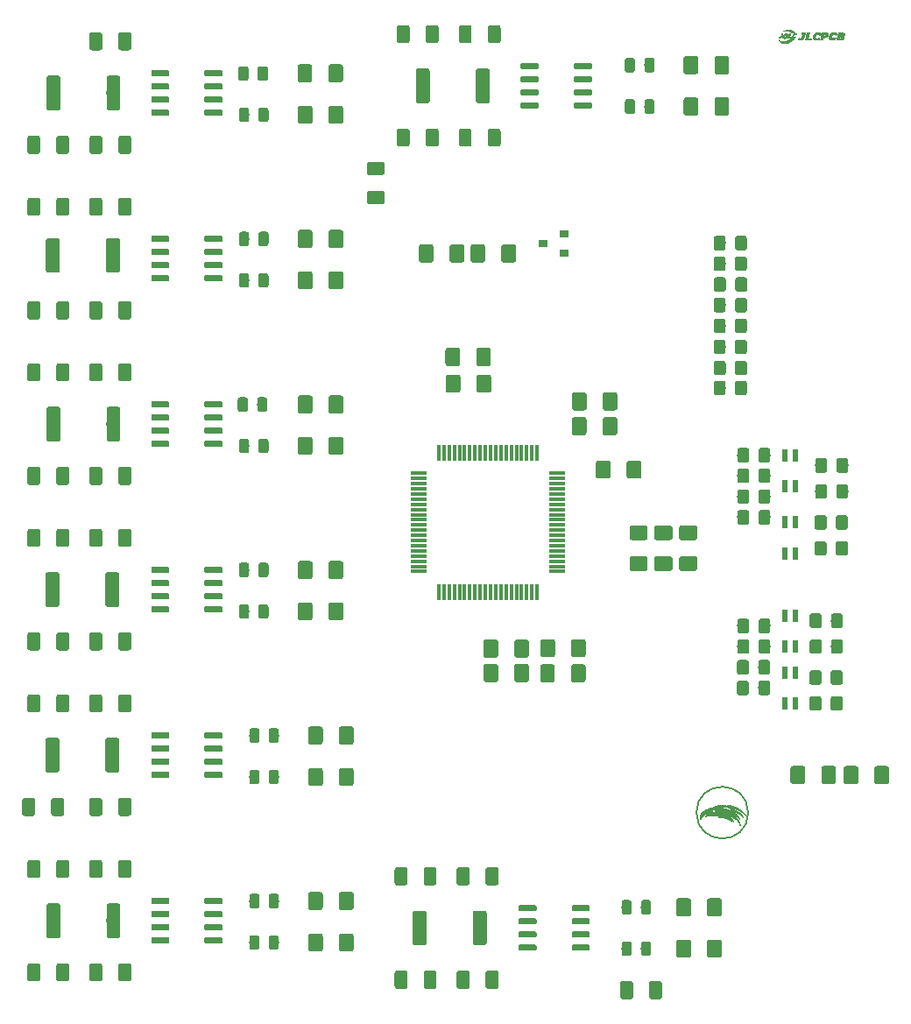
<source format=gbr>
G04 #@! TF.GenerationSoftware,KiCad,Pcbnew,(5.1.0)-1*
G04 #@! TF.CreationDate,2019-06-04T19:04:58+05:30*
G04 #@! TF.ProjectId,BQ76pl455a,42513736-706c-4343-9535-612e6b696361,rev?*
G04 #@! TF.SameCoordinates,Original*
G04 #@! TF.FileFunction,Paste,Top*
G04 #@! TF.FilePolarity,Positive*
%FSLAX46Y46*%
G04 Gerber Fmt 4.6, Leading zero omitted, Abs format (unit mm)*
G04 Created by KiCad (PCBNEW (5.1.0)-1) date 2019-06-04 19:04:58*
%MOMM*%
%LPD*%
G04 APERTURE LIST*
%ADD10C,0.200000*%
%ADD11C,0.010000*%
%ADD12C,0.100000*%
%ADD13C,1.150000*%
%ADD14C,1.425000*%
%ADD15C,1.250000*%
%ADD16C,0.975000*%
%ADD17R,1.500000X0.300000*%
%ADD18R,0.300000X1.500000*%
%ADD19C,1.350000*%
%ADD20C,0.600000*%
%ADD21R,0.600000X1.300000*%
%ADD22R,0.900000X0.800000*%
G04 APERTURE END LIST*
D10*
X153770000Y-116770000D02*
G75*
G03X153770000Y-116770000I-2500000J0D01*
G01*
D11*
G36*
X151184911Y-117018025D02*
G01*
X151202715Y-117023110D01*
X151227747Y-117028768D01*
X151254661Y-117033793D01*
X151255271Y-117033893D01*
X151370000Y-117055401D01*
X151474927Y-117080900D01*
X151572524Y-117111126D01*
X151665264Y-117146816D01*
X151725171Y-117173797D01*
X151754265Y-117187798D01*
X151777190Y-117199353D01*
X151797353Y-117210414D01*
X151818161Y-117222932D01*
X151843020Y-117238859D01*
X151871634Y-117257695D01*
X151909682Y-117286311D01*
X151951183Y-117323442D01*
X151993569Y-117366419D01*
X152034277Y-117412573D01*
X152070740Y-117459234D01*
X152085211Y-117479880D01*
X152096398Y-117496884D01*
X152104002Y-117509171D01*
X152106171Y-117513476D01*
X152109039Y-117519740D01*
X152116724Y-117534470D01*
X152127842Y-117555043D01*
X152134093Y-117566406D01*
X152148089Y-117592698D01*
X152155684Y-117609928D01*
X152157337Y-117619725D01*
X152153507Y-117623714D01*
X152150333Y-117624050D01*
X152144366Y-117619686D01*
X152131897Y-117607922D01*
X152114972Y-117590749D01*
X152102179Y-117577228D01*
X152070377Y-117544868D01*
X152036394Y-117513320D01*
X152002580Y-117484543D01*
X151971288Y-117460495D01*
X151944871Y-117443134D01*
X151934721Y-117437801D01*
X151923895Y-117432169D01*
X151906922Y-117422738D01*
X151896621Y-117416839D01*
X151857238Y-117396304D01*
X151808239Y-117374310D01*
X151752467Y-117351856D01*
X151692764Y-117329945D01*
X151631975Y-117309575D01*
X151572941Y-117291748D01*
X151518506Y-117277465D01*
X151474346Y-117268212D01*
X151452609Y-117264295D01*
X151423966Y-117258966D01*
X151393969Y-117253260D01*
X151388621Y-117252228D01*
X151327474Y-117240910D01*
X151275733Y-117232506D01*
X151233046Y-117226836D01*
X151210632Y-117224209D01*
X151181656Y-117220781D01*
X151152165Y-117217268D01*
X151150496Y-117217068D01*
X151125962Y-117214715D01*
X151092418Y-117212305D01*
X151053548Y-117210065D01*
X151013039Y-117208220D01*
X150994921Y-117207567D01*
X150950816Y-117206042D01*
X150917679Y-117204541D01*
X150893782Y-117202760D01*
X150877395Y-117200392D01*
X150866790Y-117197134D01*
X150860239Y-117192681D01*
X150856014Y-117186728D01*
X150854071Y-117182737D01*
X150850102Y-117170157D01*
X150851945Y-117160437D01*
X150860850Y-117153089D01*
X150878066Y-117147625D01*
X150904844Y-117143558D01*
X150942433Y-117140399D01*
X150966156Y-117138982D01*
X150984638Y-117138019D01*
X150998875Y-117136589D01*
X151010687Y-117133403D01*
X151021894Y-117127172D01*
X151034318Y-117116605D01*
X151049779Y-117100415D01*
X151070098Y-117077311D01*
X151096521Y-117046671D01*
X151118238Y-117024776D01*
X151138062Y-117013423D01*
X151159263Y-117011550D01*
X151184911Y-117018025D01*
X151184911Y-117018025D01*
G37*
X151184911Y-117018025D02*
X151202715Y-117023110D01*
X151227747Y-117028768D01*
X151254661Y-117033793D01*
X151255271Y-117033893D01*
X151370000Y-117055401D01*
X151474927Y-117080900D01*
X151572524Y-117111126D01*
X151665264Y-117146816D01*
X151725171Y-117173797D01*
X151754265Y-117187798D01*
X151777190Y-117199353D01*
X151797353Y-117210414D01*
X151818161Y-117222932D01*
X151843020Y-117238859D01*
X151871634Y-117257695D01*
X151909682Y-117286311D01*
X151951183Y-117323442D01*
X151993569Y-117366419D01*
X152034277Y-117412573D01*
X152070740Y-117459234D01*
X152085211Y-117479880D01*
X152096398Y-117496884D01*
X152104002Y-117509171D01*
X152106171Y-117513476D01*
X152109039Y-117519740D01*
X152116724Y-117534470D01*
X152127842Y-117555043D01*
X152134093Y-117566406D01*
X152148089Y-117592698D01*
X152155684Y-117609928D01*
X152157337Y-117619725D01*
X152153507Y-117623714D01*
X152150333Y-117624050D01*
X152144366Y-117619686D01*
X152131897Y-117607922D01*
X152114972Y-117590749D01*
X152102179Y-117577228D01*
X152070377Y-117544868D01*
X152036394Y-117513320D01*
X152002580Y-117484543D01*
X151971288Y-117460495D01*
X151944871Y-117443134D01*
X151934721Y-117437801D01*
X151923895Y-117432169D01*
X151906922Y-117422738D01*
X151896621Y-117416839D01*
X151857238Y-117396304D01*
X151808239Y-117374310D01*
X151752467Y-117351856D01*
X151692764Y-117329945D01*
X151631975Y-117309575D01*
X151572941Y-117291748D01*
X151518506Y-117277465D01*
X151474346Y-117268212D01*
X151452609Y-117264295D01*
X151423966Y-117258966D01*
X151393969Y-117253260D01*
X151388621Y-117252228D01*
X151327474Y-117240910D01*
X151275733Y-117232506D01*
X151233046Y-117226836D01*
X151210632Y-117224209D01*
X151181656Y-117220781D01*
X151152165Y-117217268D01*
X151150496Y-117217068D01*
X151125962Y-117214715D01*
X151092418Y-117212305D01*
X151053548Y-117210065D01*
X151013039Y-117208220D01*
X150994921Y-117207567D01*
X150950816Y-117206042D01*
X150917679Y-117204541D01*
X150893782Y-117202760D01*
X150877395Y-117200392D01*
X150866790Y-117197134D01*
X150860239Y-117192681D01*
X150856014Y-117186728D01*
X150854071Y-117182737D01*
X150850102Y-117170157D01*
X150851945Y-117160437D01*
X150860850Y-117153089D01*
X150878066Y-117147625D01*
X150904844Y-117143558D01*
X150942433Y-117140399D01*
X150966156Y-117138982D01*
X150984638Y-117138019D01*
X150998875Y-117136589D01*
X151010687Y-117133403D01*
X151021894Y-117127172D01*
X151034318Y-117116605D01*
X151049779Y-117100415D01*
X151070098Y-117077311D01*
X151096521Y-117046671D01*
X151118238Y-117024776D01*
X151138062Y-117013423D01*
X151159263Y-117011550D01*
X151184911Y-117018025D01*
G36*
X150857845Y-116591839D02*
G01*
X150884311Y-116595181D01*
X150919697Y-116600859D01*
X150962282Y-116608597D01*
X151010298Y-116618109D01*
X151055385Y-116627414D01*
X151090656Y-116634855D01*
X151118740Y-116641086D01*
X151142270Y-116646761D01*
X151163877Y-116652533D01*
X151186191Y-116659055D01*
X151211844Y-116666980D01*
X151229373Y-116672503D01*
X151273801Y-116686660D01*
X151308411Y-116697987D01*
X151335553Y-116707297D01*
X151357576Y-116715404D01*
X151376829Y-116723118D01*
X151381773Y-116725202D01*
X151402269Y-116733890D01*
X151419648Y-116741187D01*
X151426223Y-116743909D01*
X151458757Y-116757629D01*
X151492960Y-116772769D01*
X151525090Y-116787616D01*
X151551404Y-116800456D01*
X151562748Y-116806431D01*
X151603286Y-116829493D01*
X151646470Y-116855147D01*
X151688994Y-116881348D01*
X151727551Y-116906052D01*
X151758836Y-116927216D01*
X151763695Y-116930674D01*
X151803781Y-116959871D01*
X151836475Y-116984700D01*
X151864956Y-117007830D01*
X151892403Y-117031930D01*
X151921995Y-117059670D01*
X151951094Y-117087988D01*
X151986402Y-117123290D01*
X152017117Y-117155510D01*
X152046354Y-117188108D01*
X152077229Y-117224544D01*
X152107621Y-117261776D01*
X152119097Y-117277017D01*
X152135007Y-117299567D01*
X152154229Y-117327698D01*
X152175644Y-117359679D01*
X152198127Y-117393783D01*
X152220558Y-117428280D01*
X152241815Y-117461442D01*
X152260776Y-117491539D01*
X152276320Y-117516843D01*
X152287324Y-117535626D01*
X152292666Y-117546157D01*
X152292998Y-117547469D01*
X152295960Y-117553947D01*
X152303615Y-117567901D01*
X152311313Y-117581204D01*
X152322353Y-117601025D01*
X152330932Y-117618388D01*
X152333966Y-117625934D01*
X152335076Y-117637257D01*
X152329586Y-117639895D01*
X152319417Y-117634581D01*
X152306489Y-117622049D01*
X152299090Y-117612613D01*
X152270495Y-117573904D01*
X152247338Y-117544908D01*
X152232496Y-117528567D01*
X152223435Y-117518846D01*
X152208279Y-117501827D01*
X152189139Y-117479909D01*
X152168126Y-117455487D01*
X152168094Y-117455451D01*
X152131730Y-117415019D01*
X152089252Y-117371270D01*
X152043819Y-117327228D01*
X151998587Y-117285919D01*
X151956716Y-117250366D01*
X151941320Y-117238207D01*
X151908602Y-117213144D01*
X151884496Y-117194895D01*
X151867603Y-117182457D01*
X151856529Y-117174824D01*
X151849877Y-117170992D01*
X151846486Y-117169961D01*
X151838527Y-117166263D01*
X151825164Y-117157391D01*
X151821086Y-117154371D01*
X151804883Y-117143642D01*
X151780928Y-117129755D01*
X151751466Y-117113815D01*
X151718739Y-117096924D01*
X151684993Y-117080187D01*
X151652471Y-117064708D01*
X151623417Y-117051591D01*
X151600075Y-117041939D01*
X151584689Y-117036857D01*
X151581191Y-117036351D01*
X151568664Y-117032932D01*
X151565605Y-117030796D01*
X151556327Y-117026498D01*
X151537070Y-117020384D01*
X151510322Y-117013065D01*
X151478570Y-117005153D01*
X151444300Y-116997261D01*
X151410000Y-116990000D01*
X151378157Y-116983981D01*
X151369073Y-116982447D01*
X151341711Y-116978847D01*
X151305708Y-116975337D01*
X151265121Y-116972251D01*
X151224004Y-116969926D01*
X151210323Y-116969356D01*
X151108723Y-116965579D01*
X151064581Y-116916827D01*
X151021561Y-116870430D01*
X150982862Y-116831720D01*
X150946330Y-116799333D01*
X150909811Y-116771905D01*
X150871148Y-116748073D01*
X150828189Y-116726474D01*
X150778776Y-116705745D01*
X150720756Y-116684522D01*
X150670573Y-116667552D01*
X150623304Y-116651735D01*
X150586877Y-116639011D01*
X150559976Y-116628790D01*
X150541287Y-116620483D01*
X150529497Y-116613501D01*
X150523292Y-116607255D01*
X150521357Y-116601156D01*
X150521348Y-116600645D01*
X150523390Y-116595366D01*
X150530668Y-116592730D01*
X150544910Y-116592766D01*
X150567840Y-116595500D01*
X150601188Y-116600959D01*
X150607073Y-116601993D01*
X150669078Y-116608520D01*
X150734773Y-116607688D01*
X150797584Y-116599619D01*
X150803923Y-116598319D01*
X150823377Y-116594334D01*
X150837830Y-116591682D01*
X150842023Y-116591109D01*
X150857845Y-116591839D01*
X150857845Y-116591839D01*
G37*
X150857845Y-116591839D02*
X150884311Y-116595181D01*
X150919697Y-116600859D01*
X150962282Y-116608597D01*
X151010298Y-116618109D01*
X151055385Y-116627414D01*
X151090656Y-116634855D01*
X151118740Y-116641086D01*
X151142270Y-116646761D01*
X151163877Y-116652533D01*
X151186191Y-116659055D01*
X151211844Y-116666980D01*
X151229373Y-116672503D01*
X151273801Y-116686660D01*
X151308411Y-116697987D01*
X151335553Y-116707297D01*
X151357576Y-116715404D01*
X151376829Y-116723118D01*
X151381773Y-116725202D01*
X151402269Y-116733890D01*
X151419648Y-116741187D01*
X151426223Y-116743909D01*
X151458757Y-116757629D01*
X151492960Y-116772769D01*
X151525090Y-116787616D01*
X151551404Y-116800456D01*
X151562748Y-116806431D01*
X151603286Y-116829493D01*
X151646470Y-116855147D01*
X151688994Y-116881348D01*
X151727551Y-116906052D01*
X151758836Y-116927216D01*
X151763695Y-116930674D01*
X151803781Y-116959871D01*
X151836475Y-116984700D01*
X151864956Y-117007830D01*
X151892403Y-117031930D01*
X151921995Y-117059670D01*
X151951094Y-117087988D01*
X151986402Y-117123290D01*
X152017117Y-117155510D01*
X152046354Y-117188108D01*
X152077229Y-117224544D01*
X152107621Y-117261776D01*
X152119097Y-117277017D01*
X152135007Y-117299567D01*
X152154229Y-117327698D01*
X152175644Y-117359679D01*
X152198127Y-117393783D01*
X152220558Y-117428280D01*
X152241815Y-117461442D01*
X152260776Y-117491539D01*
X152276320Y-117516843D01*
X152287324Y-117535626D01*
X152292666Y-117546157D01*
X152292998Y-117547469D01*
X152295960Y-117553947D01*
X152303615Y-117567901D01*
X152311313Y-117581204D01*
X152322353Y-117601025D01*
X152330932Y-117618388D01*
X152333966Y-117625934D01*
X152335076Y-117637257D01*
X152329586Y-117639895D01*
X152319417Y-117634581D01*
X152306489Y-117622049D01*
X152299090Y-117612613D01*
X152270495Y-117573904D01*
X152247338Y-117544908D01*
X152232496Y-117528567D01*
X152223435Y-117518846D01*
X152208279Y-117501827D01*
X152189139Y-117479909D01*
X152168126Y-117455487D01*
X152168094Y-117455451D01*
X152131730Y-117415019D01*
X152089252Y-117371270D01*
X152043819Y-117327228D01*
X151998587Y-117285919D01*
X151956716Y-117250366D01*
X151941320Y-117238207D01*
X151908602Y-117213144D01*
X151884496Y-117194895D01*
X151867603Y-117182457D01*
X151856529Y-117174824D01*
X151849877Y-117170992D01*
X151846486Y-117169961D01*
X151838527Y-117166263D01*
X151825164Y-117157391D01*
X151821086Y-117154371D01*
X151804883Y-117143642D01*
X151780928Y-117129755D01*
X151751466Y-117113815D01*
X151718739Y-117096924D01*
X151684993Y-117080187D01*
X151652471Y-117064708D01*
X151623417Y-117051591D01*
X151600075Y-117041939D01*
X151584689Y-117036857D01*
X151581191Y-117036351D01*
X151568664Y-117032932D01*
X151565605Y-117030796D01*
X151556327Y-117026498D01*
X151537070Y-117020384D01*
X151510322Y-117013065D01*
X151478570Y-117005153D01*
X151444300Y-116997261D01*
X151410000Y-116990000D01*
X151378157Y-116983981D01*
X151369073Y-116982447D01*
X151341711Y-116978847D01*
X151305708Y-116975337D01*
X151265121Y-116972251D01*
X151224004Y-116969926D01*
X151210323Y-116969356D01*
X151108723Y-116965579D01*
X151064581Y-116916827D01*
X151021561Y-116870430D01*
X150982862Y-116831720D01*
X150946330Y-116799333D01*
X150909811Y-116771905D01*
X150871148Y-116748073D01*
X150828189Y-116726474D01*
X150778776Y-116705745D01*
X150720756Y-116684522D01*
X150670573Y-116667552D01*
X150623304Y-116651735D01*
X150586877Y-116639011D01*
X150559976Y-116628790D01*
X150541287Y-116620483D01*
X150529497Y-116613501D01*
X150523292Y-116607255D01*
X150521357Y-116601156D01*
X150521348Y-116600645D01*
X150523390Y-116595366D01*
X150530668Y-116592730D01*
X150544910Y-116592766D01*
X150567840Y-116595500D01*
X150601188Y-116600959D01*
X150607073Y-116601993D01*
X150669078Y-116608520D01*
X150734773Y-116607688D01*
X150797584Y-116599619D01*
X150803923Y-116598319D01*
X150823377Y-116594334D01*
X150837830Y-116591682D01*
X150842023Y-116591109D01*
X150857845Y-116591839D01*
G36*
X150995480Y-116285399D02*
G01*
X151011646Y-116290047D01*
X151031532Y-116296208D01*
X151050987Y-116302583D01*
X151065864Y-116307874D01*
X151069175Y-116309210D01*
X151082926Y-116314505D01*
X151102487Y-116321362D01*
X151110450Y-116324010D01*
X151155800Y-116340656D01*
X151208818Y-116363132D01*
X151266728Y-116390036D01*
X151326756Y-116419970D01*
X151386128Y-116451533D01*
X151442068Y-116483326D01*
X151491801Y-116513949D01*
X151507507Y-116524320D01*
X151523984Y-116535111D01*
X151535780Y-116542227D01*
X151539458Y-116543912D01*
X151546204Y-116547417D01*
X151560782Y-116556818D01*
X151580827Y-116570439D01*
X151603974Y-116586604D01*
X151627857Y-116603639D01*
X151650112Y-116619867D01*
X151668374Y-116633615D01*
X151680277Y-116643206D01*
X151682362Y-116645130D01*
X151693893Y-116655493D01*
X151709641Y-116668400D01*
X151712861Y-116670912D01*
X151748764Y-116699670D01*
X151789095Y-116733748D01*
X151832388Y-116771754D01*
X151877178Y-116812294D01*
X151921999Y-116853975D01*
X151965384Y-116895402D01*
X152005868Y-116935182D01*
X152041985Y-116971923D01*
X152072269Y-117004230D01*
X152095254Y-117030710D01*
X152105792Y-117044427D01*
X152119176Y-117063146D01*
X152130302Y-117078248D01*
X152136137Y-117085702D01*
X152142355Y-117095034D01*
X152152014Y-117111827D01*
X152161458Y-117129461D01*
X152172687Y-117154207D01*
X152175726Y-117169248D01*
X152170619Y-117174550D01*
X152157409Y-117170079D01*
X152136142Y-117155799D01*
X152132173Y-117152742D01*
X152115585Y-117139080D01*
X152092957Y-117119467D01*
X152066224Y-117095681D01*
X152037319Y-117069504D01*
X152008180Y-117042713D01*
X151980739Y-117017090D01*
X151956933Y-116994413D01*
X151938695Y-116976462D01*
X151927962Y-116965017D01*
X151927637Y-116964622D01*
X151916978Y-116953946D01*
X151899056Y-116938491D01*
X151875992Y-116919847D01*
X151849904Y-116899602D01*
X151822913Y-116879346D01*
X151797139Y-116860669D01*
X151774701Y-116845159D01*
X151757721Y-116834407D01*
X151748317Y-116830000D01*
X151748021Y-116829971D01*
X151738908Y-116825427D01*
X151729575Y-116816962D01*
X151719055Y-116807491D01*
X151712272Y-116804262D01*
X151704106Y-116800913D01*
X151689544Y-116792342D01*
X151679139Y-116785462D01*
X151663267Y-116775444D01*
X151651983Y-116769994D01*
X151648737Y-116769741D01*
X151642850Y-116768172D01*
X151637627Y-116763140D01*
X151627628Y-116755022D01*
X151622434Y-116753448D01*
X151613363Y-116750650D01*
X151597011Y-116743393D01*
X151580350Y-116735024D01*
X151558103Y-116724067D01*
X151529130Y-116710847D01*
X151498550Y-116697675D01*
X151488275Y-116693447D01*
X151462111Y-116682796D01*
X151439285Y-116673420D01*
X151423133Y-116666694D01*
X151418425Y-116664677D01*
X151405154Y-116659820D01*
X151382785Y-116652637D01*
X151354490Y-116644060D01*
X151323445Y-116635025D01*
X151292824Y-116626465D01*
X151265800Y-116619316D01*
X151256500Y-116617010D01*
X151214096Y-116606829D01*
X151180459Y-116598904D01*
X151152021Y-116592466D01*
X151125213Y-116586748D01*
X151096470Y-116580979D01*
X151062222Y-116574390D01*
X151034250Y-116569102D01*
X151010483Y-116565855D01*
X150982665Y-116563735D01*
X150969937Y-116563340D01*
X150942333Y-116560993D01*
X150917749Y-116555238D01*
X150899048Y-116547106D01*
X150889093Y-116537629D01*
X150888200Y-116533884D01*
X150890535Y-116521898D01*
X150898285Y-116505863D01*
X150912562Y-116483766D01*
X150927214Y-116463373D01*
X150939412Y-116445448D01*
X150947942Y-116428407D01*
X150953869Y-116408795D01*
X150958260Y-116383157D01*
X150961893Y-116350938D01*
X150965548Y-116329901D01*
X150971603Y-116309316D01*
X150978683Y-116292837D01*
X150985419Y-116284118D01*
X150987182Y-116283562D01*
X150995480Y-116285399D01*
X150995480Y-116285399D01*
G37*
X150995480Y-116285399D02*
X151011646Y-116290047D01*
X151031532Y-116296208D01*
X151050987Y-116302583D01*
X151065864Y-116307874D01*
X151069175Y-116309210D01*
X151082926Y-116314505D01*
X151102487Y-116321362D01*
X151110450Y-116324010D01*
X151155800Y-116340656D01*
X151208818Y-116363132D01*
X151266728Y-116390036D01*
X151326756Y-116419970D01*
X151386128Y-116451533D01*
X151442068Y-116483326D01*
X151491801Y-116513949D01*
X151507507Y-116524320D01*
X151523984Y-116535111D01*
X151535780Y-116542227D01*
X151539458Y-116543912D01*
X151546204Y-116547417D01*
X151560782Y-116556818D01*
X151580827Y-116570439D01*
X151603974Y-116586604D01*
X151627857Y-116603639D01*
X151650112Y-116619867D01*
X151668374Y-116633615D01*
X151680277Y-116643206D01*
X151682362Y-116645130D01*
X151693893Y-116655493D01*
X151709641Y-116668400D01*
X151712861Y-116670912D01*
X151748764Y-116699670D01*
X151789095Y-116733748D01*
X151832388Y-116771754D01*
X151877178Y-116812294D01*
X151921999Y-116853975D01*
X151965384Y-116895402D01*
X152005868Y-116935182D01*
X152041985Y-116971923D01*
X152072269Y-117004230D01*
X152095254Y-117030710D01*
X152105792Y-117044427D01*
X152119176Y-117063146D01*
X152130302Y-117078248D01*
X152136137Y-117085702D01*
X152142355Y-117095034D01*
X152152014Y-117111827D01*
X152161458Y-117129461D01*
X152172687Y-117154207D01*
X152175726Y-117169248D01*
X152170619Y-117174550D01*
X152157409Y-117170079D01*
X152136142Y-117155799D01*
X152132173Y-117152742D01*
X152115585Y-117139080D01*
X152092957Y-117119467D01*
X152066224Y-117095681D01*
X152037319Y-117069504D01*
X152008180Y-117042713D01*
X151980739Y-117017090D01*
X151956933Y-116994413D01*
X151938695Y-116976462D01*
X151927962Y-116965017D01*
X151927637Y-116964622D01*
X151916978Y-116953946D01*
X151899056Y-116938491D01*
X151875992Y-116919847D01*
X151849904Y-116899602D01*
X151822913Y-116879346D01*
X151797139Y-116860669D01*
X151774701Y-116845159D01*
X151757721Y-116834407D01*
X151748317Y-116830000D01*
X151748021Y-116829971D01*
X151738908Y-116825427D01*
X151729575Y-116816962D01*
X151719055Y-116807491D01*
X151712272Y-116804262D01*
X151704106Y-116800913D01*
X151689544Y-116792342D01*
X151679139Y-116785462D01*
X151663267Y-116775444D01*
X151651983Y-116769994D01*
X151648737Y-116769741D01*
X151642850Y-116768172D01*
X151637627Y-116763140D01*
X151627628Y-116755022D01*
X151622434Y-116753448D01*
X151613363Y-116750650D01*
X151597011Y-116743393D01*
X151580350Y-116735024D01*
X151558103Y-116724067D01*
X151529130Y-116710847D01*
X151498550Y-116697675D01*
X151488275Y-116693447D01*
X151462111Y-116682796D01*
X151439285Y-116673420D01*
X151423133Y-116666694D01*
X151418425Y-116664677D01*
X151405154Y-116659820D01*
X151382785Y-116652637D01*
X151354490Y-116644060D01*
X151323445Y-116635025D01*
X151292824Y-116626465D01*
X151265800Y-116619316D01*
X151256500Y-116617010D01*
X151214096Y-116606829D01*
X151180459Y-116598904D01*
X151152021Y-116592466D01*
X151125213Y-116586748D01*
X151096470Y-116580979D01*
X151062222Y-116574390D01*
X151034250Y-116569102D01*
X151010483Y-116565855D01*
X150982665Y-116563735D01*
X150969937Y-116563340D01*
X150942333Y-116560993D01*
X150917749Y-116555238D01*
X150899048Y-116547106D01*
X150889093Y-116537629D01*
X150888200Y-116533884D01*
X150890535Y-116521898D01*
X150898285Y-116505863D01*
X150912562Y-116483766D01*
X150927214Y-116463373D01*
X150939412Y-116445448D01*
X150947942Y-116428407D01*
X150953869Y-116408795D01*
X150958260Y-116383157D01*
X150961893Y-116350938D01*
X150965548Y-116329901D01*
X150971603Y-116309316D01*
X150978683Y-116292837D01*
X150985419Y-116284118D01*
X150987182Y-116283562D01*
X150995480Y-116285399D01*
G36*
X151977928Y-116801391D02*
G01*
X152001924Y-116805138D01*
X152026601Y-116808926D01*
X152028025Y-116809142D01*
X152051868Y-116813699D01*
X152083586Y-116821056D01*
X152118955Y-116830149D01*
X152153754Y-116839914D01*
X152171706Y-116845370D01*
X152205476Y-116858217D01*
X152245908Y-116877084D01*
X152289663Y-116900163D01*
X152333402Y-116925644D01*
X152373787Y-116951720D01*
X152392197Y-116964798D01*
X152466974Y-117026381D01*
X152540751Y-117099625D01*
X152612630Y-117183489D01*
X152681717Y-117276935D01*
X152742039Y-117370475D01*
X152757426Y-117396501D01*
X152770526Y-117419691D01*
X152779779Y-117437220D01*
X152783398Y-117445379D01*
X152789097Y-117456093D01*
X152793627Y-117458950D01*
X152799398Y-117463778D01*
X152799550Y-117465177D01*
X152802091Y-117473305D01*
X152808920Y-117490050D01*
X152818847Y-117512571D01*
X152825521Y-117527090D01*
X152839675Y-117557504D01*
X152850596Y-117581202D01*
X152860454Y-117602962D01*
X152871418Y-117627563D01*
X152881749Y-117650926D01*
X152894377Y-117681869D01*
X152907586Y-117718297D01*
X152920799Y-117758138D01*
X152933437Y-117799325D01*
X152944926Y-117839789D01*
X152954686Y-117877460D01*
X152962142Y-117910270D01*
X152966717Y-117936150D01*
X152967833Y-117953031D01*
X152967108Y-117957002D01*
X152960561Y-117966099D01*
X152952726Y-117962588D01*
X152943581Y-117946458D01*
X152942510Y-117943949D01*
X152936348Y-117928153D01*
X152933065Y-117917695D01*
X152932900Y-117916469D01*
X152930492Y-117909059D01*
X152923997Y-117892612D01*
X152914502Y-117869690D01*
X152903096Y-117842852D01*
X152890867Y-117814660D01*
X152878905Y-117787675D01*
X152868299Y-117764456D01*
X152867968Y-117763750D01*
X152859554Y-117746821D01*
X152847843Y-117724602D01*
X152834370Y-117699842D01*
X152820671Y-117675294D01*
X152808281Y-117653706D01*
X152798734Y-117637830D01*
X152793566Y-117630416D01*
X152793548Y-117630400D01*
X152787611Y-117622779D01*
X152783675Y-117616633D01*
X152753213Y-117571398D01*
X152714940Y-117523187D01*
X152671506Y-117474771D01*
X152625563Y-117428927D01*
X152579762Y-117388428D01*
X152536754Y-117356048D01*
X152531024Y-117352267D01*
X152481896Y-117322526D01*
X152435074Y-117298980D01*
X152386618Y-117280049D01*
X152332593Y-117264155D01*
X152282025Y-117252417D01*
X152271248Y-117244311D01*
X152257777Y-117224188D01*
X152247100Y-117203599D01*
X152203062Y-117120958D01*
X152152877Y-117043988D01*
X152094549Y-116969941D01*
X152026082Y-116896070D01*
X152017347Y-116887342D01*
X151986867Y-116856505D01*
X151965546Y-116833250D01*
X151953013Y-116816764D01*
X151948894Y-116806238D01*
X151952818Y-116800858D01*
X151964412Y-116799815D01*
X151977928Y-116801391D01*
X151977928Y-116801391D01*
G37*
X151977928Y-116801391D02*
X152001924Y-116805138D01*
X152026601Y-116808926D01*
X152028025Y-116809142D01*
X152051868Y-116813699D01*
X152083586Y-116821056D01*
X152118955Y-116830149D01*
X152153754Y-116839914D01*
X152171706Y-116845370D01*
X152205476Y-116858217D01*
X152245908Y-116877084D01*
X152289663Y-116900163D01*
X152333402Y-116925644D01*
X152373787Y-116951720D01*
X152392197Y-116964798D01*
X152466974Y-117026381D01*
X152540751Y-117099625D01*
X152612630Y-117183489D01*
X152681717Y-117276935D01*
X152742039Y-117370475D01*
X152757426Y-117396501D01*
X152770526Y-117419691D01*
X152779779Y-117437220D01*
X152783398Y-117445379D01*
X152789097Y-117456093D01*
X152793627Y-117458950D01*
X152799398Y-117463778D01*
X152799550Y-117465177D01*
X152802091Y-117473305D01*
X152808920Y-117490050D01*
X152818847Y-117512571D01*
X152825521Y-117527090D01*
X152839675Y-117557504D01*
X152850596Y-117581202D01*
X152860454Y-117602962D01*
X152871418Y-117627563D01*
X152881749Y-117650926D01*
X152894377Y-117681869D01*
X152907586Y-117718297D01*
X152920799Y-117758138D01*
X152933437Y-117799325D01*
X152944926Y-117839789D01*
X152954686Y-117877460D01*
X152962142Y-117910270D01*
X152966717Y-117936150D01*
X152967833Y-117953031D01*
X152967108Y-117957002D01*
X152960561Y-117966099D01*
X152952726Y-117962588D01*
X152943581Y-117946458D01*
X152942510Y-117943949D01*
X152936348Y-117928153D01*
X152933065Y-117917695D01*
X152932900Y-117916469D01*
X152930492Y-117909059D01*
X152923997Y-117892612D01*
X152914502Y-117869690D01*
X152903096Y-117842852D01*
X152890867Y-117814660D01*
X152878905Y-117787675D01*
X152868299Y-117764456D01*
X152867968Y-117763750D01*
X152859554Y-117746821D01*
X152847843Y-117724602D01*
X152834370Y-117699842D01*
X152820671Y-117675294D01*
X152808281Y-117653706D01*
X152798734Y-117637830D01*
X152793566Y-117630416D01*
X152793548Y-117630400D01*
X152787611Y-117622779D01*
X152783675Y-117616633D01*
X152753213Y-117571398D01*
X152714940Y-117523187D01*
X152671506Y-117474771D01*
X152625563Y-117428927D01*
X152579762Y-117388428D01*
X152536754Y-117356048D01*
X152531024Y-117352267D01*
X152481896Y-117322526D01*
X152435074Y-117298980D01*
X152386618Y-117280049D01*
X152332593Y-117264155D01*
X152282025Y-117252417D01*
X152271248Y-117244311D01*
X152257777Y-117224188D01*
X152247100Y-117203599D01*
X152203062Y-117120958D01*
X152152877Y-117043988D01*
X152094549Y-116969941D01*
X152026082Y-116896070D01*
X152017347Y-116887342D01*
X151986867Y-116856505D01*
X151965546Y-116833250D01*
X151953013Y-116816764D01*
X151948894Y-116806238D01*
X151952818Y-116800858D01*
X151964412Y-116799815D01*
X151977928Y-116801391D01*
G36*
X151486863Y-116390181D02*
G01*
X151514055Y-116393169D01*
X151543877Y-116396403D01*
X151554950Y-116397591D01*
X151576233Y-116400572D01*
X151606776Y-116405764D01*
X151643456Y-116412544D01*
X151683153Y-116420290D01*
X151722746Y-116428380D01*
X151759113Y-116436190D01*
X151789134Y-116443098D01*
X151808950Y-116448263D01*
X151831582Y-116454886D01*
X151858897Y-116462850D01*
X151875625Y-116467713D01*
X151938345Y-116488142D01*
X152007841Y-116514610D01*
X152080699Y-116545574D01*
X152153507Y-116579489D01*
X152222852Y-116614812D01*
X152285321Y-116650000D01*
X152304250Y-116661572D01*
X152390864Y-116719681D01*
X152475209Y-116783761D01*
X152555381Y-116852071D01*
X152629477Y-116922868D01*
X152695594Y-116994410D01*
X152751829Y-117064955D01*
X152764853Y-117083290D01*
X152779423Y-117103778D01*
X152791601Y-117119822D01*
X152799396Y-117128834D01*
X152800737Y-117129856D01*
X152805835Y-117137110D01*
X152805900Y-117138099D01*
X152809108Y-117146229D01*
X152817507Y-117161564D01*
X152828865Y-117180125D01*
X152844136Y-117205535D01*
X152860394Y-117235139D01*
X152876421Y-117266398D01*
X152890998Y-117296775D01*
X152902907Y-117323732D01*
X152910930Y-117344730D01*
X152913850Y-117357186D01*
X152911068Y-117369626D01*
X152902940Y-117370870D01*
X152889790Y-117361086D01*
X152871945Y-117340443D01*
X152865996Y-117332527D01*
X152850182Y-117310954D01*
X152829720Y-117283027D01*
X152807462Y-117252642D01*
X152789673Y-117228352D01*
X152772530Y-117205851D01*
X152751342Y-117179432D01*
X152727554Y-117150745D01*
X152702612Y-117121442D01*
X152677965Y-117093177D01*
X152655057Y-117067599D01*
X152635335Y-117046362D01*
X152620246Y-117031116D01*
X152611236Y-117023514D01*
X152609823Y-117022965D01*
X152603307Y-117018884D01*
X152590713Y-117008263D01*
X152577094Y-116995613D01*
X152555578Y-116976331D01*
X152530215Y-116955643D01*
X152513800Y-116943320D01*
X152495082Y-116929866D01*
X152480157Y-116918978D01*
X152472525Y-116913223D01*
X152448366Y-116895926D01*
X152415093Y-116875361D01*
X152375395Y-116852946D01*
X152331961Y-116830100D01*
X152287481Y-116808241D01*
X152244645Y-116788788D01*
X152209000Y-116774235D01*
X152122219Y-116745651D01*
X152034751Y-116725123D01*
X151949765Y-116713281D01*
X151888325Y-116710478D01*
X151853180Y-116706809D01*
X151823822Y-116694526D01*
X151796250Y-116672247D01*
X151773974Y-116652602D01*
X151742854Y-116628404D01*
X151705159Y-116601250D01*
X151663157Y-116572737D01*
X151619116Y-116544461D01*
X151586700Y-116524720D01*
X151557909Y-116507509D01*
X151531649Y-116491602D01*
X151510608Y-116478640D01*
X151497470Y-116470263D01*
X151496469Y-116469587D01*
X151482811Y-116461425D01*
X151473361Y-116457823D01*
X151473110Y-116457815D01*
X151463602Y-116453939D01*
X151458297Y-116449877D01*
X151445440Y-116440083D01*
X151437206Y-116434949D01*
X151426952Y-116423603D01*
X151422787Y-116411358D01*
X151425064Y-116398395D01*
X151436336Y-116390820D01*
X151457599Y-116388306D01*
X151486863Y-116390181D01*
X151486863Y-116390181D01*
G37*
X151486863Y-116390181D02*
X151514055Y-116393169D01*
X151543877Y-116396403D01*
X151554950Y-116397591D01*
X151576233Y-116400572D01*
X151606776Y-116405764D01*
X151643456Y-116412544D01*
X151683153Y-116420290D01*
X151722746Y-116428380D01*
X151759113Y-116436190D01*
X151789134Y-116443098D01*
X151808950Y-116448263D01*
X151831582Y-116454886D01*
X151858897Y-116462850D01*
X151875625Y-116467713D01*
X151938345Y-116488142D01*
X152007841Y-116514610D01*
X152080699Y-116545574D01*
X152153507Y-116579489D01*
X152222852Y-116614812D01*
X152285321Y-116650000D01*
X152304250Y-116661572D01*
X152390864Y-116719681D01*
X152475209Y-116783761D01*
X152555381Y-116852071D01*
X152629477Y-116922868D01*
X152695594Y-116994410D01*
X152751829Y-117064955D01*
X152764853Y-117083290D01*
X152779423Y-117103778D01*
X152791601Y-117119822D01*
X152799396Y-117128834D01*
X152800737Y-117129856D01*
X152805835Y-117137110D01*
X152805900Y-117138099D01*
X152809108Y-117146229D01*
X152817507Y-117161564D01*
X152828865Y-117180125D01*
X152844136Y-117205535D01*
X152860394Y-117235139D01*
X152876421Y-117266398D01*
X152890998Y-117296775D01*
X152902907Y-117323732D01*
X152910930Y-117344730D01*
X152913850Y-117357186D01*
X152911068Y-117369626D01*
X152902940Y-117370870D01*
X152889790Y-117361086D01*
X152871945Y-117340443D01*
X152865996Y-117332527D01*
X152850182Y-117310954D01*
X152829720Y-117283027D01*
X152807462Y-117252642D01*
X152789673Y-117228352D01*
X152772530Y-117205851D01*
X152751342Y-117179432D01*
X152727554Y-117150745D01*
X152702612Y-117121442D01*
X152677965Y-117093177D01*
X152655057Y-117067599D01*
X152635335Y-117046362D01*
X152620246Y-117031116D01*
X152611236Y-117023514D01*
X152609823Y-117022965D01*
X152603307Y-117018884D01*
X152590713Y-117008263D01*
X152577094Y-116995613D01*
X152555578Y-116976331D01*
X152530215Y-116955643D01*
X152513800Y-116943320D01*
X152495082Y-116929866D01*
X152480157Y-116918978D01*
X152472525Y-116913223D01*
X152448366Y-116895926D01*
X152415093Y-116875361D01*
X152375395Y-116852946D01*
X152331961Y-116830100D01*
X152287481Y-116808241D01*
X152244645Y-116788788D01*
X152209000Y-116774235D01*
X152122219Y-116745651D01*
X152034751Y-116725123D01*
X151949765Y-116713281D01*
X151888325Y-116710478D01*
X151853180Y-116706809D01*
X151823822Y-116694526D01*
X151796250Y-116672247D01*
X151773974Y-116652602D01*
X151742854Y-116628404D01*
X151705159Y-116601250D01*
X151663157Y-116572737D01*
X151619116Y-116544461D01*
X151586700Y-116524720D01*
X151557909Y-116507509D01*
X151531649Y-116491602D01*
X151510608Y-116478640D01*
X151497470Y-116470263D01*
X151496469Y-116469587D01*
X151482811Y-116461425D01*
X151473361Y-116457823D01*
X151473110Y-116457815D01*
X151463602Y-116453939D01*
X151458297Y-116449877D01*
X151445440Y-116440083D01*
X151437206Y-116434949D01*
X151426952Y-116423603D01*
X151422787Y-116411358D01*
X151425064Y-116398395D01*
X151436336Y-116390820D01*
X151457599Y-116388306D01*
X151486863Y-116390181D01*
G36*
X152214586Y-116471069D02*
G01*
X152254817Y-116473971D01*
X152256286Y-116474096D01*
X152308242Y-116478886D01*
X152350893Y-116483792D01*
X152387627Y-116489440D01*
X152421829Y-116496456D01*
X152456885Y-116505467D01*
X152496181Y-116517100D01*
X152507097Y-116520502D01*
X152591844Y-116551890D01*
X152677674Y-116592631D01*
X152760344Y-116640551D01*
X152817619Y-116679816D01*
X152837236Y-116694803D01*
X152861806Y-116714296D01*
X152889228Y-116736544D01*
X152917400Y-116759799D01*
X152944222Y-116782310D01*
X152967593Y-116802327D01*
X152985411Y-116818101D01*
X152995577Y-116827883D01*
X152996047Y-116828411D01*
X153003643Y-116837055D01*
X153017845Y-116853087D01*
X153036801Y-116874422D01*
X153058659Y-116898974D01*
X153064932Y-116906012D01*
X153090943Y-116935906D01*
X153117867Y-116968065D01*
X153142523Y-116998623D01*
X153161710Y-117023683D01*
X153182712Y-117052352D01*
X153207180Y-117085744D01*
X153231071Y-117118340D01*
X153240462Y-117131151D01*
X153263115Y-117163806D01*
X153276787Y-117187792D01*
X153281567Y-117203327D01*
X153277545Y-117210633D01*
X153273378Y-117211300D01*
X153263414Y-117206920D01*
X153252192Y-117197012D01*
X153240094Y-117182103D01*
X153226727Y-117163769D01*
X153224500Y-117160500D01*
X153195546Y-117121654D01*
X153158898Y-117078961D01*
X153117535Y-117035454D01*
X153074438Y-116994165D01*
X153032586Y-116958129D01*
X153005572Y-116937615D01*
X152970280Y-116912782D01*
X152942587Y-116893696D01*
X152919812Y-116878644D01*
X152899272Y-116865916D01*
X152878287Y-116853801D01*
X152854174Y-116840587D01*
X152849997Y-116838337D01*
X152822474Y-116824464D01*
X152789209Y-116809109D01*
X152753078Y-116793452D01*
X152716955Y-116778670D01*
X152683718Y-116765942D01*
X152656242Y-116756444D01*
X152637833Y-116751437D01*
X152575841Y-116738500D01*
X152522938Y-116724782D01*
X152475525Y-116709011D01*
X152430000Y-116689915D01*
X152382762Y-116666221D01*
X152357872Y-116652531D01*
X152335356Y-116639889D01*
X152314658Y-116628313D01*
X152301789Y-116621158D01*
X152291762Y-116615570D01*
X152282497Y-116610201D01*
X152271684Y-116603616D01*
X152257009Y-116594383D01*
X152236160Y-116581068D01*
X152208602Y-116563378D01*
X152182629Y-116547011D01*
X152157837Y-116531938D01*
X152137968Y-116520412D01*
X152130814Y-116516562D01*
X152112500Y-116504520D01*
X152106801Y-116493652D01*
X152113666Y-116484176D01*
X152133045Y-116476311D01*
X152140399Y-116474496D01*
X152160197Y-116471322D01*
X152183987Y-116470183D01*
X152214586Y-116471069D01*
X152214586Y-116471069D01*
G37*
X152214586Y-116471069D02*
X152254817Y-116473971D01*
X152256286Y-116474096D01*
X152308242Y-116478886D01*
X152350893Y-116483792D01*
X152387627Y-116489440D01*
X152421829Y-116496456D01*
X152456885Y-116505467D01*
X152496181Y-116517100D01*
X152507097Y-116520502D01*
X152591844Y-116551890D01*
X152677674Y-116592631D01*
X152760344Y-116640551D01*
X152817619Y-116679816D01*
X152837236Y-116694803D01*
X152861806Y-116714296D01*
X152889228Y-116736544D01*
X152917400Y-116759799D01*
X152944222Y-116782310D01*
X152967593Y-116802327D01*
X152985411Y-116818101D01*
X152995577Y-116827883D01*
X152996047Y-116828411D01*
X153003643Y-116837055D01*
X153017845Y-116853087D01*
X153036801Y-116874422D01*
X153058659Y-116898974D01*
X153064932Y-116906012D01*
X153090943Y-116935906D01*
X153117867Y-116968065D01*
X153142523Y-116998623D01*
X153161710Y-117023683D01*
X153182712Y-117052352D01*
X153207180Y-117085744D01*
X153231071Y-117118340D01*
X153240462Y-117131151D01*
X153263115Y-117163806D01*
X153276787Y-117187792D01*
X153281567Y-117203327D01*
X153277545Y-117210633D01*
X153273378Y-117211300D01*
X153263414Y-117206920D01*
X153252192Y-117197012D01*
X153240094Y-117182103D01*
X153226727Y-117163769D01*
X153224500Y-117160500D01*
X153195546Y-117121654D01*
X153158898Y-117078961D01*
X153117535Y-117035454D01*
X153074438Y-116994165D01*
X153032586Y-116958129D01*
X153005572Y-116937615D01*
X152970280Y-116912782D01*
X152942587Y-116893696D01*
X152919812Y-116878644D01*
X152899272Y-116865916D01*
X152878287Y-116853801D01*
X152854174Y-116840587D01*
X152849997Y-116838337D01*
X152822474Y-116824464D01*
X152789209Y-116809109D01*
X152753078Y-116793452D01*
X152716955Y-116778670D01*
X152683718Y-116765942D01*
X152656242Y-116756444D01*
X152637833Y-116751437D01*
X152575841Y-116738500D01*
X152522938Y-116724782D01*
X152475525Y-116709011D01*
X152430000Y-116689915D01*
X152382762Y-116666221D01*
X152357872Y-116652531D01*
X152335356Y-116639889D01*
X152314658Y-116628313D01*
X152301789Y-116621158D01*
X152291762Y-116615570D01*
X152282497Y-116610201D01*
X152271684Y-116603616D01*
X152257009Y-116594383D01*
X152236160Y-116581068D01*
X152208602Y-116563378D01*
X152182629Y-116547011D01*
X152157837Y-116531938D01*
X152137968Y-116520412D01*
X152130814Y-116516562D01*
X152112500Y-116504520D01*
X152106801Y-116493652D01*
X152113666Y-116484176D01*
X152133045Y-116476311D01*
X152140399Y-116474496D01*
X152160197Y-116471322D01*
X152183987Y-116470183D01*
X152214586Y-116471069D01*
G36*
X151783430Y-116038096D02*
G01*
X151797837Y-116038541D01*
X151833180Y-116039862D01*
X151865374Y-116041395D01*
X151891641Y-116042981D01*
X151909208Y-116044467D01*
X151913459Y-116045047D01*
X151935079Y-116048560D01*
X151963335Y-116052677D01*
X151992249Y-116056554D01*
X152011099Y-116058833D01*
X152024199Y-116061118D01*
X152046181Y-116065787D01*
X152073624Y-116072089D01*
X152094700Y-116077182D01*
X152134367Y-116086987D01*
X152163696Y-116094301D01*
X152184680Y-116099663D01*
X152199315Y-116103610D01*
X152209594Y-116106680D01*
X152217513Y-116109409D01*
X152224875Y-116112259D01*
X152237639Y-116116790D01*
X152257702Y-116123346D01*
X152275675Y-116128954D01*
X152339772Y-116150452D01*
X152410851Y-116177684D01*
X152485414Y-116209205D01*
X152559965Y-116243569D01*
X152596350Y-116261470D01*
X152666291Y-116297330D01*
X152726783Y-116329901D01*
X152780169Y-116360608D01*
X152828792Y-116390873D01*
X152874998Y-116422119D01*
X152921130Y-116455770D01*
X152939717Y-116469937D01*
X152956474Y-116482453D01*
X152968999Y-116491078D01*
X152974029Y-116493750D01*
X152980280Y-116497475D01*
X152994387Y-116507598D01*
X153014322Y-116522543D01*
X153038057Y-116540731D01*
X153063565Y-116560585D01*
X153088818Y-116580526D01*
X153111789Y-116598978D01*
X153130450Y-116614363D01*
X153142450Y-116624801D01*
X153160926Y-116641744D01*
X153179439Y-116658524D01*
X153183725Y-116662369D01*
X153222321Y-116698074D01*
X153266650Y-116741096D01*
X153314314Y-116788994D01*
X153362918Y-116839326D01*
X153410067Y-116889652D01*
X153450453Y-116934243D01*
X153464778Y-116951151D01*
X153481913Y-116972467D01*
X153498913Y-116994410D01*
X153512833Y-117013197D01*
X153519376Y-117022774D01*
X153528212Y-117038625D01*
X153528958Y-117045046D01*
X153521857Y-117042186D01*
X153507154Y-117030195D01*
X153485095Y-117009225D01*
X153466300Y-116990203D01*
X153444217Y-116967996D01*
X153417657Y-116942154D01*
X153388160Y-116914087D01*
X153357268Y-116885203D01*
X153326521Y-116856910D01*
X153297460Y-116830616D01*
X153271626Y-116807730D01*
X153250561Y-116789660D01*
X153235805Y-116777815D01*
X153229418Y-116773707D01*
X153218467Y-116766715D01*
X153215475Y-116763706D01*
X153204355Y-116753303D01*
X153184650Y-116737367D01*
X153158382Y-116717346D01*
X153127573Y-116694688D01*
X153094247Y-116670843D01*
X153060426Y-116647257D01*
X153028133Y-116625380D01*
X152999390Y-116606660D01*
X152977350Y-116593197D01*
X152941504Y-116573089D01*
X152901853Y-116551951D01*
X152861249Y-116531206D01*
X152822541Y-116512273D01*
X152788584Y-116496573D01*
X152762227Y-116485527D01*
X152758275Y-116484057D01*
X152739165Y-116476605D01*
X152724911Y-116470037D01*
X152720492Y-116467300D01*
X152709588Y-116462892D01*
X152701267Y-116462000D01*
X152685373Y-116458425D01*
X152675550Y-116453399D01*
X152659003Y-116445146D01*
X152647150Y-116441525D01*
X152633365Y-116438284D01*
X152611737Y-116432771D01*
X152586660Y-116426110D01*
X152583650Y-116425293D01*
X152501377Y-116407653D01*
X152408523Y-116396640D01*
X152304961Y-116392241D01*
X152286695Y-116392149D01*
X152177250Y-116392150D01*
X152153140Y-116368337D01*
X152135851Y-116351893D01*
X152113652Y-116331626D01*
X152091334Y-116311909D01*
X152091228Y-116311818D01*
X152069420Y-116292898D01*
X152048065Y-116274285D01*
X152031660Y-116259899D01*
X152031200Y-116259493D01*
X152017022Y-116248009D01*
X151995440Y-116231707D01*
X151969598Y-116212841D01*
X151942641Y-116193665D01*
X151917712Y-116176436D01*
X151897954Y-116163407D01*
X151892823Y-116160245D01*
X151881291Y-116153109D01*
X151864046Y-116142176D01*
X151853980Y-116135717D01*
X151834355Y-116124023D01*
X151808394Y-116109815D01*
X151781283Y-116095919D01*
X151777780Y-116094203D01*
X151745709Y-116078255D01*
X151723636Y-116066319D01*
X151709920Y-116057321D01*
X151702922Y-116050188D01*
X151701000Y-116043977D01*
X151703194Y-116040681D01*
X151710879Y-116038538D01*
X151725711Y-116037455D01*
X151749343Y-116037338D01*
X151783430Y-116038096D01*
X151783430Y-116038096D01*
G37*
X151783430Y-116038096D02*
X151797837Y-116038541D01*
X151833180Y-116039862D01*
X151865374Y-116041395D01*
X151891641Y-116042981D01*
X151909208Y-116044467D01*
X151913459Y-116045047D01*
X151935079Y-116048560D01*
X151963335Y-116052677D01*
X151992249Y-116056554D01*
X152011099Y-116058833D01*
X152024199Y-116061118D01*
X152046181Y-116065787D01*
X152073624Y-116072089D01*
X152094700Y-116077182D01*
X152134367Y-116086987D01*
X152163696Y-116094301D01*
X152184680Y-116099663D01*
X152199315Y-116103610D01*
X152209594Y-116106680D01*
X152217513Y-116109409D01*
X152224875Y-116112259D01*
X152237639Y-116116790D01*
X152257702Y-116123346D01*
X152275675Y-116128954D01*
X152339772Y-116150452D01*
X152410851Y-116177684D01*
X152485414Y-116209205D01*
X152559965Y-116243569D01*
X152596350Y-116261470D01*
X152666291Y-116297330D01*
X152726783Y-116329901D01*
X152780169Y-116360608D01*
X152828792Y-116390873D01*
X152874998Y-116422119D01*
X152921130Y-116455770D01*
X152939717Y-116469937D01*
X152956474Y-116482453D01*
X152968999Y-116491078D01*
X152974029Y-116493750D01*
X152980280Y-116497475D01*
X152994387Y-116507598D01*
X153014322Y-116522543D01*
X153038057Y-116540731D01*
X153063565Y-116560585D01*
X153088818Y-116580526D01*
X153111789Y-116598978D01*
X153130450Y-116614363D01*
X153142450Y-116624801D01*
X153160926Y-116641744D01*
X153179439Y-116658524D01*
X153183725Y-116662369D01*
X153222321Y-116698074D01*
X153266650Y-116741096D01*
X153314314Y-116788994D01*
X153362918Y-116839326D01*
X153410067Y-116889652D01*
X153450453Y-116934243D01*
X153464778Y-116951151D01*
X153481913Y-116972467D01*
X153498913Y-116994410D01*
X153512833Y-117013197D01*
X153519376Y-117022774D01*
X153528212Y-117038625D01*
X153528958Y-117045046D01*
X153521857Y-117042186D01*
X153507154Y-117030195D01*
X153485095Y-117009225D01*
X153466300Y-116990203D01*
X153444217Y-116967996D01*
X153417657Y-116942154D01*
X153388160Y-116914087D01*
X153357268Y-116885203D01*
X153326521Y-116856910D01*
X153297460Y-116830616D01*
X153271626Y-116807730D01*
X153250561Y-116789660D01*
X153235805Y-116777815D01*
X153229418Y-116773707D01*
X153218467Y-116766715D01*
X153215475Y-116763706D01*
X153204355Y-116753303D01*
X153184650Y-116737367D01*
X153158382Y-116717346D01*
X153127573Y-116694688D01*
X153094247Y-116670843D01*
X153060426Y-116647257D01*
X153028133Y-116625380D01*
X152999390Y-116606660D01*
X152977350Y-116593197D01*
X152941504Y-116573089D01*
X152901853Y-116551951D01*
X152861249Y-116531206D01*
X152822541Y-116512273D01*
X152788584Y-116496573D01*
X152762227Y-116485527D01*
X152758275Y-116484057D01*
X152739165Y-116476605D01*
X152724911Y-116470037D01*
X152720492Y-116467300D01*
X152709588Y-116462892D01*
X152701267Y-116462000D01*
X152685373Y-116458425D01*
X152675550Y-116453399D01*
X152659003Y-116445146D01*
X152647150Y-116441525D01*
X152633365Y-116438284D01*
X152611737Y-116432771D01*
X152586660Y-116426110D01*
X152583650Y-116425293D01*
X152501377Y-116407653D01*
X152408523Y-116396640D01*
X152304961Y-116392241D01*
X152286695Y-116392149D01*
X152177250Y-116392150D01*
X152153140Y-116368337D01*
X152135851Y-116351893D01*
X152113652Y-116331626D01*
X152091334Y-116311909D01*
X152091228Y-116311818D01*
X152069420Y-116292898D01*
X152048065Y-116274285D01*
X152031660Y-116259899D01*
X152031200Y-116259493D01*
X152017022Y-116248009D01*
X151995440Y-116231707D01*
X151969598Y-116212841D01*
X151942641Y-116193665D01*
X151917712Y-116176436D01*
X151897954Y-116163407D01*
X151892823Y-116160245D01*
X151881291Y-116153109D01*
X151864046Y-116142176D01*
X151853980Y-116135717D01*
X151834355Y-116124023D01*
X151808394Y-116109815D01*
X151781283Y-116095919D01*
X151777780Y-116094203D01*
X151745709Y-116078255D01*
X151723636Y-116066319D01*
X151709920Y-116057321D01*
X151702922Y-116050188D01*
X151701000Y-116043977D01*
X151703194Y-116040681D01*
X151710879Y-116038538D01*
X151725711Y-116037455D01*
X151749343Y-116037338D01*
X151783430Y-116038096D01*
G36*
X151245018Y-116014722D02*
G01*
X151370392Y-116027683D01*
X151496330Y-116053258D01*
X151572516Y-116074789D01*
X151595147Y-116082198D01*
X151613167Y-116088719D01*
X151622960Y-116093034D01*
X151623316Y-116093271D01*
X151632588Y-116097913D01*
X151649381Y-116104778D01*
X151661416Y-116109258D01*
X151696629Y-116123063D01*
X151734678Y-116139882D01*
X151771174Y-116157643D01*
X151801725Y-116174269D01*
X151811090Y-116180003D01*
X151827476Y-116190218D01*
X151839100Y-116196906D01*
X151842391Y-116198368D01*
X151849465Y-116201918D01*
X151863983Y-116210789D01*
X151882985Y-116223021D01*
X151903510Y-116236652D01*
X151922598Y-116249721D01*
X151937288Y-116260268D01*
X151943991Y-116265672D01*
X151953282Y-116273768D01*
X151969520Y-116287151D01*
X151989634Y-116303301D01*
X151995507Y-116307947D01*
X152023226Y-116331023D01*
X152047354Y-116353413D01*
X152066295Y-116373418D01*
X152078454Y-116389341D01*
X152082237Y-116399484D01*
X152082088Y-116400131D01*
X152076966Y-116407470D01*
X152067675Y-116407455D01*
X152052474Y-116399581D01*
X152033108Y-116385962D01*
X152012448Y-116371370D01*
X151993046Y-116359034D01*
X151981025Y-116352560D01*
X151968439Y-116345625D01*
X151963044Y-116339946D01*
X151963041Y-116339852D01*
X151957649Y-116335175D01*
X151943070Y-116326473D01*
X151921691Y-116314938D01*
X151895903Y-116301762D01*
X151868097Y-116288139D01*
X151840662Y-116275260D01*
X151815987Y-116264318D01*
X151796464Y-116256505D01*
X151794766Y-116255899D01*
X151774003Y-116248550D01*
X151756517Y-116242256D01*
X151750316Y-116239967D01*
X151735034Y-116234904D01*
X151710036Y-116227425D01*
X151677905Y-116218282D01*
X151641225Y-116208225D01*
X151639191Y-116207677D01*
X151594088Y-116198308D01*
X151540000Y-116191499D01*
X151480402Y-116187367D01*
X151418771Y-116186032D01*
X151358584Y-116187613D01*
X151303318Y-116192228D01*
X151280416Y-116195418D01*
X151256244Y-116199259D01*
X151235694Y-116202428D01*
X151223270Y-116204230D01*
X151210659Y-116203220D01*
X151190834Y-116198925D01*
X151172470Y-116193630D01*
X151147433Y-116185971D01*
X151116218Y-116176963D01*
X151084958Y-116168369D01*
X151080391Y-116167158D01*
X151054866Y-116160264D01*
X151033399Y-116154160D01*
X151019462Y-116149846D01*
X151016891Y-116148895D01*
X151006761Y-116146585D01*
X150987212Y-116143637D01*
X150961481Y-116140505D01*
X150943866Y-116138672D01*
X150865502Y-116135604D01*
X150790822Y-116141705D01*
X150721772Y-116156681D01*
X150660295Y-116180238D01*
X150656835Y-116181946D01*
X150639648Y-116189914D01*
X150626898Y-116194690D01*
X150623779Y-116195300D01*
X150615013Y-116198617D01*
X150600447Y-116206968D01*
X150593864Y-116211274D01*
X150573355Y-116220967D01*
X150555022Y-116222405D01*
X150541519Y-116216299D01*
X150535497Y-116203357D01*
X150535886Y-116195769D01*
X150542750Y-116187482D01*
X150559962Y-116175941D01*
X150585812Y-116161874D01*
X150618589Y-116146011D01*
X150656583Y-116129083D01*
X150698083Y-116111817D01*
X150741379Y-116094944D01*
X150784761Y-116079192D01*
X150826517Y-116065292D01*
X150864937Y-116053973D01*
X150874016Y-116051582D01*
X150996656Y-116026665D01*
X151120381Y-116014381D01*
X151245018Y-116014722D01*
X151245018Y-116014722D01*
G37*
X151245018Y-116014722D02*
X151370392Y-116027683D01*
X151496330Y-116053258D01*
X151572516Y-116074789D01*
X151595147Y-116082198D01*
X151613167Y-116088719D01*
X151622960Y-116093034D01*
X151623316Y-116093271D01*
X151632588Y-116097913D01*
X151649381Y-116104778D01*
X151661416Y-116109258D01*
X151696629Y-116123063D01*
X151734678Y-116139882D01*
X151771174Y-116157643D01*
X151801725Y-116174269D01*
X151811090Y-116180003D01*
X151827476Y-116190218D01*
X151839100Y-116196906D01*
X151842391Y-116198368D01*
X151849465Y-116201918D01*
X151863983Y-116210789D01*
X151882985Y-116223021D01*
X151903510Y-116236652D01*
X151922598Y-116249721D01*
X151937288Y-116260268D01*
X151943991Y-116265672D01*
X151953282Y-116273768D01*
X151969520Y-116287151D01*
X151989634Y-116303301D01*
X151995507Y-116307947D01*
X152023226Y-116331023D01*
X152047354Y-116353413D01*
X152066295Y-116373418D01*
X152078454Y-116389341D01*
X152082237Y-116399484D01*
X152082088Y-116400131D01*
X152076966Y-116407470D01*
X152067675Y-116407455D01*
X152052474Y-116399581D01*
X152033108Y-116385962D01*
X152012448Y-116371370D01*
X151993046Y-116359034D01*
X151981025Y-116352560D01*
X151968439Y-116345625D01*
X151963044Y-116339946D01*
X151963041Y-116339852D01*
X151957649Y-116335175D01*
X151943070Y-116326473D01*
X151921691Y-116314938D01*
X151895903Y-116301762D01*
X151868097Y-116288139D01*
X151840662Y-116275260D01*
X151815987Y-116264318D01*
X151796464Y-116256505D01*
X151794766Y-116255899D01*
X151774003Y-116248550D01*
X151756517Y-116242256D01*
X151750316Y-116239967D01*
X151735034Y-116234904D01*
X151710036Y-116227425D01*
X151677905Y-116218282D01*
X151641225Y-116208225D01*
X151639191Y-116207677D01*
X151594088Y-116198308D01*
X151540000Y-116191499D01*
X151480402Y-116187367D01*
X151418771Y-116186032D01*
X151358584Y-116187613D01*
X151303318Y-116192228D01*
X151280416Y-116195418D01*
X151256244Y-116199259D01*
X151235694Y-116202428D01*
X151223270Y-116204230D01*
X151210659Y-116203220D01*
X151190834Y-116198925D01*
X151172470Y-116193630D01*
X151147433Y-116185971D01*
X151116218Y-116176963D01*
X151084958Y-116168369D01*
X151080391Y-116167158D01*
X151054866Y-116160264D01*
X151033399Y-116154160D01*
X151019462Y-116149846D01*
X151016891Y-116148895D01*
X151006761Y-116146585D01*
X150987212Y-116143637D01*
X150961481Y-116140505D01*
X150943866Y-116138672D01*
X150865502Y-116135604D01*
X150790822Y-116141705D01*
X150721772Y-116156681D01*
X150660295Y-116180238D01*
X150656835Y-116181946D01*
X150639648Y-116189914D01*
X150626898Y-116194690D01*
X150623779Y-116195300D01*
X150615013Y-116198617D01*
X150600447Y-116206968D01*
X150593864Y-116211274D01*
X150573355Y-116220967D01*
X150555022Y-116222405D01*
X150541519Y-116216299D01*
X150535497Y-116203357D01*
X150535886Y-116195769D01*
X150542750Y-116187482D01*
X150559962Y-116175941D01*
X150585812Y-116161874D01*
X150618589Y-116146011D01*
X150656583Y-116129083D01*
X150698083Y-116111817D01*
X150741379Y-116094944D01*
X150784761Y-116079192D01*
X150826517Y-116065292D01*
X150864937Y-116053973D01*
X150874016Y-116051582D01*
X150996656Y-116026665D01*
X151120381Y-116014381D01*
X151245018Y-116014722D01*
G36*
X150890291Y-116198915D02*
G01*
X150947603Y-116202349D01*
X151004605Y-116207866D01*
X151058125Y-116215278D01*
X151104160Y-116224201D01*
X151126721Y-116229329D01*
X151145702Y-116233478D01*
X151154960Y-116235359D01*
X151168468Y-116238564D01*
X151187864Y-116243959D01*
X151195894Y-116246360D01*
X151214341Y-116251661D01*
X151227983Y-116254970D01*
X151231259Y-116255469D01*
X151240765Y-116258022D01*
X151257116Y-116264075D01*
X151266184Y-116267808D01*
X151304901Y-116284862D01*
X151331582Y-116297955D01*
X151346252Y-116307100D01*
X151348936Y-116312312D01*
X151348514Y-116312638D01*
X151337717Y-116313719D01*
X151335506Y-116312720D01*
X151326475Y-116309118D01*
X151308936Y-116303470D01*
X151286655Y-116296989D01*
X151286265Y-116296881D01*
X151215588Y-116279332D01*
X151148728Y-116267369D01*
X151082690Y-116260843D01*
X151014478Y-116259604D01*
X150941098Y-116263503D01*
X150859554Y-116272390D01*
X150842122Y-116274736D01*
X150823580Y-116278111D01*
X150796565Y-116284012D01*
X150764827Y-116291522D01*
X150732115Y-116299719D01*
X150702179Y-116307687D01*
X150678770Y-116314504D01*
X150675194Y-116315652D01*
X150650462Y-116324606D01*
X150620000Y-116336887D01*
X150586342Y-116351333D01*
X150552019Y-116366779D01*
X150519566Y-116382062D01*
X150491515Y-116396019D01*
X150470398Y-116407486D01*
X150459294Y-116414819D01*
X150443076Y-116424161D01*
X150425846Y-116427756D01*
X150412528Y-116424813D01*
X150410180Y-116422720D01*
X150407481Y-116410804D01*
X150410745Y-116392407D01*
X150418879Y-116371609D01*
X150428009Y-116356193D01*
X150443194Y-116336295D01*
X150458137Y-116319090D01*
X150470393Y-116307212D01*
X150477156Y-116303250D01*
X150485819Y-116298890D01*
X150490934Y-116293856D01*
X150501826Y-116284488D01*
X150517642Y-116274541D01*
X150518699Y-116273979D01*
X150552007Y-116256779D01*
X150575760Y-116245225D01*
X150591414Y-116238631D01*
X150598151Y-116236637D01*
X150610249Y-116233439D01*
X150628661Y-116227820D01*
X150637094Y-116225083D01*
X150661972Y-116218110D01*
X150689470Y-116212164D01*
X150697419Y-116210829D01*
X150720460Y-116207317D01*
X150741561Y-116204051D01*
X150748219Y-116203002D01*
X150787427Y-116199052D01*
X150835842Y-116197753D01*
X150890291Y-116198915D01*
X150890291Y-116198915D01*
G37*
X150890291Y-116198915D02*
X150947603Y-116202349D01*
X151004605Y-116207866D01*
X151058125Y-116215278D01*
X151104160Y-116224201D01*
X151126721Y-116229329D01*
X151145702Y-116233478D01*
X151154960Y-116235359D01*
X151168468Y-116238564D01*
X151187864Y-116243959D01*
X151195894Y-116246360D01*
X151214341Y-116251661D01*
X151227983Y-116254970D01*
X151231259Y-116255469D01*
X151240765Y-116258022D01*
X151257116Y-116264075D01*
X151266184Y-116267808D01*
X151304901Y-116284862D01*
X151331582Y-116297955D01*
X151346252Y-116307100D01*
X151348936Y-116312312D01*
X151348514Y-116312638D01*
X151337717Y-116313719D01*
X151335506Y-116312720D01*
X151326475Y-116309118D01*
X151308936Y-116303470D01*
X151286655Y-116296989D01*
X151286265Y-116296881D01*
X151215588Y-116279332D01*
X151148728Y-116267369D01*
X151082690Y-116260843D01*
X151014478Y-116259604D01*
X150941098Y-116263503D01*
X150859554Y-116272390D01*
X150842122Y-116274736D01*
X150823580Y-116278111D01*
X150796565Y-116284012D01*
X150764827Y-116291522D01*
X150732115Y-116299719D01*
X150702179Y-116307687D01*
X150678770Y-116314504D01*
X150675194Y-116315652D01*
X150650462Y-116324606D01*
X150620000Y-116336887D01*
X150586342Y-116351333D01*
X150552019Y-116366779D01*
X150519566Y-116382062D01*
X150491515Y-116396019D01*
X150470398Y-116407486D01*
X150459294Y-116414819D01*
X150443076Y-116424161D01*
X150425846Y-116427756D01*
X150412528Y-116424813D01*
X150410180Y-116422720D01*
X150407481Y-116410804D01*
X150410745Y-116392407D01*
X150418879Y-116371609D01*
X150428009Y-116356193D01*
X150443194Y-116336295D01*
X150458137Y-116319090D01*
X150470393Y-116307212D01*
X150477156Y-116303250D01*
X150485819Y-116298890D01*
X150490934Y-116293856D01*
X150501826Y-116284488D01*
X150517642Y-116274541D01*
X150518699Y-116273979D01*
X150552007Y-116256779D01*
X150575760Y-116245225D01*
X150591414Y-116238631D01*
X150598151Y-116236637D01*
X150610249Y-116233439D01*
X150628661Y-116227820D01*
X150637094Y-116225083D01*
X150661972Y-116218110D01*
X150689470Y-116212164D01*
X150697419Y-116210829D01*
X150720460Y-116207317D01*
X150741561Y-116204051D01*
X150748219Y-116203002D01*
X150787427Y-116199052D01*
X150835842Y-116197753D01*
X150890291Y-116198915D01*
G36*
X150890886Y-116292401D02*
G01*
X150898682Y-116294907D01*
X150905311Y-116304578D01*
X150912752Y-116321201D01*
X150915113Y-116327843D01*
X150920281Y-116362849D01*
X150914557Y-116400175D01*
X150899034Y-116437952D01*
X150874809Y-116474310D01*
X150842976Y-116507379D01*
X150804632Y-116535287D01*
X150788377Y-116544254D01*
X150769111Y-116550518D01*
X150741841Y-116555186D01*
X150711207Y-116557879D01*
X150681846Y-116558218D01*
X150658396Y-116555823D01*
X150655358Y-116555124D01*
X150621955Y-116541884D01*
X150586616Y-116520169D01*
X150553131Y-116492839D01*
X150525291Y-116462754D01*
X150516395Y-116450296D01*
X150504456Y-116431854D01*
X150535898Y-116404187D01*
X150568832Y-116379798D01*
X150610597Y-116355856D01*
X150657404Y-116334246D01*
X150705465Y-116316853D01*
X150719925Y-116312639D01*
X150749073Y-116305808D01*
X150781589Y-116300000D01*
X150814749Y-116295485D01*
X150845834Y-116292534D01*
X150872120Y-116291416D01*
X150890886Y-116292401D01*
X150890886Y-116292401D01*
G37*
X150890886Y-116292401D02*
X150898682Y-116294907D01*
X150905311Y-116304578D01*
X150912752Y-116321201D01*
X150915113Y-116327843D01*
X150920281Y-116362849D01*
X150914557Y-116400175D01*
X150899034Y-116437952D01*
X150874809Y-116474310D01*
X150842976Y-116507379D01*
X150804632Y-116535287D01*
X150788377Y-116544254D01*
X150769111Y-116550518D01*
X150741841Y-116555186D01*
X150711207Y-116557879D01*
X150681846Y-116558218D01*
X150658396Y-116555823D01*
X150655358Y-116555124D01*
X150621955Y-116541884D01*
X150586616Y-116520169D01*
X150553131Y-116492839D01*
X150525291Y-116462754D01*
X150516395Y-116450296D01*
X150504456Y-116431854D01*
X150535898Y-116404187D01*
X150568832Y-116379798D01*
X150610597Y-116355856D01*
X150657404Y-116334246D01*
X150705465Y-116316853D01*
X150719925Y-116312639D01*
X150749073Y-116305808D01*
X150781589Y-116300000D01*
X150814749Y-116295485D01*
X150845834Y-116292534D01*
X150872120Y-116291416D01*
X150890886Y-116292401D01*
G36*
X150462463Y-116220931D02*
G01*
X150466759Y-116225153D01*
X150467471Y-116233243D01*
X150462926Y-116251811D01*
X150450077Y-116277590D01*
X150429869Y-116309090D01*
X150403247Y-116344819D01*
X150375476Y-116378332D01*
X150335639Y-116426180D01*
X150305173Y-116467432D01*
X150283548Y-116503447D01*
X150270235Y-116535584D01*
X150264706Y-116565202D01*
X150266430Y-116593662D01*
X150274878Y-116622321D01*
X150277797Y-116629266D01*
X150295107Y-116656881D01*
X150320990Y-116679669D01*
X150356375Y-116698104D01*
X150402194Y-116712662D01*
X150459376Y-116723818D01*
X150464376Y-116724564D01*
X150485280Y-116727748D01*
X150511504Y-116731905D01*
X150527876Y-116734573D01*
X150555445Y-116738962D01*
X150587517Y-116743833D01*
X150610426Y-116747170D01*
X150696854Y-116761677D01*
X150771697Y-116779210D01*
X150835790Y-116800138D01*
X150889967Y-116824834D01*
X150935064Y-116853670D01*
X150971915Y-116887016D01*
X150997550Y-116919438D01*
X151010636Y-116940709D01*
X151017412Y-116958437D01*
X151019822Y-116978733D01*
X151020000Y-116990000D01*
X151017193Y-117025406D01*
X151007854Y-117051681D01*
X150990606Y-117071302D01*
X150966959Y-117085423D01*
X150952537Y-117091928D01*
X150940539Y-117095969D01*
X150927848Y-117097751D01*
X150911346Y-117097480D01*
X150887912Y-117095360D01*
X150861251Y-117092377D01*
X150830569Y-117088696D01*
X150803211Y-117085094D01*
X150782435Y-117082020D01*
X150772351Y-117080149D01*
X150758757Y-117077591D01*
X150736680Y-117074229D01*
X150710257Y-117070681D01*
X150702501Y-117069721D01*
X150675606Y-117066409D01*
X150651873Y-117063396D01*
X150635435Y-117061209D01*
X150632651Y-117060809D01*
X150516394Y-117046668D01*
X150395842Y-117037968D01*
X150274632Y-117034781D01*
X150156399Y-117037177D01*
X150044779Y-117045227D01*
X150013526Y-117048707D01*
X149958342Y-117055556D01*
X149912504Y-117061719D01*
X149872721Y-117067789D01*
X149835705Y-117074363D01*
X149798166Y-117082036D01*
X149756813Y-117091403D01*
X149708358Y-117103058D01*
X149694963Y-117106347D01*
X149655011Y-117115329D01*
X149626406Y-117119574D01*
X149608623Y-117118853D01*
X149601138Y-117112938D01*
X149603426Y-117101602D01*
X149614962Y-117084616D01*
X149623013Y-117075088D01*
X149663346Y-117036206D01*
X149710115Y-117004807D01*
X149759526Y-116981501D01*
X149784370Y-116971501D01*
X149805902Y-116962821D01*
X149820463Y-116956937D01*
X149823026Y-116955897D01*
X149829370Y-116953442D01*
X149836528Y-116951157D01*
X149846493Y-116948592D01*
X149861262Y-116945299D01*
X149882829Y-116940828D01*
X149913191Y-116934732D01*
X149946851Y-116928045D01*
X149984819Y-116920800D01*
X150020373Y-116914744D01*
X150055225Y-116909752D01*
X150091087Y-116905697D01*
X150129671Y-116902456D01*
X150172689Y-116899903D01*
X150221852Y-116897912D01*
X150278873Y-116896359D01*
X150345464Y-116895118D01*
X150409095Y-116894237D01*
X150464565Y-116893480D01*
X150515759Y-116892647D01*
X150561357Y-116891770D01*
X150600040Y-116890880D01*
X150630489Y-116890008D01*
X150651384Y-116889187D01*
X150661407Y-116888447D01*
X150662088Y-116888190D01*
X150652519Y-116883986D01*
X150632099Y-116878674D01*
X150602597Y-116872554D01*
X150565784Y-116865923D01*
X150523430Y-116859078D01*
X150477306Y-116852316D01*
X150429181Y-116845934D01*
X150380827Y-116840231D01*
X150369126Y-116838969D01*
X150326497Y-116835524D01*
X150274797Y-116833028D01*
X150217054Y-116831485D01*
X150156297Y-116830894D01*
X150095554Y-116831258D01*
X150037852Y-116832578D01*
X149986221Y-116834856D01*
X149943688Y-116838092D01*
X149937326Y-116838766D01*
X149825077Y-116854728D01*
X149723477Y-116876487D01*
X149631717Y-116904357D01*
X149548988Y-116938654D01*
X149474481Y-116979696D01*
X149407388Y-117027797D01*
X149370055Y-117060460D01*
X149318897Y-117115802D01*
X149276458Y-117177796D01*
X149242048Y-117247716D01*
X149214973Y-117326831D01*
X149205763Y-117362520D01*
X149198874Y-117378298D01*
X149188933Y-117386854D01*
X149184851Y-117387392D01*
X149177338Y-117384758D01*
X149165801Y-117379728D01*
X149152228Y-117371982D01*
X149145139Y-117365870D01*
X149140503Y-117356101D01*
X149133962Y-117338418D01*
X149126957Y-117317161D01*
X149120929Y-117296667D01*
X149117661Y-117283145D01*
X149106006Y-117197798D01*
X149105674Y-117117475D01*
X149116924Y-117040970D01*
X149140012Y-116967076D01*
X149175195Y-116894587D01*
X149213005Y-116835694D01*
X149226725Y-116818223D01*
X149246078Y-116796037D01*
X149269416Y-116770776D01*
X149295088Y-116744083D01*
X149321445Y-116717599D01*
X149346836Y-116692964D01*
X149369612Y-116671822D01*
X149388123Y-116655812D01*
X149400718Y-116646576D01*
X149404729Y-116644970D01*
X149413136Y-116640724D01*
X149424927Y-116630374D01*
X149426150Y-116629095D01*
X149437836Y-116618334D01*
X149446433Y-116613275D01*
X149446981Y-116613220D01*
X149455074Y-116609562D01*
X149468927Y-116600275D01*
X149476951Y-116594170D01*
X149491693Y-116583041D01*
X149502118Y-116576179D01*
X149504654Y-116575120D01*
X149511338Y-116571914D01*
X149525857Y-116563399D01*
X149545424Y-116551226D01*
X149551365Y-116547428D01*
X149573421Y-116534263D01*
X149603220Y-116517958D01*
X149639051Y-116499318D01*
X149679203Y-116479149D01*
X149721965Y-116458253D01*
X149765627Y-116437437D01*
X149808476Y-116417505D01*
X149848802Y-116399262D01*
X149884895Y-116383511D01*
X149915043Y-116371058D01*
X149937536Y-116362708D01*
X149950662Y-116359265D01*
X149951560Y-116359219D01*
X149961004Y-116356594D01*
X149975602Y-116350236D01*
X149976397Y-116349842D01*
X149993518Y-116342440D01*
X150007535Y-116338096D01*
X150023088Y-116334105D01*
X150029401Y-116331914D01*
X150044208Y-116326545D01*
X150067219Y-116318798D01*
X150094469Y-116309945D01*
X150121996Y-116301255D01*
X150145837Y-116293999D01*
X150161279Y-116289638D01*
X150181376Y-116284220D01*
X150206347Y-116277161D01*
X150219901Y-116273206D01*
X150284327Y-116254570D01*
X150337447Y-116240171D01*
X150379873Y-116229859D01*
X150412216Y-116223482D01*
X150431038Y-116221129D01*
X150451563Y-116219925D01*
X150462463Y-116220931D01*
X150462463Y-116220931D01*
G37*
X150462463Y-116220931D02*
X150466759Y-116225153D01*
X150467471Y-116233243D01*
X150462926Y-116251811D01*
X150450077Y-116277590D01*
X150429869Y-116309090D01*
X150403247Y-116344819D01*
X150375476Y-116378332D01*
X150335639Y-116426180D01*
X150305173Y-116467432D01*
X150283548Y-116503447D01*
X150270235Y-116535584D01*
X150264706Y-116565202D01*
X150266430Y-116593662D01*
X150274878Y-116622321D01*
X150277797Y-116629266D01*
X150295107Y-116656881D01*
X150320990Y-116679669D01*
X150356375Y-116698104D01*
X150402194Y-116712662D01*
X150459376Y-116723818D01*
X150464376Y-116724564D01*
X150485280Y-116727748D01*
X150511504Y-116731905D01*
X150527876Y-116734573D01*
X150555445Y-116738962D01*
X150587517Y-116743833D01*
X150610426Y-116747170D01*
X150696854Y-116761677D01*
X150771697Y-116779210D01*
X150835790Y-116800138D01*
X150889967Y-116824834D01*
X150935064Y-116853670D01*
X150971915Y-116887016D01*
X150997550Y-116919438D01*
X151010636Y-116940709D01*
X151017412Y-116958437D01*
X151019822Y-116978733D01*
X151020000Y-116990000D01*
X151017193Y-117025406D01*
X151007854Y-117051681D01*
X150990606Y-117071302D01*
X150966959Y-117085423D01*
X150952537Y-117091928D01*
X150940539Y-117095969D01*
X150927848Y-117097751D01*
X150911346Y-117097480D01*
X150887912Y-117095360D01*
X150861251Y-117092377D01*
X150830569Y-117088696D01*
X150803211Y-117085094D01*
X150782435Y-117082020D01*
X150772351Y-117080149D01*
X150758757Y-117077591D01*
X150736680Y-117074229D01*
X150710257Y-117070681D01*
X150702501Y-117069721D01*
X150675606Y-117066409D01*
X150651873Y-117063396D01*
X150635435Y-117061209D01*
X150632651Y-117060809D01*
X150516394Y-117046668D01*
X150395842Y-117037968D01*
X150274632Y-117034781D01*
X150156399Y-117037177D01*
X150044779Y-117045227D01*
X150013526Y-117048707D01*
X149958342Y-117055556D01*
X149912504Y-117061719D01*
X149872721Y-117067789D01*
X149835705Y-117074363D01*
X149798166Y-117082036D01*
X149756813Y-117091403D01*
X149708358Y-117103058D01*
X149694963Y-117106347D01*
X149655011Y-117115329D01*
X149626406Y-117119574D01*
X149608623Y-117118853D01*
X149601138Y-117112938D01*
X149603426Y-117101602D01*
X149614962Y-117084616D01*
X149623013Y-117075088D01*
X149663346Y-117036206D01*
X149710115Y-117004807D01*
X149759526Y-116981501D01*
X149784370Y-116971501D01*
X149805902Y-116962821D01*
X149820463Y-116956937D01*
X149823026Y-116955897D01*
X149829370Y-116953442D01*
X149836528Y-116951157D01*
X149846493Y-116948592D01*
X149861262Y-116945299D01*
X149882829Y-116940828D01*
X149913191Y-116934732D01*
X149946851Y-116928045D01*
X149984819Y-116920800D01*
X150020373Y-116914744D01*
X150055225Y-116909752D01*
X150091087Y-116905697D01*
X150129671Y-116902456D01*
X150172689Y-116899903D01*
X150221852Y-116897912D01*
X150278873Y-116896359D01*
X150345464Y-116895118D01*
X150409095Y-116894237D01*
X150464565Y-116893480D01*
X150515759Y-116892647D01*
X150561357Y-116891770D01*
X150600040Y-116890880D01*
X150630489Y-116890008D01*
X150651384Y-116889187D01*
X150661407Y-116888447D01*
X150662088Y-116888190D01*
X150652519Y-116883986D01*
X150632099Y-116878674D01*
X150602597Y-116872554D01*
X150565784Y-116865923D01*
X150523430Y-116859078D01*
X150477306Y-116852316D01*
X150429181Y-116845934D01*
X150380827Y-116840231D01*
X150369126Y-116838969D01*
X150326497Y-116835524D01*
X150274797Y-116833028D01*
X150217054Y-116831485D01*
X150156297Y-116830894D01*
X150095554Y-116831258D01*
X150037852Y-116832578D01*
X149986221Y-116834856D01*
X149943688Y-116838092D01*
X149937326Y-116838766D01*
X149825077Y-116854728D01*
X149723477Y-116876487D01*
X149631717Y-116904357D01*
X149548988Y-116938654D01*
X149474481Y-116979696D01*
X149407388Y-117027797D01*
X149370055Y-117060460D01*
X149318897Y-117115802D01*
X149276458Y-117177796D01*
X149242048Y-117247716D01*
X149214973Y-117326831D01*
X149205763Y-117362520D01*
X149198874Y-117378298D01*
X149188933Y-117386854D01*
X149184851Y-117387392D01*
X149177338Y-117384758D01*
X149165801Y-117379728D01*
X149152228Y-117371982D01*
X149145139Y-117365870D01*
X149140503Y-117356101D01*
X149133962Y-117338418D01*
X149126957Y-117317161D01*
X149120929Y-117296667D01*
X149117661Y-117283145D01*
X149106006Y-117197798D01*
X149105674Y-117117475D01*
X149116924Y-117040970D01*
X149140012Y-116967076D01*
X149175195Y-116894587D01*
X149213005Y-116835694D01*
X149226725Y-116818223D01*
X149246078Y-116796037D01*
X149269416Y-116770776D01*
X149295088Y-116744083D01*
X149321445Y-116717599D01*
X149346836Y-116692964D01*
X149369612Y-116671822D01*
X149388123Y-116655812D01*
X149400718Y-116646576D01*
X149404729Y-116644970D01*
X149413136Y-116640724D01*
X149424927Y-116630374D01*
X149426150Y-116629095D01*
X149437836Y-116618334D01*
X149446433Y-116613275D01*
X149446981Y-116613220D01*
X149455074Y-116609562D01*
X149468927Y-116600275D01*
X149476951Y-116594170D01*
X149491693Y-116583041D01*
X149502118Y-116576179D01*
X149504654Y-116575120D01*
X149511338Y-116571914D01*
X149525857Y-116563399D01*
X149545424Y-116551226D01*
X149551365Y-116547428D01*
X149573421Y-116534263D01*
X149603220Y-116517958D01*
X149639051Y-116499318D01*
X149679203Y-116479149D01*
X149721965Y-116458253D01*
X149765627Y-116437437D01*
X149808476Y-116417505D01*
X149848802Y-116399262D01*
X149884895Y-116383511D01*
X149915043Y-116371058D01*
X149937536Y-116362708D01*
X149950662Y-116359265D01*
X149951560Y-116359219D01*
X149961004Y-116356594D01*
X149975602Y-116350236D01*
X149976397Y-116349842D01*
X149993518Y-116342440D01*
X150007535Y-116338096D01*
X150023088Y-116334105D01*
X150029401Y-116331914D01*
X150044208Y-116326545D01*
X150067219Y-116318798D01*
X150094469Y-116309945D01*
X150121996Y-116301255D01*
X150145837Y-116293999D01*
X150161279Y-116289638D01*
X150181376Y-116284220D01*
X150206347Y-116277161D01*
X150219901Y-116273206D01*
X150284327Y-116254570D01*
X150337447Y-116240171D01*
X150379873Y-116229859D01*
X150412216Y-116223482D01*
X150431038Y-116221129D01*
X150451563Y-116219925D01*
X150462463Y-116220931D01*
G36*
X162700708Y-41376057D02*
G01*
X162818493Y-41382712D01*
X162907318Y-41393870D01*
X162970877Y-41411251D01*
X163012867Y-41436580D01*
X163036982Y-41471577D01*
X163046918Y-41517965D01*
X163047736Y-41537807D01*
X163040184Y-41583842D01*
X163012223Y-41625933D01*
X162993006Y-41645337D01*
X162937754Y-41697446D01*
X162976619Y-41732064D01*
X163004825Y-41768808D01*
X163015105Y-41818956D01*
X163015483Y-41835398D01*
X162999993Y-41905222D01*
X162956729Y-41966719D01*
X162890508Y-42015067D01*
X162806142Y-42045443D01*
X162805741Y-42045529D01*
X162762132Y-42051773D01*
X162699064Y-42056918D01*
X162623660Y-42060827D01*
X162543044Y-42063360D01*
X162464340Y-42064381D01*
X162394672Y-42063752D01*
X162341164Y-42061336D01*
X162310939Y-42056995D01*
X162307331Y-42055159D01*
X162306588Y-42044447D01*
X162310931Y-42016986D01*
X162320916Y-41970489D01*
X162336694Y-41904355D01*
X162556736Y-41904355D01*
X162571045Y-41912949D01*
X162607110Y-41916371D01*
X162654384Y-41914993D01*
X162702320Y-41909185D01*
X162740371Y-41899319D01*
X162744010Y-41897772D01*
X162780305Y-41870338D01*
X162798079Y-41835182D01*
X162792658Y-41802883D01*
X162788269Y-41797585D01*
X162763057Y-41786538D01*
X162717081Y-41776921D01*
X162681425Y-41772733D01*
X162592020Y-41765319D01*
X162574424Y-41828692D01*
X162563206Y-41871843D01*
X162557102Y-41900669D01*
X162556736Y-41904355D01*
X162336694Y-41904355D01*
X162337097Y-41902667D01*
X162360028Y-41811231D01*
X162390264Y-41693893D01*
X162405824Y-41634448D01*
X162622193Y-41634448D01*
X162636044Y-41640080D01*
X162670483Y-41637937D01*
X162714841Y-41630096D01*
X162758448Y-41618632D01*
X162790633Y-41605624D01*
X162798187Y-41600190D01*
X162817722Y-41567454D01*
X162807344Y-41541915D01*
X162769640Y-41526523D01*
X162730827Y-41523355D01*
X162684612Y-41525592D01*
X162659660Y-41536642D01*
X162644538Y-41563013D01*
X162640183Y-41574962D01*
X162627904Y-41612320D01*
X162622237Y-41633768D01*
X162622193Y-41634448D01*
X162405824Y-41634448D01*
X162428359Y-41548363D01*
X162450081Y-41466000D01*
X162476061Y-41367678D01*
X162700708Y-41376057D01*
X162700708Y-41376057D01*
G37*
X162700708Y-41376057D02*
X162818493Y-41382712D01*
X162907318Y-41393870D01*
X162970877Y-41411251D01*
X163012867Y-41436580D01*
X163036982Y-41471577D01*
X163046918Y-41517965D01*
X163047736Y-41537807D01*
X163040184Y-41583842D01*
X163012223Y-41625933D01*
X162993006Y-41645337D01*
X162937754Y-41697446D01*
X162976619Y-41732064D01*
X163004825Y-41768808D01*
X163015105Y-41818956D01*
X163015483Y-41835398D01*
X162999993Y-41905222D01*
X162956729Y-41966719D01*
X162890508Y-42015067D01*
X162806142Y-42045443D01*
X162805741Y-42045529D01*
X162762132Y-42051773D01*
X162699064Y-42056918D01*
X162623660Y-42060827D01*
X162543044Y-42063360D01*
X162464340Y-42064381D01*
X162394672Y-42063752D01*
X162341164Y-42061336D01*
X162310939Y-42056995D01*
X162307331Y-42055159D01*
X162306588Y-42044447D01*
X162310931Y-42016986D01*
X162320916Y-41970489D01*
X162336694Y-41904355D01*
X162556736Y-41904355D01*
X162571045Y-41912949D01*
X162607110Y-41916371D01*
X162654384Y-41914993D01*
X162702320Y-41909185D01*
X162740371Y-41899319D01*
X162744010Y-41897772D01*
X162780305Y-41870338D01*
X162798079Y-41835182D01*
X162792658Y-41802883D01*
X162788269Y-41797585D01*
X162763057Y-41786538D01*
X162717081Y-41776921D01*
X162681425Y-41772733D01*
X162592020Y-41765319D01*
X162574424Y-41828692D01*
X162563206Y-41871843D01*
X162557102Y-41900669D01*
X162556736Y-41904355D01*
X162336694Y-41904355D01*
X162337097Y-41902667D01*
X162360028Y-41811231D01*
X162390264Y-41693893D01*
X162405824Y-41634448D01*
X162622193Y-41634448D01*
X162636044Y-41640080D01*
X162670483Y-41637937D01*
X162714841Y-41630096D01*
X162758448Y-41618632D01*
X162790633Y-41605624D01*
X162798187Y-41600190D01*
X162817722Y-41567454D01*
X162807344Y-41541915D01*
X162769640Y-41526523D01*
X162730827Y-41523355D01*
X162684612Y-41525592D01*
X162659660Y-41536642D01*
X162644538Y-41563013D01*
X162640183Y-41574962D01*
X162627904Y-41612320D01*
X162622237Y-41633768D01*
X162622193Y-41634448D01*
X162405824Y-41634448D01*
X162428359Y-41548363D01*
X162450081Y-41466000D01*
X162476061Y-41367678D01*
X162700708Y-41376057D01*
G36*
X162133212Y-41365510D02*
G01*
X162200074Y-41375289D01*
X162257109Y-41387963D01*
X162296598Y-41402141D01*
X162310838Y-41416020D01*
X162306404Y-41439499D01*
X162295325Y-41479914D01*
X162280935Y-41526708D01*
X162266569Y-41569318D01*
X162255562Y-41597187D01*
X162251969Y-41602440D01*
X162235223Y-41594170D01*
X162200668Y-41573068D01*
X162176490Y-41557375D01*
X162092648Y-41518701D01*
X162007802Y-41509617D01*
X161927774Y-41528926D01*
X161858385Y-41575433D01*
X161814223Y-41631797D01*
X161792175Y-41688959D01*
X161782837Y-41755673D01*
X161786375Y-41820000D01*
X161802953Y-41870002D01*
X161810783Y-41880745D01*
X161853983Y-41906181D01*
X161917007Y-41915340D01*
X161991387Y-41908484D01*
X162068652Y-41885879D01*
X162099980Y-41871725D01*
X162146461Y-41850357D01*
X162180360Y-41838828D01*
X162192011Y-41838666D01*
X162193112Y-41858201D01*
X162186296Y-41898752D01*
X162178091Y-41932422D01*
X162161984Y-41983435D01*
X162143218Y-42012847D01*
X162113083Y-42031268D01*
X162089612Y-42040170D01*
X162026094Y-42056021D01*
X161947354Y-42066731D01*
X161866263Y-42071385D01*
X161795690Y-42069068D01*
X161761871Y-42063474D01*
X161673435Y-42029916D01*
X161612412Y-41980827D01*
X161575605Y-41912392D01*
X161559917Y-41822424D01*
X161566595Y-41701405D01*
X161601444Y-41595075D01*
X161662308Y-41505693D01*
X161747035Y-41435517D01*
X161853470Y-41386805D01*
X161979457Y-41361816D01*
X162000876Y-41360195D01*
X162064240Y-41360015D01*
X162133212Y-41365510D01*
X162133212Y-41365510D01*
G37*
X162133212Y-41365510D02*
X162200074Y-41375289D01*
X162257109Y-41387963D01*
X162296598Y-41402141D01*
X162310838Y-41416020D01*
X162306404Y-41439499D01*
X162295325Y-41479914D01*
X162280935Y-41526708D01*
X162266569Y-41569318D01*
X162255562Y-41597187D01*
X162251969Y-41602440D01*
X162235223Y-41594170D01*
X162200668Y-41573068D01*
X162176490Y-41557375D01*
X162092648Y-41518701D01*
X162007802Y-41509617D01*
X161927774Y-41528926D01*
X161858385Y-41575433D01*
X161814223Y-41631797D01*
X161792175Y-41688959D01*
X161782837Y-41755673D01*
X161786375Y-41820000D01*
X161802953Y-41870002D01*
X161810783Y-41880745D01*
X161853983Y-41906181D01*
X161917007Y-41915340D01*
X161991387Y-41908484D01*
X162068652Y-41885879D01*
X162099980Y-41871725D01*
X162146461Y-41850357D01*
X162180360Y-41838828D01*
X162192011Y-41838666D01*
X162193112Y-41858201D01*
X162186296Y-41898752D01*
X162178091Y-41932422D01*
X162161984Y-41983435D01*
X162143218Y-42012847D01*
X162113083Y-42031268D01*
X162089612Y-42040170D01*
X162026094Y-42056021D01*
X161947354Y-42066731D01*
X161866263Y-42071385D01*
X161795690Y-42069068D01*
X161761871Y-42063474D01*
X161673435Y-42029916D01*
X161612412Y-41980827D01*
X161575605Y-41912392D01*
X161559917Y-41822424D01*
X161566595Y-41701405D01*
X161601444Y-41595075D01*
X161662308Y-41505693D01*
X161747035Y-41435517D01*
X161853470Y-41386805D01*
X161979457Y-41361816D01*
X162000876Y-41360195D01*
X162064240Y-41360015D01*
X162133212Y-41365510D01*
G36*
X161235399Y-41375269D02*
G01*
X161318769Y-41380747D01*
X161375693Y-41390196D01*
X161395921Y-41396791D01*
X161453733Y-41437452D01*
X161489431Y-41498410D01*
X161499534Y-41573001D01*
X161497806Y-41591879D01*
X161473944Y-41671457D01*
X161424997Y-41735100D01*
X161349569Y-41783771D01*
X161246265Y-41818430D01*
X161142824Y-41836691D01*
X161077948Y-41846376D01*
X161027561Y-41856744D01*
X160998910Y-41866163D01*
X160995000Y-41870000D01*
X160990718Y-41892794D01*
X160979685Y-41936067D01*
X160969256Y-41973205D01*
X160943513Y-42061759D01*
X160836248Y-42061759D01*
X160778604Y-42060732D01*
X160747169Y-42056401D01*
X160735411Y-42046899D01*
X160736076Y-42033082D01*
X160742201Y-42008873D01*
X160755096Y-41958279D01*
X160773393Y-41886663D01*
X160795720Y-41799387D01*
X160820708Y-41701812D01*
X160824003Y-41688953D01*
X160831053Y-41661439D01*
X161049640Y-41661439D01*
X161055646Y-41678167D01*
X161084064Y-41685996D01*
X161125917Y-41685452D01*
X161172226Y-41677057D01*
X161214013Y-41661335D01*
X161230402Y-41650893D01*
X161267517Y-41609758D01*
X161273994Y-41572497D01*
X161251968Y-41542911D01*
X161203576Y-41524803D01*
X161157417Y-41520985D01*
X161110557Y-41522390D01*
X161086440Y-41531059D01*
X161075038Y-41553673D01*
X161069604Y-41579504D01*
X161059781Y-41625360D01*
X161050449Y-41659224D01*
X161049640Y-41661439D01*
X160831053Y-41661439D01*
X160904838Y-41373501D01*
X161122510Y-41373501D01*
X161235399Y-41375269D01*
X161235399Y-41375269D01*
G37*
X161235399Y-41375269D02*
X161318769Y-41380747D01*
X161375693Y-41390196D01*
X161395921Y-41396791D01*
X161453733Y-41437452D01*
X161489431Y-41498410D01*
X161499534Y-41573001D01*
X161497806Y-41591879D01*
X161473944Y-41671457D01*
X161424997Y-41735100D01*
X161349569Y-41783771D01*
X161246265Y-41818430D01*
X161142824Y-41836691D01*
X161077948Y-41846376D01*
X161027561Y-41856744D01*
X160998910Y-41866163D01*
X160995000Y-41870000D01*
X160990718Y-41892794D01*
X160979685Y-41936067D01*
X160969256Y-41973205D01*
X160943513Y-42061759D01*
X160836248Y-42061759D01*
X160778604Y-42060732D01*
X160747169Y-42056401D01*
X160735411Y-42046899D01*
X160736076Y-42033082D01*
X160742201Y-42008873D01*
X160755096Y-41958279D01*
X160773393Y-41886663D01*
X160795720Y-41799387D01*
X160820708Y-41701812D01*
X160824003Y-41688953D01*
X160831053Y-41661439D01*
X161049640Y-41661439D01*
X161055646Y-41678167D01*
X161084064Y-41685996D01*
X161125917Y-41685452D01*
X161172226Y-41677057D01*
X161214013Y-41661335D01*
X161230402Y-41650893D01*
X161267517Y-41609758D01*
X161273994Y-41572497D01*
X161251968Y-41542911D01*
X161203576Y-41524803D01*
X161157417Y-41520985D01*
X161110557Y-41522390D01*
X161086440Y-41531059D01*
X161075038Y-41553673D01*
X161069604Y-41579504D01*
X161059781Y-41625360D01*
X161050449Y-41659224D01*
X161049640Y-41661439D01*
X160831053Y-41661439D01*
X160904838Y-41373501D01*
X161122510Y-41373501D01*
X161235399Y-41375269D01*
G36*
X160560423Y-41363684D02*
G01*
X160632235Y-41375034D01*
X160691699Y-41391656D01*
X160732496Y-41411676D01*
X160748307Y-41433216D01*
X160747740Y-41438203D01*
X160738343Y-41470928D01*
X160724519Y-41519025D01*
X160719741Y-41535645D01*
X160705874Y-41577631D01*
X160694216Y-41602433D01*
X160690899Y-41605291D01*
X160673412Y-41596741D01*
X160638867Y-41575002D01*
X160617056Y-41560226D01*
X160544717Y-41525843D01*
X160465084Y-41513228D01*
X160388843Y-41522780D01*
X160333298Y-41549649D01*
X160280654Y-41603532D01*
X160243251Y-41670778D01*
X160223113Y-41743035D01*
X160222265Y-41811952D01*
X160242731Y-41869177D01*
X160252701Y-41882127D01*
X160297192Y-41908912D01*
X160360920Y-41918660D01*
X160435287Y-41911640D01*
X160511696Y-41888122D01*
X160542993Y-41873029D01*
X160588542Y-41850860D01*
X160622031Y-41839398D01*
X160633479Y-41839760D01*
X160635201Y-41860031D01*
X160628578Y-41901097D01*
X160620120Y-41935327D01*
X160603511Y-41986606D01*
X160584452Y-42016226D01*
X160554335Y-42034716D01*
X160531851Y-42043286D01*
X160468294Y-42059116D01*
X160389276Y-42069727D01*
X160307811Y-42074213D01*
X160236913Y-42071667D01*
X160203960Y-42066155D01*
X160112494Y-42030484D01*
X160048297Y-41977096D01*
X160009999Y-41904189D01*
X159996226Y-41809959D01*
X159996202Y-41793092D01*
X160012873Y-41676401D01*
X160057231Y-41574092D01*
X160126392Y-41488737D01*
X160217470Y-41422907D01*
X160327580Y-41379175D01*
X160453837Y-41360112D01*
X160482584Y-41359484D01*
X160560423Y-41363684D01*
X160560423Y-41363684D01*
G37*
X160560423Y-41363684D02*
X160632235Y-41375034D01*
X160691699Y-41391656D01*
X160732496Y-41411676D01*
X160748307Y-41433216D01*
X160747740Y-41438203D01*
X160738343Y-41470928D01*
X160724519Y-41519025D01*
X160719741Y-41535645D01*
X160705874Y-41577631D01*
X160694216Y-41602433D01*
X160690899Y-41605291D01*
X160673412Y-41596741D01*
X160638867Y-41575002D01*
X160617056Y-41560226D01*
X160544717Y-41525843D01*
X160465084Y-41513228D01*
X160388843Y-41522780D01*
X160333298Y-41549649D01*
X160280654Y-41603532D01*
X160243251Y-41670778D01*
X160223113Y-41743035D01*
X160222265Y-41811952D01*
X160242731Y-41869177D01*
X160252701Y-41882127D01*
X160297192Y-41908912D01*
X160360920Y-41918660D01*
X160435287Y-41911640D01*
X160511696Y-41888122D01*
X160542993Y-41873029D01*
X160588542Y-41850860D01*
X160622031Y-41839398D01*
X160633479Y-41839760D01*
X160635201Y-41860031D01*
X160628578Y-41901097D01*
X160620120Y-41935327D01*
X160603511Y-41986606D01*
X160584452Y-42016226D01*
X160554335Y-42034716D01*
X160531851Y-42043286D01*
X160468294Y-42059116D01*
X160389276Y-42069727D01*
X160307811Y-42074213D01*
X160236913Y-42071667D01*
X160203960Y-42066155D01*
X160112494Y-42030484D01*
X160048297Y-41977096D01*
X160009999Y-41904189D01*
X159996226Y-41809959D01*
X159996202Y-41793092D01*
X160012873Y-41676401D01*
X160057231Y-41574092D01*
X160126392Y-41488737D01*
X160217470Y-41422907D01*
X160327580Y-41379175D01*
X160453837Y-41360112D01*
X160482584Y-41359484D01*
X160560423Y-41363684D01*
G36*
X159551816Y-41370973D02*
G01*
X159605434Y-41376063D01*
X159643077Y-41383963D01*
X159656129Y-41392290D01*
X159652257Y-41413575D01*
X159641808Y-41459588D01*
X159626531Y-41523360D01*
X159608174Y-41597920D01*
X159588488Y-41676299D01*
X159569221Y-41751525D01*
X159552123Y-41816629D01*
X159538942Y-41864641D01*
X159531843Y-41887557D01*
X159530510Y-41899539D01*
X159541020Y-41907357D01*
X159568611Y-41911873D01*
X159618525Y-41913949D01*
X159695343Y-41914445D01*
X159766353Y-41915525D01*
X159823335Y-41918444D01*
X159859557Y-41922729D01*
X159869069Y-41926736D01*
X159864965Y-41949226D01*
X159854911Y-41989493D01*
X159851912Y-42000478D01*
X159834846Y-42061929D01*
X159557036Y-42061929D01*
X159443997Y-42061103D01*
X159361829Y-42058541D01*
X159308668Y-42054120D01*
X159282648Y-42047716D01*
X159279225Y-42043499D01*
X159283122Y-42022691D01*
X159294006Y-41975164D01*
X159310664Y-41905929D01*
X159331887Y-41820000D01*
X159356462Y-41722389D01*
X159363364Y-41695273D01*
X159447504Y-41365478D01*
X159551816Y-41370973D01*
X159551816Y-41370973D01*
G37*
X159551816Y-41370973D02*
X159605434Y-41376063D01*
X159643077Y-41383963D01*
X159656129Y-41392290D01*
X159652257Y-41413575D01*
X159641808Y-41459588D01*
X159626531Y-41523360D01*
X159608174Y-41597920D01*
X159588488Y-41676299D01*
X159569221Y-41751525D01*
X159552123Y-41816629D01*
X159538942Y-41864641D01*
X159531843Y-41887557D01*
X159530510Y-41899539D01*
X159541020Y-41907357D01*
X159568611Y-41911873D01*
X159618525Y-41913949D01*
X159695343Y-41914445D01*
X159766353Y-41915525D01*
X159823335Y-41918444D01*
X159859557Y-41922729D01*
X159869069Y-41926736D01*
X159864965Y-41949226D01*
X159854911Y-41989493D01*
X159851912Y-42000478D01*
X159834846Y-42061929D01*
X159557036Y-42061929D01*
X159443997Y-42061103D01*
X159361829Y-42058541D01*
X159308668Y-42054120D01*
X159282648Y-42047716D01*
X159279225Y-42043499D01*
X159283122Y-42022691D01*
X159294006Y-41975164D01*
X159310664Y-41905929D01*
X159331887Y-41820000D01*
X159356462Y-41722389D01*
X159363364Y-41695273D01*
X159447504Y-41365478D01*
X159551816Y-41370973D01*
G36*
X159093577Y-41370490D02*
G01*
X159161405Y-41372333D01*
X159215730Y-41374974D01*
X159249043Y-41377987D01*
X159255738Y-41379696D01*
X159253846Y-41396835D01*
X159244572Y-41440261D01*
X159229177Y-41504647D01*
X159208923Y-41584666D01*
X159191244Y-41651958D01*
X159158961Y-41767790D01*
X159130287Y-41856160D01*
X159102592Y-41921781D01*
X159073243Y-41969366D01*
X159039610Y-42003628D01*
X158999061Y-42029280D01*
X158974112Y-42040891D01*
X158922783Y-42055349D01*
X158851255Y-42066226D01*
X158772011Y-42072394D01*
X158697534Y-42072722D01*
X158658707Y-42069426D01*
X158624071Y-42062861D01*
X158610070Y-42049389D01*
X158610600Y-42018774D01*
X158614241Y-41994867D01*
X158622796Y-41949769D01*
X158631023Y-41919268D01*
X158632990Y-41914938D01*
X158652526Y-41909161D01*
X158693345Y-41908948D01*
X158721151Y-41911398D01*
X158789498Y-41916433D01*
X158840903Y-41910261D01*
X158879641Y-41888768D01*
X158909991Y-41847840D01*
X158936228Y-41783363D01*
X158962630Y-41691223D01*
X158966771Y-41675146D01*
X158985317Y-41601713D01*
X158995491Y-41554639D01*
X158996830Y-41528479D01*
X158988869Y-41517784D01*
X158971147Y-41517110D01*
X158953533Y-41519559D01*
X158906421Y-41526473D01*
X158922115Y-41447076D01*
X158937809Y-41367678D01*
X159093577Y-41370490D01*
X159093577Y-41370490D01*
G37*
X159093577Y-41370490D02*
X159161405Y-41372333D01*
X159215730Y-41374974D01*
X159249043Y-41377987D01*
X159255738Y-41379696D01*
X159253846Y-41396835D01*
X159244572Y-41440261D01*
X159229177Y-41504647D01*
X159208923Y-41584666D01*
X159191244Y-41651958D01*
X159158961Y-41767790D01*
X159130287Y-41856160D01*
X159102592Y-41921781D01*
X159073243Y-41969366D01*
X159039610Y-42003628D01*
X158999061Y-42029280D01*
X158974112Y-42040891D01*
X158922783Y-42055349D01*
X158851255Y-42066226D01*
X158772011Y-42072394D01*
X158697534Y-42072722D01*
X158658707Y-42069426D01*
X158624071Y-42062861D01*
X158610070Y-42049389D01*
X158610600Y-42018774D01*
X158614241Y-41994867D01*
X158622796Y-41949769D01*
X158631023Y-41919268D01*
X158632990Y-41914938D01*
X158652526Y-41909161D01*
X158693345Y-41908948D01*
X158721151Y-41911398D01*
X158789498Y-41916433D01*
X158840903Y-41910261D01*
X158879641Y-41888768D01*
X158909991Y-41847840D01*
X158936228Y-41783363D01*
X158962630Y-41691223D01*
X158966771Y-41675146D01*
X158985317Y-41601713D01*
X158995491Y-41554639D01*
X158996830Y-41528479D01*
X158988869Y-41517784D01*
X158971147Y-41517110D01*
X158953533Y-41519559D01*
X158906421Y-41526473D01*
X158922115Y-41447076D01*
X158937809Y-41367678D01*
X159093577Y-41370490D01*
G36*
X158186313Y-41951099D02*
G01*
X158146157Y-42004686D01*
X158085521Y-42067190D01*
X158012493Y-42131462D01*
X157935159Y-42190355D01*
X157865667Y-42234478D01*
X157738841Y-42293185D01*
X157596322Y-42338857D01*
X157447625Y-42369682D01*
X157302268Y-42383841D01*
X157169765Y-42379521D01*
X157133215Y-42374222D01*
X156998630Y-42337521D01*
X156883366Y-42279660D01*
X156790318Y-42202898D01*
X156722381Y-42109494D01*
X156688953Y-42027481D01*
X156684013Y-42005185D01*
X156689329Y-42001491D01*
X156708511Y-42018464D01*
X156745170Y-42058169D01*
X156747870Y-42061170D01*
X156830379Y-42135654D01*
X156924850Y-42186143D01*
X157037304Y-42215242D01*
X157124322Y-42223995D01*
X157277376Y-42219733D01*
X157427913Y-42192409D01*
X157569321Y-42144348D01*
X157694987Y-42077878D01*
X157798298Y-41995323D01*
X157810624Y-41982590D01*
X157887635Y-41900258D01*
X158215917Y-41900258D01*
X158186313Y-41951099D01*
X158186313Y-41951099D01*
G37*
X158186313Y-41951099D02*
X158146157Y-42004686D01*
X158085521Y-42067190D01*
X158012493Y-42131462D01*
X157935159Y-42190355D01*
X157865667Y-42234478D01*
X157738841Y-42293185D01*
X157596322Y-42338857D01*
X157447625Y-42369682D01*
X157302268Y-42383841D01*
X157169765Y-42379521D01*
X157133215Y-42374222D01*
X156998630Y-42337521D01*
X156883366Y-42279660D01*
X156790318Y-42202898D01*
X156722381Y-42109494D01*
X156688953Y-42027481D01*
X156684013Y-42005185D01*
X156689329Y-42001491D01*
X156708511Y-42018464D01*
X156745170Y-42058169D01*
X156747870Y-42061170D01*
X156830379Y-42135654D01*
X156924850Y-42186143D01*
X157037304Y-42215242D01*
X157124322Y-42223995D01*
X157277376Y-42219733D01*
X157427913Y-42192409D01*
X157569321Y-42144348D01*
X157694987Y-42077878D01*
X157798298Y-41995323D01*
X157810624Y-41982590D01*
X157887635Y-41900258D01*
X158215917Y-41900258D01*
X158186313Y-41951099D01*
G36*
X157806054Y-41417502D02*
G01*
X157820769Y-41419101D01*
X157820774Y-41419132D01*
X157817696Y-41435057D01*
X157809403Y-41476129D01*
X157797304Y-41535394D01*
X157788000Y-41580710D01*
X157774068Y-41649808D01*
X157763080Y-41706959D01*
X157756480Y-41744494D01*
X157755225Y-41754578D01*
X157770125Y-41762211D01*
X157808912Y-41767489D01*
X157855301Y-41769162D01*
X157910492Y-41770394D01*
X157939169Y-41775280D01*
X157947542Y-41785607D01*
X157945430Y-41795083D01*
X157936588Y-41826302D01*
X157935483Y-41836050D01*
X157920295Y-41842557D01*
X157879505Y-41847648D01*
X157820282Y-41850620D01*
X157781996Y-41851097D01*
X157628509Y-41851097D01*
X157667557Y-41658549D01*
X157686380Y-41565870D01*
X157700438Y-41500496D01*
X157711775Y-41457675D01*
X157722433Y-41432653D01*
X157734454Y-41420675D01*
X157749882Y-41416988D01*
X157770759Y-41416839D01*
X157771416Y-41416839D01*
X157806054Y-41417502D01*
X157806054Y-41417502D01*
G37*
X157806054Y-41417502D02*
X157820769Y-41419101D01*
X157820774Y-41419132D01*
X157817696Y-41435057D01*
X157809403Y-41476129D01*
X157797304Y-41535394D01*
X157788000Y-41580710D01*
X157774068Y-41649808D01*
X157763080Y-41706959D01*
X157756480Y-41744494D01*
X157755225Y-41754578D01*
X157770125Y-41762211D01*
X157808912Y-41767489D01*
X157855301Y-41769162D01*
X157910492Y-41770394D01*
X157939169Y-41775280D01*
X157947542Y-41785607D01*
X157945430Y-41795083D01*
X157936588Y-41826302D01*
X157935483Y-41836050D01*
X157920295Y-41842557D01*
X157879505Y-41847648D01*
X157820282Y-41850620D01*
X157781996Y-41851097D01*
X157628509Y-41851097D01*
X157667557Y-41658549D01*
X157686380Y-41565870D01*
X157700438Y-41500496D01*
X157711775Y-41457675D01*
X157722433Y-41432653D01*
X157734454Y-41420675D01*
X157749882Y-41416988D01*
X157770759Y-41416839D01*
X157771416Y-41416839D01*
X157806054Y-41417502D01*
G36*
X157457851Y-41476477D02*
G01*
X157495795Y-41485618D01*
X157526695Y-41506219D01*
X157543454Y-41522095D01*
X157582161Y-41578376D01*
X157589002Y-41639232D01*
X157564149Y-41706777D01*
X157559244Y-41715108D01*
X157512792Y-41769309D01*
X157450222Y-41801713D01*
X157366156Y-41814737D01*
X157336364Y-41815229D01*
X157255312Y-41811841D01*
X157203024Y-41801147D01*
X157175784Y-41780200D01*
X157169872Y-41746053D01*
X157170876Y-41741736D01*
X157230968Y-41741736D01*
X157243714Y-41772555D01*
X157270961Y-41785498D01*
X157308574Y-41775294D01*
X157343388Y-41746880D01*
X157370783Y-41704035D01*
X157383116Y-41660847D01*
X157380728Y-41626012D01*
X157360879Y-41611472D01*
X157343352Y-41608482D01*
X157301263Y-41615257D01*
X157265514Y-41647563D01*
X157236856Y-41698314D01*
X157230968Y-41741736D01*
X157170876Y-41741736D01*
X157181572Y-41695759D01*
X157182411Y-41693194D01*
X157215290Y-41632705D01*
X157268188Y-41594575D01*
X157343994Y-41577165D01*
X157389683Y-41575692D01*
X157488603Y-41577094D01*
X157447152Y-41673162D01*
X157427145Y-41724070D01*
X157415748Y-41762330D01*
X157415189Y-41778717D01*
X157437783Y-41781442D01*
X157469212Y-41762185D01*
X157503193Y-41728041D01*
X157533442Y-41686107D01*
X157553677Y-41643478D01*
X157558519Y-41616836D01*
X157547566Y-41585680D01*
X157520866Y-41549757D01*
X157518357Y-41547191D01*
X157484351Y-41521157D01*
X157442443Y-41509268D01*
X157394928Y-41506968D01*
X157333328Y-41511660D01*
X157275449Y-41523487D01*
X157257053Y-41529810D01*
X157195472Y-41568684D01*
X157148735Y-41623452D01*
X157119516Y-41686714D01*
X157110488Y-41751066D01*
X157124325Y-41809107D01*
X157145515Y-41838634D01*
X157169126Y-41857919D01*
X157198064Y-41869145D01*
X157241429Y-41874374D01*
X157308327Y-41875666D01*
X157309104Y-41875666D01*
X157403198Y-41870944D01*
X157473880Y-41855942D01*
X157500480Y-41845369D01*
X157539390Y-41827865D01*
X157553703Y-41824605D01*
X157548248Y-41835405D01*
X157541447Y-41843822D01*
X157494439Y-41878684D01*
X157425739Y-41903228D01*
X157345071Y-41916471D01*
X157262160Y-41917432D01*
X157186730Y-41905130D01*
X157137502Y-41884592D01*
X157091869Y-41839992D01*
X157070435Y-41781358D01*
X157071582Y-41714844D01*
X157093692Y-41646607D01*
X157135148Y-41582802D01*
X157194331Y-41529584D01*
X157237129Y-41505544D01*
X157307028Y-41484230D01*
X157389359Y-41474730D01*
X157400067Y-41474554D01*
X157457851Y-41476477D01*
X157457851Y-41476477D01*
G37*
X157457851Y-41476477D02*
X157495795Y-41485618D01*
X157526695Y-41506219D01*
X157543454Y-41522095D01*
X157582161Y-41578376D01*
X157589002Y-41639232D01*
X157564149Y-41706777D01*
X157559244Y-41715108D01*
X157512792Y-41769309D01*
X157450222Y-41801713D01*
X157366156Y-41814737D01*
X157336364Y-41815229D01*
X157255312Y-41811841D01*
X157203024Y-41801147D01*
X157175784Y-41780200D01*
X157169872Y-41746053D01*
X157170876Y-41741736D01*
X157230968Y-41741736D01*
X157243714Y-41772555D01*
X157270961Y-41785498D01*
X157308574Y-41775294D01*
X157343388Y-41746880D01*
X157370783Y-41704035D01*
X157383116Y-41660847D01*
X157380728Y-41626012D01*
X157360879Y-41611472D01*
X157343352Y-41608482D01*
X157301263Y-41615257D01*
X157265514Y-41647563D01*
X157236856Y-41698314D01*
X157230968Y-41741736D01*
X157170876Y-41741736D01*
X157181572Y-41695759D01*
X157182411Y-41693194D01*
X157215290Y-41632705D01*
X157268188Y-41594575D01*
X157343994Y-41577165D01*
X157389683Y-41575692D01*
X157488603Y-41577094D01*
X157447152Y-41673162D01*
X157427145Y-41724070D01*
X157415748Y-41762330D01*
X157415189Y-41778717D01*
X157437783Y-41781442D01*
X157469212Y-41762185D01*
X157503193Y-41728041D01*
X157533442Y-41686107D01*
X157553677Y-41643478D01*
X157558519Y-41616836D01*
X157547566Y-41585680D01*
X157520866Y-41549757D01*
X157518357Y-41547191D01*
X157484351Y-41521157D01*
X157442443Y-41509268D01*
X157394928Y-41506968D01*
X157333328Y-41511660D01*
X157275449Y-41523487D01*
X157257053Y-41529810D01*
X157195472Y-41568684D01*
X157148735Y-41623452D01*
X157119516Y-41686714D01*
X157110488Y-41751066D01*
X157124325Y-41809107D01*
X157145515Y-41838634D01*
X157169126Y-41857919D01*
X157198064Y-41869145D01*
X157241429Y-41874374D01*
X157308327Y-41875666D01*
X157309104Y-41875666D01*
X157403198Y-41870944D01*
X157473880Y-41855942D01*
X157500480Y-41845369D01*
X157539390Y-41827865D01*
X157553703Y-41824605D01*
X157548248Y-41835405D01*
X157541447Y-41843822D01*
X157494439Y-41878684D01*
X157425739Y-41903228D01*
X157345071Y-41916471D01*
X157262160Y-41917432D01*
X157186730Y-41905130D01*
X157137502Y-41884592D01*
X157091869Y-41839992D01*
X157070435Y-41781358D01*
X157071582Y-41714844D01*
X157093692Y-41646607D01*
X157135148Y-41582802D01*
X157194331Y-41529584D01*
X157237129Y-41505544D01*
X157307028Y-41484230D01*
X157389359Y-41474730D01*
X157400067Y-41474554D01*
X157457851Y-41476477D01*
G36*
X157073030Y-41420170D02*
G01*
X157072891Y-41438159D01*
X157066753Y-41479833D01*
X157056299Y-41537015D01*
X157043209Y-41601529D01*
X157029165Y-41665199D01*
X157015849Y-41719847D01*
X157004941Y-41757297D01*
X157002284Y-41764198D01*
X156964667Y-41812565D01*
X156906971Y-41844835D01*
X156839285Y-41857722D01*
X156771697Y-41847938D01*
X156759709Y-41843250D01*
X156718973Y-41816378D01*
X156708312Y-41787068D01*
X156728612Y-41759322D01*
X156739612Y-41752567D01*
X156772473Y-41744073D01*
X156798138Y-41760184D01*
X156834653Y-41784568D01*
X156866816Y-41779386D01*
X156895257Y-41743851D01*
X156920606Y-41677173D01*
X156943494Y-41578564D01*
X156943559Y-41578221D01*
X156957418Y-41507969D01*
X156968603Y-41463582D01*
X156980214Y-41438663D01*
X156995352Y-41426816D01*
X157017117Y-41421644D01*
X157019620Y-41421271D01*
X157055402Y-41418060D01*
X157073030Y-41420170D01*
X157073030Y-41420170D01*
G37*
X157073030Y-41420170D02*
X157072891Y-41438159D01*
X157066753Y-41479833D01*
X157056299Y-41537015D01*
X157043209Y-41601529D01*
X157029165Y-41665199D01*
X157015849Y-41719847D01*
X157004941Y-41757297D01*
X157002284Y-41764198D01*
X156964667Y-41812565D01*
X156906971Y-41844835D01*
X156839285Y-41857722D01*
X156771697Y-41847938D01*
X156759709Y-41843250D01*
X156718973Y-41816378D01*
X156708312Y-41787068D01*
X156728612Y-41759322D01*
X156739612Y-41752567D01*
X156772473Y-41744073D01*
X156798138Y-41760184D01*
X156834653Y-41784568D01*
X156866816Y-41779386D01*
X156895257Y-41743851D01*
X156920606Y-41677173D01*
X156943494Y-41578564D01*
X156943559Y-41578221D01*
X156957418Y-41507969D01*
X156968603Y-41463582D01*
X156980214Y-41438663D01*
X156995352Y-41426816D01*
X157017117Y-41421644D01*
X157019620Y-41421271D01*
X157055402Y-41418060D01*
X157073030Y-41420170D01*
G36*
X157813479Y-41111262D02*
G01*
X157913462Y-41125727D01*
X157997646Y-41153502D01*
X158074051Y-41197355D01*
X158150699Y-41260055D01*
X158161644Y-41270248D01*
X158255032Y-41358289D01*
X158079248Y-41358887D01*
X158001047Y-41358732D01*
X157948960Y-41356795D01*
X157916331Y-41351820D01*
X157896503Y-41342551D01*
X157882821Y-41327734D01*
X157878229Y-41320970D01*
X157849979Y-41291914D01*
X157803944Y-41257859D01*
X157767442Y-41235893D01*
X157674286Y-41200607D01*
X157560718Y-41182614D01*
X157434530Y-41182506D01*
X157304580Y-41200651D01*
X157247652Y-41211857D01*
X157204857Y-41218730D01*
X157184714Y-41219922D01*
X157184288Y-41219691D01*
X157196401Y-41212785D01*
X157233521Y-41198198D01*
X157289445Y-41178259D01*
X157339965Y-41161205D01*
X157417151Y-41136917D01*
X157479913Y-41121261D01*
X157540447Y-41112360D01*
X157610947Y-41108335D01*
X157689677Y-41107340D01*
X157813479Y-41111262D01*
X157813479Y-41111262D01*
G37*
X157813479Y-41111262D02*
X157913462Y-41125727D01*
X157997646Y-41153502D01*
X158074051Y-41197355D01*
X158150699Y-41260055D01*
X158161644Y-41270248D01*
X158255032Y-41358289D01*
X158079248Y-41358887D01*
X158001047Y-41358732D01*
X157948960Y-41356795D01*
X157916331Y-41351820D01*
X157896503Y-41342551D01*
X157882821Y-41327734D01*
X157878229Y-41320970D01*
X157849979Y-41291914D01*
X157803944Y-41257859D01*
X157767442Y-41235893D01*
X157674286Y-41200607D01*
X157560718Y-41182614D01*
X157434530Y-41182506D01*
X157304580Y-41200651D01*
X157247652Y-41211857D01*
X157204857Y-41218730D01*
X157184714Y-41219922D01*
X157184288Y-41219691D01*
X157196401Y-41212785D01*
X157233521Y-41198198D01*
X157289445Y-41178259D01*
X157339965Y-41161205D01*
X157417151Y-41136917D01*
X157479913Y-41121261D01*
X157540447Y-41112360D01*
X157610947Y-41108335D01*
X157689677Y-41107340D01*
X157813479Y-41111262D01*
G36*
X158384813Y-41430974D02*
G01*
X158405988Y-41446062D01*
X158418138Y-41465967D01*
X158406436Y-41487143D01*
X158394445Y-41498663D01*
X158365318Y-41518200D01*
X158344135Y-41512331D01*
X158341496Y-41509858D01*
X158301642Y-41491103D01*
X158250849Y-41495634D01*
X158199310Y-41521688D01*
X158180869Y-41537642D01*
X158139469Y-41593646D01*
X158120711Y-41650927D01*
X158122247Y-41703893D01*
X158141731Y-41746956D01*
X158176816Y-41774523D01*
X158225154Y-41781006D01*
X158276338Y-41765058D01*
X158312199Y-41749650D01*
X158333889Y-41751555D01*
X158353858Y-41769718D01*
X158369954Y-41791557D01*
X158363552Y-41806517D01*
X158334341Y-41823361D01*
X158249504Y-41852352D01*
X158161954Y-41857960D01*
X158145687Y-41856008D01*
X158104517Y-41839791D01*
X158062155Y-41809275D01*
X158057969Y-41805243D01*
X158032713Y-41776129D01*
X158020747Y-41746581D01*
X158018702Y-41704213D01*
X158020759Y-41668521D01*
X158040917Y-41573749D01*
X158086264Y-41499911D01*
X158156965Y-41446776D01*
X158189050Y-41432520D01*
X158259842Y-41415196D01*
X158328642Y-41414901D01*
X158384813Y-41430974D01*
X158384813Y-41430974D01*
G37*
X158384813Y-41430974D02*
X158405988Y-41446062D01*
X158418138Y-41465967D01*
X158406436Y-41487143D01*
X158394445Y-41498663D01*
X158365318Y-41518200D01*
X158344135Y-41512331D01*
X158341496Y-41509858D01*
X158301642Y-41491103D01*
X158250849Y-41495634D01*
X158199310Y-41521688D01*
X158180869Y-41537642D01*
X158139469Y-41593646D01*
X158120711Y-41650927D01*
X158122247Y-41703893D01*
X158141731Y-41746956D01*
X158176816Y-41774523D01*
X158225154Y-41781006D01*
X158276338Y-41765058D01*
X158312199Y-41749650D01*
X158333889Y-41751555D01*
X158353858Y-41769718D01*
X158369954Y-41791557D01*
X158363552Y-41806517D01*
X158334341Y-41823361D01*
X158249504Y-41852352D01*
X158161954Y-41857960D01*
X158145687Y-41856008D01*
X158104517Y-41839791D01*
X158062155Y-41809275D01*
X158057969Y-41805243D01*
X158032713Y-41776129D01*
X158020747Y-41746581D01*
X158018702Y-41704213D01*
X158020759Y-41668521D01*
X158040917Y-41573749D01*
X158086264Y-41499911D01*
X158156965Y-41446776D01*
X158189050Y-41432520D01*
X158259842Y-41415196D01*
X158328642Y-41414901D01*
X158384813Y-41430974D01*
D12*
G36*
X153419505Y-75021204D02*
G01*
X153443773Y-75024804D01*
X153467572Y-75030765D01*
X153490671Y-75039030D01*
X153512850Y-75049520D01*
X153533893Y-75062132D01*
X153553599Y-75076747D01*
X153571777Y-75093223D01*
X153588253Y-75111401D01*
X153602868Y-75131107D01*
X153615480Y-75152150D01*
X153625970Y-75174329D01*
X153634235Y-75197428D01*
X153640196Y-75221227D01*
X153643796Y-75245495D01*
X153645000Y-75269999D01*
X153645000Y-76170001D01*
X153643796Y-76194505D01*
X153640196Y-76218773D01*
X153634235Y-76242572D01*
X153625970Y-76265671D01*
X153615480Y-76287850D01*
X153602868Y-76308893D01*
X153588253Y-76328599D01*
X153571777Y-76346777D01*
X153553599Y-76363253D01*
X153533893Y-76377868D01*
X153512850Y-76390480D01*
X153490671Y-76400970D01*
X153467572Y-76409235D01*
X153443773Y-76415196D01*
X153419505Y-76418796D01*
X153395001Y-76420000D01*
X152744999Y-76420000D01*
X152720495Y-76418796D01*
X152696227Y-76415196D01*
X152672428Y-76409235D01*
X152649329Y-76400970D01*
X152627150Y-76390480D01*
X152606107Y-76377868D01*
X152586401Y-76363253D01*
X152568223Y-76346777D01*
X152551747Y-76328599D01*
X152537132Y-76308893D01*
X152524520Y-76287850D01*
X152514030Y-76265671D01*
X152505765Y-76242572D01*
X152499804Y-76218773D01*
X152496204Y-76194505D01*
X152495000Y-76170001D01*
X152495000Y-75269999D01*
X152496204Y-75245495D01*
X152499804Y-75221227D01*
X152505765Y-75197428D01*
X152514030Y-75174329D01*
X152524520Y-75152150D01*
X152537132Y-75131107D01*
X152551747Y-75111401D01*
X152568223Y-75093223D01*
X152586401Y-75076747D01*
X152606107Y-75062132D01*
X152627150Y-75049520D01*
X152649329Y-75039030D01*
X152672428Y-75030765D01*
X152696227Y-75024804D01*
X152720495Y-75021204D01*
X152744999Y-75020000D01*
X153395001Y-75020000D01*
X153419505Y-75021204D01*
X153419505Y-75021204D01*
G37*
D13*
X153070000Y-75720000D03*
D12*
G36*
X151369505Y-75021204D02*
G01*
X151393773Y-75024804D01*
X151417572Y-75030765D01*
X151440671Y-75039030D01*
X151462850Y-75049520D01*
X151483893Y-75062132D01*
X151503599Y-75076747D01*
X151521777Y-75093223D01*
X151538253Y-75111401D01*
X151552868Y-75131107D01*
X151565480Y-75152150D01*
X151575970Y-75174329D01*
X151584235Y-75197428D01*
X151590196Y-75221227D01*
X151593796Y-75245495D01*
X151595000Y-75269999D01*
X151595000Y-76170001D01*
X151593796Y-76194505D01*
X151590196Y-76218773D01*
X151584235Y-76242572D01*
X151575970Y-76265671D01*
X151565480Y-76287850D01*
X151552868Y-76308893D01*
X151538253Y-76328599D01*
X151521777Y-76346777D01*
X151503599Y-76363253D01*
X151483893Y-76377868D01*
X151462850Y-76390480D01*
X151440671Y-76400970D01*
X151417572Y-76409235D01*
X151393773Y-76415196D01*
X151369505Y-76418796D01*
X151345001Y-76420000D01*
X150694999Y-76420000D01*
X150670495Y-76418796D01*
X150646227Y-76415196D01*
X150622428Y-76409235D01*
X150599329Y-76400970D01*
X150577150Y-76390480D01*
X150556107Y-76377868D01*
X150536401Y-76363253D01*
X150518223Y-76346777D01*
X150501747Y-76328599D01*
X150487132Y-76308893D01*
X150474520Y-76287850D01*
X150464030Y-76265671D01*
X150455765Y-76242572D01*
X150449804Y-76218773D01*
X150446204Y-76194505D01*
X150445000Y-76170001D01*
X150445000Y-75269999D01*
X150446204Y-75245495D01*
X150449804Y-75221227D01*
X150455765Y-75197428D01*
X150464030Y-75174329D01*
X150474520Y-75152150D01*
X150487132Y-75131107D01*
X150501747Y-75111401D01*
X150518223Y-75093223D01*
X150536401Y-75076747D01*
X150556107Y-75062132D01*
X150577150Y-75049520D01*
X150599329Y-75039030D01*
X150622428Y-75030765D01*
X150646227Y-75024804D01*
X150670495Y-75021204D01*
X150694999Y-75020000D01*
X151345001Y-75020000D01*
X151369505Y-75021204D01*
X151369505Y-75021204D01*
G37*
D13*
X151020000Y-75720000D03*
D12*
G36*
X153429505Y-73101204D02*
G01*
X153453773Y-73104804D01*
X153477572Y-73110765D01*
X153500671Y-73119030D01*
X153522850Y-73129520D01*
X153543893Y-73142132D01*
X153563599Y-73156747D01*
X153581777Y-73173223D01*
X153598253Y-73191401D01*
X153612868Y-73211107D01*
X153625480Y-73232150D01*
X153635970Y-73254329D01*
X153644235Y-73277428D01*
X153650196Y-73301227D01*
X153653796Y-73325495D01*
X153655000Y-73349999D01*
X153655000Y-74250001D01*
X153653796Y-74274505D01*
X153650196Y-74298773D01*
X153644235Y-74322572D01*
X153635970Y-74345671D01*
X153625480Y-74367850D01*
X153612868Y-74388893D01*
X153598253Y-74408599D01*
X153581777Y-74426777D01*
X153563599Y-74443253D01*
X153543893Y-74457868D01*
X153522850Y-74470480D01*
X153500671Y-74480970D01*
X153477572Y-74489235D01*
X153453773Y-74495196D01*
X153429505Y-74498796D01*
X153405001Y-74500000D01*
X152754999Y-74500000D01*
X152730495Y-74498796D01*
X152706227Y-74495196D01*
X152682428Y-74489235D01*
X152659329Y-74480970D01*
X152637150Y-74470480D01*
X152616107Y-74457868D01*
X152596401Y-74443253D01*
X152578223Y-74426777D01*
X152561747Y-74408599D01*
X152547132Y-74388893D01*
X152534520Y-74367850D01*
X152524030Y-74345671D01*
X152515765Y-74322572D01*
X152509804Y-74298773D01*
X152506204Y-74274505D01*
X152505000Y-74250001D01*
X152505000Y-73349999D01*
X152506204Y-73325495D01*
X152509804Y-73301227D01*
X152515765Y-73277428D01*
X152524030Y-73254329D01*
X152534520Y-73232150D01*
X152547132Y-73211107D01*
X152561747Y-73191401D01*
X152578223Y-73173223D01*
X152596401Y-73156747D01*
X152616107Y-73142132D01*
X152637150Y-73129520D01*
X152659329Y-73119030D01*
X152682428Y-73110765D01*
X152706227Y-73104804D01*
X152730495Y-73101204D01*
X152754999Y-73100000D01*
X153405001Y-73100000D01*
X153429505Y-73101204D01*
X153429505Y-73101204D01*
G37*
D13*
X153080000Y-73800000D03*
D12*
G36*
X151379505Y-73101204D02*
G01*
X151403773Y-73104804D01*
X151427572Y-73110765D01*
X151450671Y-73119030D01*
X151472850Y-73129520D01*
X151493893Y-73142132D01*
X151513599Y-73156747D01*
X151531777Y-73173223D01*
X151548253Y-73191401D01*
X151562868Y-73211107D01*
X151575480Y-73232150D01*
X151585970Y-73254329D01*
X151594235Y-73277428D01*
X151600196Y-73301227D01*
X151603796Y-73325495D01*
X151605000Y-73349999D01*
X151605000Y-74250001D01*
X151603796Y-74274505D01*
X151600196Y-74298773D01*
X151594235Y-74322572D01*
X151585970Y-74345671D01*
X151575480Y-74367850D01*
X151562868Y-74388893D01*
X151548253Y-74408599D01*
X151531777Y-74426777D01*
X151513599Y-74443253D01*
X151493893Y-74457868D01*
X151472850Y-74470480D01*
X151450671Y-74480970D01*
X151427572Y-74489235D01*
X151403773Y-74495196D01*
X151379505Y-74498796D01*
X151355001Y-74500000D01*
X150704999Y-74500000D01*
X150680495Y-74498796D01*
X150656227Y-74495196D01*
X150632428Y-74489235D01*
X150609329Y-74480970D01*
X150587150Y-74470480D01*
X150566107Y-74457868D01*
X150546401Y-74443253D01*
X150528223Y-74426777D01*
X150511747Y-74408599D01*
X150497132Y-74388893D01*
X150484520Y-74367850D01*
X150474030Y-74345671D01*
X150465765Y-74322572D01*
X150459804Y-74298773D01*
X150456204Y-74274505D01*
X150455000Y-74250001D01*
X150455000Y-73349999D01*
X150456204Y-73325495D01*
X150459804Y-73301227D01*
X150465765Y-73277428D01*
X150474030Y-73254329D01*
X150484520Y-73232150D01*
X150497132Y-73211107D01*
X150511747Y-73191401D01*
X150528223Y-73173223D01*
X150546401Y-73156747D01*
X150566107Y-73142132D01*
X150587150Y-73129520D01*
X150609329Y-73119030D01*
X150632428Y-73110765D01*
X150656227Y-73104804D01*
X150680495Y-73101204D01*
X150704999Y-73100000D01*
X151355001Y-73100000D01*
X151379505Y-73101204D01*
X151379505Y-73101204D01*
G37*
D13*
X151030000Y-73800000D03*
D12*
G36*
X153414505Y-71051204D02*
G01*
X153438773Y-71054804D01*
X153462572Y-71060765D01*
X153485671Y-71069030D01*
X153507850Y-71079520D01*
X153528893Y-71092132D01*
X153548599Y-71106747D01*
X153566777Y-71123223D01*
X153583253Y-71141401D01*
X153597868Y-71161107D01*
X153610480Y-71182150D01*
X153620970Y-71204329D01*
X153629235Y-71227428D01*
X153635196Y-71251227D01*
X153638796Y-71275495D01*
X153640000Y-71299999D01*
X153640000Y-72200001D01*
X153638796Y-72224505D01*
X153635196Y-72248773D01*
X153629235Y-72272572D01*
X153620970Y-72295671D01*
X153610480Y-72317850D01*
X153597868Y-72338893D01*
X153583253Y-72358599D01*
X153566777Y-72376777D01*
X153548599Y-72393253D01*
X153528893Y-72407868D01*
X153507850Y-72420480D01*
X153485671Y-72430970D01*
X153462572Y-72439235D01*
X153438773Y-72445196D01*
X153414505Y-72448796D01*
X153390001Y-72450000D01*
X152739999Y-72450000D01*
X152715495Y-72448796D01*
X152691227Y-72445196D01*
X152667428Y-72439235D01*
X152644329Y-72430970D01*
X152622150Y-72420480D01*
X152601107Y-72407868D01*
X152581401Y-72393253D01*
X152563223Y-72376777D01*
X152546747Y-72358599D01*
X152532132Y-72338893D01*
X152519520Y-72317850D01*
X152509030Y-72295671D01*
X152500765Y-72272572D01*
X152494804Y-72248773D01*
X152491204Y-72224505D01*
X152490000Y-72200001D01*
X152490000Y-71299999D01*
X152491204Y-71275495D01*
X152494804Y-71251227D01*
X152500765Y-71227428D01*
X152509030Y-71204329D01*
X152519520Y-71182150D01*
X152532132Y-71161107D01*
X152546747Y-71141401D01*
X152563223Y-71123223D01*
X152581401Y-71106747D01*
X152601107Y-71092132D01*
X152622150Y-71079520D01*
X152644329Y-71069030D01*
X152667428Y-71060765D01*
X152691227Y-71054804D01*
X152715495Y-71051204D01*
X152739999Y-71050000D01*
X153390001Y-71050000D01*
X153414505Y-71051204D01*
X153414505Y-71051204D01*
G37*
D13*
X153065000Y-71750000D03*
D12*
G36*
X151364505Y-71051204D02*
G01*
X151388773Y-71054804D01*
X151412572Y-71060765D01*
X151435671Y-71069030D01*
X151457850Y-71079520D01*
X151478893Y-71092132D01*
X151498599Y-71106747D01*
X151516777Y-71123223D01*
X151533253Y-71141401D01*
X151547868Y-71161107D01*
X151560480Y-71182150D01*
X151570970Y-71204329D01*
X151579235Y-71227428D01*
X151585196Y-71251227D01*
X151588796Y-71275495D01*
X151590000Y-71299999D01*
X151590000Y-72200001D01*
X151588796Y-72224505D01*
X151585196Y-72248773D01*
X151579235Y-72272572D01*
X151570970Y-72295671D01*
X151560480Y-72317850D01*
X151547868Y-72338893D01*
X151533253Y-72358599D01*
X151516777Y-72376777D01*
X151498599Y-72393253D01*
X151478893Y-72407868D01*
X151457850Y-72420480D01*
X151435671Y-72430970D01*
X151412572Y-72439235D01*
X151388773Y-72445196D01*
X151364505Y-72448796D01*
X151340001Y-72450000D01*
X150689999Y-72450000D01*
X150665495Y-72448796D01*
X150641227Y-72445196D01*
X150617428Y-72439235D01*
X150594329Y-72430970D01*
X150572150Y-72420480D01*
X150551107Y-72407868D01*
X150531401Y-72393253D01*
X150513223Y-72376777D01*
X150496747Y-72358599D01*
X150482132Y-72338893D01*
X150469520Y-72317850D01*
X150459030Y-72295671D01*
X150450765Y-72272572D01*
X150444804Y-72248773D01*
X150441204Y-72224505D01*
X150440000Y-72200001D01*
X150440000Y-71299999D01*
X150441204Y-71275495D01*
X150444804Y-71251227D01*
X150450765Y-71227428D01*
X150459030Y-71204329D01*
X150469520Y-71182150D01*
X150482132Y-71161107D01*
X150496747Y-71141401D01*
X150513223Y-71123223D01*
X150531401Y-71106747D01*
X150551107Y-71092132D01*
X150572150Y-71079520D01*
X150594329Y-71069030D01*
X150617428Y-71060765D01*
X150641227Y-71054804D01*
X150665495Y-71051204D01*
X150689999Y-71050000D01*
X151340001Y-71050000D01*
X151364505Y-71051204D01*
X151364505Y-71051204D01*
G37*
D13*
X151015000Y-71750000D03*
D12*
G36*
X153419505Y-69021204D02*
G01*
X153443773Y-69024804D01*
X153467572Y-69030765D01*
X153490671Y-69039030D01*
X153512850Y-69049520D01*
X153533893Y-69062132D01*
X153553599Y-69076747D01*
X153571777Y-69093223D01*
X153588253Y-69111401D01*
X153602868Y-69131107D01*
X153615480Y-69152150D01*
X153625970Y-69174329D01*
X153634235Y-69197428D01*
X153640196Y-69221227D01*
X153643796Y-69245495D01*
X153645000Y-69269999D01*
X153645000Y-70170001D01*
X153643796Y-70194505D01*
X153640196Y-70218773D01*
X153634235Y-70242572D01*
X153625970Y-70265671D01*
X153615480Y-70287850D01*
X153602868Y-70308893D01*
X153588253Y-70328599D01*
X153571777Y-70346777D01*
X153553599Y-70363253D01*
X153533893Y-70377868D01*
X153512850Y-70390480D01*
X153490671Y-70400970D01*
X153467572Y-70409235D01*
X153443773Y-70415196D01*
X153419505Y-70418796D01*
X153395001Y-70420000D01*
X152744999Y-70420000D01*
X152720495Y-70418796D01*
X152696227Y-70415196D01*
X152672428Y-70409235D01*
X152649329Y-70400970D01*
X152627150Y-70390480D01*
X152606107Y-70377868D01*
X152586401Y-70363253D01*
X152568223Y-70346777D01*
X152551747Y-70328599D01*
X152537132Y-70308893D01*
X152524520Y-70287850D01*
X152514030Y-70265671D01*
X152505765Y-70242572D01*
X152499804Y-70218773D01*
X152496204Y-70194505D01*
X152495000Y-70170001D01*
X152495000Y-69269999D01*
X152496204Y-69245495D01*
X152499804Y-69221227D01*
X152505765Y-69197428D01*
X152514030Y-69174329D01*
X152524520Y-69152150D01*
X152537132Y-69131107D01*
X152551747Y-69111401D01*
X152568223Y-69093223D01*
X152586401Y-69076747D01*
X152606107Y-69062132D01*
X152627150Y-69049520D01*
X152649329Y-69039030D01*
X152672428Y-69030765D01*
X152696227Y-69024804D01*
X152720495Y-69021204D01*
X152744999Y-69020000D01*
X153395001Y-69020000D01*
X153419505Y-69021204D01*
X153419505Y-69021204D01*
G37*
D13*
X153070000Y-69720000D03*
D12*
G36*
X151369505Y-69021204D02*
G01*
X151393773Y-69024804D01*
X151417572Y-69030765D01*
X151440671Y-69039030D01*
X151462850Y-69049520D01*
X151483893Y-69062132D01*
X151503599Y-69076747D01*
X151521777Y-69093223D01*
X151538253Y-69111401D01*
X151552868Y-69131107D01*
X151565480Y-69152150D01*
X151575970Y-69174329D01*
X151584235Y-69197428D01*
X151590196Y-69221227D01*
X151593796Y-69245495D01*
X151595000Y-69269999D01*
X151595000Y-70170001D01*
X151593796Y-70194505D01*
X151590196Y-70218773D01*
X151584235Y-70242572D01*
X151575970Y-70265671D01*
X151565480Y-70287850D01*
X151552868Y-70308893D01*
X151538253Y-70328599D01*
X151521777Y-70346777D01*
X151503599Y-70363253D01*
X151483893Y-70377868D01*
X151462850Y-70390480D01*
X151440671Y-70400970D01*
X151417572Y-70409235D01*
X151393773Y-70415196D01*
X151369505Y-70418796D01*
X151345001Y-70420000D01*
X150694999Y-70420000D01*
X150670495Y-70418796D01*
X150646227Y-70415196D01*
X150622428Y-70409235D01*
X150599329Y-70400970D01*
X150577150Y-70390480D01*
X150556107Y-70377868D01*
X150536401Y-70363253D01*
X150518223Y-70346777D01*
X150501747Y-70328599D01*
X150487132Y-70308893D01*
X150474520Y-70287850D01*
X150464030Y-70265671D01*
X150455765Y-70242572D01*
X150449804Y-70218773D01*
X150446204Y-70194505D01*
X150445000Y-70170001D01*
X150445000Y-69269999D01*
X150446204Y-69245495D01*
X150449804Y-69221227D01*
X150455765Y-69197428D01*
X150464030Y-69174329D01*
X150474520Y-69152150D01*
X150487132Y-69131107D01*
X150501747Y-69111401D01*
X150518223Y-69093223D01*
X150536401Y-69076747D01*
X150556107Y-69062132D01*
X150577150Y-69049520D01*
X150599329Y-69039030D01*
X150622428Y-69030765D01*
X150646227Y-69024804D01*
X150670495Y-69021204D01*
X150694999Y-69020000D01*
X151345001Y-69020000D01*
X151369505Y-69021204D01*
X151369505Y-69021204D01*
G37*
D13*
X151020000Y-69720000D03*
D12*
G36*
X153419505Y-67021204D02*
G01*
X153443773Y-67024804D01*
X153467572Y-67030765D01*
X153490671Y-67039030D01*
X153512850Y-67049520D01*
X153533893Y-67062132D01*
X153553599Y-67076747D01*
X153571777Y-67093223D01*
X153588253Y-67111401D01*
X153602868Y-67131107D01*
X153615480Y-67152150D01*
X153625970Y-67174329D01*
X153634235Y-67197428D01*
X153640196Y-67221227D01*
X153643796Y-67245495D01*
X153645000Y-67269999D01*
X153645000Y-68170001D01*
X153643796Y-68194505D01*
X153640196Y-68218773D01*
X153634235Y-68242572D01*
X153625970Y-68265671D01*
X153615480Y-68287850D01*
X153602868Y-68308893D01*
X153588253Y-68328599D01*
X153571777Y-68346777D01*
X153553599Y-68363253D01*
X153533893Y-68377868D01*
X153512850Y-68390480D01*
X153490671Y-68400970D01*
X153467572Y-68409235D01*
X153443773Y-68415196D01*
X153419505Y-68418796D01*
X153395001Y-68420000D01*
X152744999Y-68420000D01*
X152720495Y-68418796D01*
X152696227Y-68415196D01*
X152672428Y-68409235D01*
X152649329Y-68400970D01*
X152627150Y-68390480D01*
X152606107Y-68377868D01*
X152586401Y-68363253D01*
X152568223Y-68346777D01*
X152551747Y-68328599D01*
X152537132Y-68308893D01*
X152524520Y-68287850D01*
X152514030Y-68265671D01*
X152505765Y-68242572D01*
X152499804Y-68218773D01*
X152496204Y-68194505D01*
X152495000Y-68170001D01*
X152495000Y-67269999D01*
X152496204Y-67245495D01*
X152499804Y-67221227D01*
X152505765Y-67197428D01*
X152514030Y-67174329D01*
X152524520Y-67152150D01*
X152537132Y-67131107D01*
X152551747Y-67111401D01*
X152568223Y-67093223D01*
X152586401Y-67076747D01*
X152606107Y-67062132D01*
X152627150Y-67049520D01*
X152649329Y-67039030D01*
X152672428Y-67030765D01*
X152696227Y-67024804D01*
X152720495Y-67021204D01*
X152744999Y-67020000D01*
X153395001Y-67020000D01*
X153419505Y-67021204D01*
X153419505Y-67021204D01*
G37*
D13*
X153070000Y-67720000D03*
D12*
G36*
X151369505Y-67021204D02*
G01*
X151393773Y-67024804D01*
X151417572Y-67030765D01*
X151440671Y-67039030D01*
X151462850Y-67049520D01*
X151483893Y-67062132D01*
X151503599Y-67076747D01*
X151521777Y-67093223D01*
X151538253Y-67111401D01*
X151552868Y-67131107D01*
X151565480Y-67152150D01*
X151575970Y-67174329D01*
X151584235Y-67197428D01*
X151590196Y-67221227D01*
X151593796Y-67245495D01*
X151595000Y-67269999D01*
X151595000Y-68170001D01*
X151593796Y-68194505D01*
X151590196Y-68218773D01*
X151584235Y-68242572D01*
X151575970Y-68265671D01*
X151565480Y-68287850D01*
X151552868Y-68308893D01*
X151538253Y-68328599D01*
X151521777Y-68346777D01*
X151503599Y-68363253D01*
X151483893Y-68377868D01*
X151462850Y-68390480D01*
X151440671Y-68400970D01*
X151417572Y-68409235D01*
X151393773Y-68415196D01*
X151369505Y-68418796D01*
X151345001Y-68420000D01*
X150694999Y-68420000D01*
X150670495Y-68418796D01*
X150646227Y-68415196D01*
X150622428Y-68409235D01*
X150599329Y-68400970D01*
X150577150Y-68390480D01*
X150556107Y-68377868D01*
X150536401Y-68363253D01*
X150518223Y-68346777D01*
X150501747Y-68328599D01*
X150487132Y-68308893D01*
X150474520Y-68287850D01*
X150464030Y-68265671D01*
X150455765Y-68242572D01*
X150449804Y-68218773D01*
X150446204Y-68194505D01*
X150445000Y-68170001D01*
X150445000Y-67269999D01*
X150446204Y-67245495D01*
X150449804Y-67221227D01*
X150455765Y-67197428D01*
X150464030Y-67174329D01*
X150474520Y-67152150D01*
X150487132Y-67131107D01*
X150501747Y-67111401D01*
X150518223Y-67093223D01*
X150536401Y-67076747D01*
X150556107Y-67062132D01*
X150577150Y-67049520D01*
X150599329Y-67039030D01*
X150622428Y-67030765D01*
X150646227Y-67024804D01*
X150670495Y-67021204D01*
X150694999Y-67020000D01*
X151345001Y-67020000D01*
X151369505Y-67021204D01*
X151369505Y-67021204D01*
G37*
D13*
X151020000Y-67720000D03*
D12*
G36*
X153444505Y-65021204D02*
G01*
X153468773Y-65024804D01*
X153492572Y-65030765D01*
X153515671Y-65039030D01*
X153537850Y-65049520D01*
X153558893Y-65062132D01*
X153578599Y-65076747D01*
X153596777Y-65093223D01*
X153613253Y-65111401D01*
X153627868Y-65131107D01*
X153640480Y-65152150D01*
X153650970Y-65174329D01*
X153659235Y-65197428D01*
X153665196Y-65221227D01*
X153668796Y-65245495D01*
X153670000Y-65269999D01*
X153670000Y-66170001D01*
X153668796Y-66194505D01*
X153665196Y-66218773D01*
X153659235Y-66242572D01*
X153650970Y-66265671D01*
X153640480Y-66287850D01*
X153627868Y-66308893D01*
X153613253Y-66328599D01*
X153596777Y-66346777D01*
X153578599Y-66363253D01*
X153558893Y-66377868D01*
X153537850Y-66390480D01*
X153515671Y-66400970D01*
X153492572Y-66409235D01*
X153468773Y-66415196D01*
X153444505Y-66418796D01*
X153420001Y-66420000D01*
X152769999Y-66420000D01*
X152745495Y-66418796D01*
X152721227Y-66415196D01*
X152697428Y-66409235D01*
X152674329Y-66400970D01*
X152652150Y-66390480D01*
X152631107Y-66377868D01*
X152611401Y-66363253D01*
X152593223Y-66346777D01*
X152576747Y-66328599D01*
X152562132Y-66308893D01*
X152549520Y-66287850D01*
X152539030Y-66265671D01*
X152530765Y-66242572D01*
X152524804Y-66218773D01*
X152521204Y-66194505D01*
X152520000Y-66170001D01*
X152520000Y-65269999D01*
X152521204Y-65245495D01*
X152524804Y-65221227D01*
X152530765Y-65197428D01*
X152539030Y-65174329D01*
X152549520Y-65152150D01*
X152562132Y-65131107D01*
X152576747Y-65111401D01*
X152593223Y-65093223D01*
X152611401Y-65076747D01*
X152631107Y-65062132D01*
X152652150Y-65049520D01*
X152674329Y-65039030D01*
X152697428Y-65030765D01*
X152721227Y-65024804D01*
X152745495Y-65021204D01*
X152769999Y-65020000D01*
X153420001Y-65020000D01*
X153444505Y-65021204D01*
X153444505Y-65021204D01*
G37*
D13*
X153095000Y-65720000D03*
D12*
G36*
X151394505Y-65021204D02*
G01*
X151418773Y-65024804D01*
X151442572Y-65030765D01*
X151465671Y-65039030D01*
X151487850Y-65049520D01*
X151508893Y-65062132D01*
X151528599Y-65076747D01*
X151546777Y-65093223D01*
X151563253Y-65111401D01*
X151577868Y-65131107D01*
X151590480Y-65152150D01*
X151600970Y-65174329D01*
X151609235Y-65197428D01*
X151615196Y-65221227D01*
X151618796Y-65245495D01*
X151620000Y-65269999D01*
X151620000Y-66170001D01*
X151618796Y-66194505D01*
X151615196Y-66218773D01*
X151609235Y-66242572D01*
X151600970Y-66265671D01*
X151590480Y-66287850D01*
X151577868Y-66308893D01*
X151563253Y-66328599D01*
X151546777Y-66346777D01*
X151528599Y-66363253D01*
X151508893Y-66377868D01*
X151487850Y-66390480D01*
X151465671Y-66400970D01*
X151442572Y-66409235D01*
X151418773Y-66415196D01*
X151394505Y-66418796D01*
X151370001Y-66420000D01*
X150719999Y-66420000D01*
X150695495Y-66418796D01*
X150671227Y-66415196D01*
X150647428Y-66409235D01*
X150624329Y-66400970D01*
X150602150Y-66390480D01*
X150581107Y-66377868D01*
X150561401Y-66363253D01*
X150543223Y-66346777D01*
X150526747Y-66328599D01*
X150512132Y-66308893D01*
X150499520Y-66287850D01*
X150489030Y-66265671D01*
X150480765Y-66242572D01*
X150474804Y-66218773D01*
X150471204Y-66194505D01*
X150470000Y-66170001D01*
X150470000Y-65269999D01*
X150471204Y-65245495D01*
X150474804Y-65221227D01*
X150480765Y-65197428D01*
X150489030Y-65174329D01*
X150499520Y-65152150D01*
X150512132Y-65131107D01*
X150526747Y-65111401D01*
X150543223Y-65093223D01*
X150561401Y-65076747D01*
X150581107Y-65062132D01*
X150602150Y-65049520D01*
X150624329Y-65039030D01*
X150647428Y-65030765D01*
X150671227Y-65024804D01*
X150695495Y-65021204D01*
X150719999Y-65020000D01*
X151370001Y-65020000D01*
X151394505Y-65021204D01*
X151394505Y-65021204D01*
G37*
D13*
X151045000Y-65720000D03*
D12*
G36*
X153419505Y-63021204D02*
G01*
X153443773Y-63024804D01*
X153467572Y-63030765D01*
X153490671Y-63039030D01*
X153512850Y-63049520D01*
X153533893Y-63062132D01*
X153553599Y-63076747D01*
X153571777Y-63093223D01*
X153588253Y-63111401D01*
X153602868Y-63131107D01*
X153615480Y-63152150D01*
X153625970Y-63174329D01*
X153634235Y-63197428D01*
X153640196Y-63221227D01*
X153643796Y-63245495D01*
X153645000Y-63269999D01*
X153645000Y-64170001D01*
X153643796Y-64194505D01*
X153640196Y-64218773D01*
X153634235Y-64242572D01*
X153625970Y-64265671D01*
X153615480Y-64287850D01*
X153602868Y-64308893D01*
X153588253Y-64328599D01*
X153571777Y-64346777D01*
X153553599Y-64363253D01*
X153533893Y-64377868D01*
X153512850Y-64390480D01*
X153490671Y-64400970D01*
X153467572Y-64409235D01*
X153443773Y-64415196D01*
X153419505Y-64418796D01*
X153395001Y-64420000D01*
X152744999Y-64420000D01*
X152720495Y-64418796D01*
X152696227Y-64415196D01*
X152672428Y-64409235D01*
X152649329Y-64400970D01*
X152627150Y-64390480D01*
X152606107Y-64377868D01*
X152586401Y-64363253D01*
X152568223Y-64346777D01*
X152551747Y-64328599D01*
X152537132Y-64308893D01*
X152524520Y-64287850D01*
X152514030Y-64265671D01*
X152505765Y-64242572D01*
X152499804Y-64218773D01*
X152496204Y-64194505D01*
X152495000Y-64170001D01*
X152495000Y-63269999D01*
X152496204Y-63245495D01*
X152499804Y-63221227D01*
X152505765Y-63197428D01*
X152514030Y-63174329D01*
X152524520Y-63152150D01*
X152537132Y-63131107D01*
X152551747Y-63111401D01*
X152568223Y-63093223D01*
X152586401Y-63076747D01*
X152606107Y-63062132D01*
X152627150Y-63049520D01*
X152649329Y-63039030D01*
X152672428Y-63030765D01*
X152696227Y-63024804D01*
X152720495Y-63021204D01*
X152744999Y-63020000D01*
X153395001Y-63020000D01*
X153419505Y-63021204D01*
X153419505Y-63021204D01*
G37*
D13*
X153070000Y-63720000D03*
D12*
G36*
X151369505Y-63021204D02*
G01*
X151393773Y-63024804D01*
X151417572Y-63030765D01*
X151440671Y-63039030D01*
X151462850Y-63049520D01*
X151483893Y-63062132D01*
X151503599Y-63076747D01*
X151521777Y-63093223D01*
X151538253Y-63111401D01*
X151552868Y-63131107D01*
X151565480Y-63152150D01*
X151575970Y-63174329D01*
X151584235Y-63197428D01*
X151590196Y-63221227D01*
X151593796Y-63245495D01*
X151595000Y-63269999D01*
X151595000Y-64170001D01*
X151593796Y-64194505D01*
X151590196Y-64218773D01*
X151584235Y-64242572D01*
X151575970Y-64265671D01*
X151565480Y-64287850D01*
X151552868Y-64308893D01*
X151538253Y-64328599D01*
X151521777Y-64346777D01*
X151503599Y-64363253D01*
X151483893Y-64377868D01*
X151462850Y-64390480D01*
X151440671Y-64400970D01*
X151417572Y-64409235D01*
X151393773Y-64415196D01*
X151369505Y-64418796D01*
X151345001Y-64420000D01*
X150694999Y-64420000D01*
X150670495Y-64418796D01*
X150646227Y-64415196D01*
X150622428Y-64409235D01*
X150599329Y-64400970D01*
X150577150Y-64390480D01*
X150556107Y-64377868D01*
X150536401Y-64363253D01*
X150518223Y-64346777D01*
X150501747Y-64328599D01*
X150487132Y-64308893D01*
X150474520Y-64287850D01*
X150464030Y-64265671D01*
X150455765Y-64242572D01*
X150449804Y-64218773D01*
X150446204Y-64194505D01*
X150445000Y-64170001D01*
X150445000Y-63269999D01*
X150446204Y-63245495D01*
X150449804Y-63221227D01*
X150455765Y-63197428D01*
X150464030Y-63174329D01*
X150474520Y-63152150D01*
X150487132Y-63131107D01*
X150501747Y-63111401D01*
X150518223Y-63093223D01*
X150536401Y-63076747D01*
X150556107Y-63062132D01*
X150577150Y-63049520D01*
X150599329Y-63039030D01*
X150622428Y-63030765D01*
X150646227Y-63024804D01*
X150670495Y-63021204D01*
X150694999Y-63020000D01*
X151345001Y-63020000D01*
X151369505Y-63021204D01*
X151369505Y-63021204D01*
G37*
D13*
X151020000Y-63720000D03*
D12*
G36*
X153419505Y-61021204D02*
G01*
X153443773Y-61024804D01*
X153467572Y-61030765D01*
X153490671Y-61039030D01*
X153512850Y-61049520D01*
X153533893Y-61062132D01*
X153553599Y-61076747D01*
X153571777Y-61093223D01*
X153588253Y-61111401D01*
X153602868Y-61131107D01*
X153615480Y-61152150D01*
X153625970Y-61174329D01*
X153634235Y-61197428D01*
X153640196Y-61221227D01*
X153643796Y-61245495D01*
X153645000Y-61269999D01*
X153645000Y-62170001D01*
X153643796Y-62194505D01*
X153640196Y-62218773D01*
X153634235Y-62242572D01*
X153625970Y-62265671D01*
X153615480Y-62287850D01*
X153602868Y-62308893D01*
X153588253Y-62328599D01*
X153571777Y-62346777D01*
X153553599Y-62363253D01*
X153533893Y-62377868D01*
X153512850Y-62390480D01*
X153490671Y-62400970D01*
X153467572Y-62409235D01*
X153443773Y-62415196D01*
X153419505Y-62418796D01*
X153395001Y-62420000D01*
X152744999Y-62420000D01*
X152720495Y-62418796D01*
X152696227Y-62415196D01*
X152672428Y-62409235D01*
X152649329Y-62400970D01*
X152627150Y-62390480D01*
X152606107Y-62377868D01*
X152586401Y-62363253D01*
X152568223Y-62346777D01*
X152551747Y-62328599D01*
X152537132Y-62308893D01*
X152524520Y-62287850D01*
X152514030Y-62265671D01*
X152505765Y-62242572D01*
X152499804Y-62218773D01*
X152496204Y-62194505D01*
X152495000Y-62170001D01*
X152495000Y-61269999D01*
X152496204Y-61245495D01*
X152499804Y-61221227D01*
X152505765Y-61197428D01*
X152514030Y-61174329D01*
X152524520Y-61152150D01*
X152537132Y-61131107D01*
X152551747Y-61111401D01*
X152568223Y-61093223D01*
X152586401Y-61076747D01*
X152606107Y-61062132D01*
X152627150Y-61049520D01*
X152649329Y-61039030D01*
X152672428Y-61030765D01*
X152696227Y-61024804D01*
X152720495Y-61021204D01*
X152744999Y-61020000D01*
X153395001Y-61020000D01*
X153419505Y-61021204D01*
X153419505Y-61021204D01*
G37*
D13*
X153070000Y-61720000D03*
D12*
G36*
X151369505Y-61021204D02*
G01*
X151393773Y-61024804D01*
X151417572Y-61030765D01*
X151440671Y-61039030D01*
X151462850Y-61049520D01*
X151483893Y-61062132D01*
X151503599Y-61076747D01*
X151521777Y-61093223D01*
X151538253Y-61111401D01*
X151552868Y-61131107D01*
X151565480Y-61152150D01*
X151575970Y-61174329D01*
X151584235Y-61197428D01*
X151590196Y-61221227D01*
X151593796Y-61245495D01*
X151595000Y-61269999D01*
X151595000Y-62170001D01*
X151593796Y-62194505D01*
X151590196Y-62218773D01*
X151584235Y-62242572D01*
X151575970Y-62265671D01*
X151565480Y-62287850D01*
X151552868Y-62308893D01*
X151538253Y-62328599D01*
X151521777Y-62346777D01*
X151503599Y-62363253D01*
X151483893Y-62377868D01*
X151462850Y-62390480D01*
X151440671Y-62400970D01*
X151417572Y-62409235D01*
X151393773Y-62415196D01*
X151369505Y-62418796D01*
X151345001Y-62420000D01*
X150694999Y-62420000D01*
X150670495Y-62418796D01*
X150646227Y-62415196D01*
X150622428Y-62409235D01*
X150599329Y-62400970D01*
X150577150Y-62390480D01*
X150556107Y-62377868D01*
X150536401Y-62363253D01*
X150518223Y-62346777D01*
X150501747Y-62328599D01*
X150487132Y-62308893D01*
X150474520Y-62287850D01*
X150464030Y-62265671D01*
X150455765Y-62242572D01*
X150449804Y-62218773D01*
X150446204Y-62194505D01*
X150445000Y-62170001D01*
X150445000Y-61269999D01*
X150446204Y-61245495D01*
X150449804Y-61221227D01*
X150455765Y-61197428D01*
X150464030Y-61174329D01*
X150474520Y-61152150D01*
X150487132Y-61131107D01*
X150501747Y-61111401D01*
X150518223Y-61093223D01*
X150536401Y-61076747D01*
X150556107Y-61062132D01*
X150577150Y-61049520D01*
X150599329Y-61039030D01*
X150622428Y-61030765D01*
X150646227Y-61024804D01*
X150670495Y-61021204D01*
X150694999Y-61020000D01*
X151345001Y-61020000D01*
X151369505Y-61021204D01*
X151369505Y-61021204D01*
G37*
D13*
X151020000Y-61720000D03*
D12*
G36*
X153619505Y-104021204D02*
G01*
X153643773Y-104024804D01*
X153667572Y-104030765D01*
X153690671Y-104039030D01*
X153712850Y-104049520D01*
X153733893Y-104062132D01*
X153753599Y-104076747D01*
X153771777Y-104093223D01*
X153788253Y-104111401D01*
X153802868Y-104131107D01*
X153815480Y-104152150D01*
X153825970Y-104174329D01*
X153834235Y-104197428D01*
X153840196Y-104221227D01*
X153843796Y-104245495D01*
X153845000Y-104269999D01*
X153845000Y-105170001D01*
X153843796Y-105194505D01*
X153840196Y-105218773D01*
X153834235Y-105242572D01*
X153825970Y-105265671D01*
X153815480Y-105287850D01*
X153802868Y-105308893D01*
X153788253Y-105328599D01*
X153771777Y-105346777D01*
X153753599Y-105363253D01*
X153733893Y-105377868D01*
X153712850Y-105390480D01*
X153690671Y-105400970D01*
X153667572Y-105409235D01*
X153643773Y-105415196D01*
X153619505Y-105418796D01*
X153595001Y-105420000D01*
X152944999Y-105420000D01*
X152920495Y-105418796D01*
X152896227Y-105415196D01*
X152872428Y-105409235D01*
X152849329Y-105400970D01*
X152827150Y-105390480D01*
X152806107Y-105377868D01*
X152786401Y-105363253D01*
X152768223Y-105346777D01*
X152751747Y-105328599D01*
X152737132Y-105308893D01*
X152724520Y-105287850D01*
X152714030Y-105265671D01*
X152705765Y-105242572D01*
X152699804Y-105218773D01*
X152696204Y-105194505D01*
X152695000Y-105170001D01*
X152695000Y-104269999D01*
X152696204Y-104245495D01*
X152699804Y-104221227D01*
X152705765Y-104197428D01*
X152714030Y-104174329D01*
X152724520Y-104152150D01*
X152737132Y-104131107D01*
X152751747Y-104111401D01*
X152768223Y-104093223D01*
X152786401Y-104076747D01*
X152806107Y-104062132D01*
X152827150Y-104049520D01*
X152849329Y-104039030D01*
X152872428Y-104030765D01*
X152896227Y-104024804D01*
X152920495Y-104021204D01*
X152944999Y-104020000D01*
X153595001Y-104020000D01*
X153619505Y-104021204D01*
X153619505Y-104021204D01*
G37*
D13*
X153270000Y-104720000D03*
D12*
G36*
X155669505Y-104021204D02*
G01*
X155693773Y-104024804D01*
X155717572Y-104030765D01*
X155740671Y-104039030D01*
X155762850Y-104049520D01*
X155783893Y-104062132D01*
X155803599Y-104076747D01*
X155821777Y-104093223D01*
X155838253Y-104111401D01*
X155852868Y-104131107D01*
X155865480Y-104152150D01*
X155875970Y-104174329D01*
X155884235Y-104197428D01*
X155890196Y-104221227D01*
X155893796Y-104245495D01*
X155895000Y-104269999D01*
X155895000Y-105170001D01*
X155893796Y-105194505D01*
X155890196Y-105218773D01*
X155884235Y-105242572D01*
X155875970Y-105265671D01*
X155865480Y-105287850D01*
X155852868Y-105308893D01*
X155838253Y-105328599D01*
X155821777Y-105346777D01*
X155803599Y-105363253D01*
X155783893Y-105377868D01*
X155762850Y-105390480D01*
X155740671Y-105400970D01*
X155717572Y-105409235D01*
X155693773Y-105415196D01*
X155669505Y-105418796D01*
X155645001Y-105420000D01*
X154994999Y-105420000D01*
X154970495Y-105418796D01*
X154946227Y-105415196D01*
X154922428Y-105409235D01*
X154899329Y-105400970D01*
X154877150Y-105390480D01*
X154856107Y-105377868D01*
X154836401Y-105363253D01*
X154818223Y-105346777D01*
X154801747Y-105328599D01*
X154787132Y-105308893D01*
X154774520Y-105287850D01*
X154764030Y-105265671D01*
X154755765Y-105242572D01*
X154749804Y-105218773D01*
X154746204Y-105194505D01*
X154745000Y-105170001D01*
X154745000Y-104269999D01*
X154746204Y-104245495D01*
X154749804Y-104221227D01*
X154755765Y-104197428D01*
X154764030Y-104174329D01*
X154774520Y-104152150D01*
X154787132Y-104131107D01*
X154801747Y-104111401D01*
X154818223Y-104093223D01*
X154836401Y-104076747D01*
X154856107Y-104062132D01*
X154877150Y-104049520D01*
X154899329Y-104039030D01*
X154922428Y-104030765D01*
X154946227Y-104024804D01*
X154970495Y-104021204D01*
X154994999Y-104020000D01*
X155645001Y-104020000D01*
X155669505Y-104021204D01*
X155669505Y-104021204D01*
G37*
D13*
X155320000Y-104720000D03*
D12*
G36*
X153619505Y-102021204D02*
G01*
X153643773Y-102024804D01*
X153667572Y-102030765D01*
X153690671Y-102039030D01*
X153712850Y-102049520D01*
X153733893Y-102062132D01*
X153753599Y-102076747D01*
X153771777Y-102093223D01*
X153788253Y-102111401D01*
X153802868Y-102131107D01*
X153815480Y-102152150D01*
X153825970Y-102174329D01*
X153834235Y-102197428D01*
X153840196Y-102221227D01*
X153843796Y-102245495D01*
X153845000Y-102269999D01*
X153845000Y-103170001D01*
X153843796Y-103194505D01*
X153840196Y-103218773D01*
X153834235Y-103242572D01*
X153825970Y-103265671D01*
X153815480Y-103287850D01*
X153802868Y-103308893D01*
X153788253Y-103328599D01*
X153771777Y-103346777D01*
X153753599Y-103363253D01*
X153733893Y-103377868D01*
X153712850Y-103390480D01*
X153690671Y-103400970D01*
X153667572Y-103409235D01*
X153643773Y-103415196D01*
X153619505Y-103418796D01*
X153595001Y-103420000D01*
X152944999Y-103420000D01*
X152920495Y-103418796D01*
X152896227Y-103415196D01*
X152872428Y-103409235D01*
X152849329Y-103400970D01*
X152827150Y-103390480D01*
X152806107Y-103377868D01*
X152786401Y-103363253D01*
X152768223Y-103346777D01*
X152751747Y-103328599D01*
X152737132Y-103308893D01*
X152724520Y-103287850D01*
X152714030Y-103265671D01*
X152705765Y-103242572D01*
X152699804Y-103218773D01*
X152696204Y-103194505D01*
X152695000Y-103170001D01*
X152695000Y-102269999D01*
X152696204Y-102245495D01*
X152699804Y-102221227D01*
X152705765Y-102197428D01*
X152714030Y-102174329D01*
X152724520Y-102152150D01*
X152737132Y-102131107D01*
X152751747Y-102111401D01*
X152768223Y-102093223D01*
X152786401Y-102076747D01*
X152806107Y-102062132D01*
X152827150Y-102049520D01*
X152849329Y-102039030D01*
X152872428Y-102030765D01*
X152896227Y-102024804D01*
X152920495Y-102021204D01*
X152944999Y-102020000D01*
X153595001Y-102020000D01*
X153619505Y-102021204D01*
X153619505Y-102021204D01*
G37*
D13*
X153270000Y-102720000D03*
D12*
G36*
X155669505Y-102021204D02*
G01*
X155693773Y-102024804D01*
X155717572Y-102030765D01*
X155740671Y-102039030D01*
X155762850Y-102049520D01*
X155783893Y-102062132D01*
X155803599Y-102076747D01*
X155821777Y-102093223D01*
X155838253Y-102111401D01*
X155852868Y-102131107D01*
X155865480Y-102152150D01*
X155875970Y-102174329D01*
X155884235Y-102197428D01*
X155890196Y-102221227D01*
X155893796Y-102245495D01*
X155895000Y-102269999D01*
X155895000Y-103170001D01*
X155893796Y-103194505D01*
X155890196Y-103218773D01*
X155884235Y-103242572D01*
X155875970Y-103265671D01*
X155865480Y-103287850D01*
X155852868Y-103308893D01*
X155838253Y-103328599D01*
X155821777Y-103346777D01*
X155803599Y-103363253D01*
X155783893Y-103377868D01*
X155762850Y-103390480D01*
X155740671Y-103400970D01*
X155717572Y-103409235D01*
X155693773Y-103415196D01*
X155669505Y-103418796D01*
X155645001Y-103420000D01*
X154994999Y-103420000D01*
X154970495Y-103418796D01*
X154946227Y-103415196D01*
X154922428Y-103409235D01*
X154899329Y-103400970D01*
X154877150Y-103390480D01*
X154856107Y-103377868D01*
X154836401Y-103363253D01*
X154818223Y-103346777D01*
X154801747Y-103328599D01*
X154787132Y-103308893D01*
X154774520Y-103287850D01*
X154764030Y-103265671D01*
X154755765Y-103242572D01*
X154749804Y-103218773D01*
X154746204Y-103194505D01*
X154745000Y-103170001D01*
X154745000Y-102269999D01*
X154746204Y-102245495D01*
X154749804Y-102221227D01*
X154755765Y-102197428D01*
X154764030Y-102174329D01*
X154774520Y-102152150D01*
X154787132Y-102131107D01*
X154801747Y-102111401D01*
X154818223Y-102093223D01*
X154836401Y-102076747D01*
X154856107Y-102062132D01*
X154877150Y-102049520D01*
X154899329Y-102039030D01*
X154922428Y-102030765D01*
X154946227Y-102024804D01*
X154970495Y-102021204D01*
X154994999Y-102020000D01*
X155645001Y-102020000D01*
X155669505Y-102021204D01*
X155669505Y-102021204D01*
G37*
D13*
X155320000Y-102720000D03*
D12*
G36*
X155694505Y-100021204D02*
G01*
X155718773Y-100024804D01*
X155742572Y-100030765D01*
X155765671Y-100039030D01*
X155787850Y-100049520D01*
X155808893Y-100062132D01*
X155828599Y-100076747D01*
X155846777Y-100093223D01*
X155863253Y-100111401D01*
X155877868Y-100131107D01*
X155890480Y-100152150D01*
X155900970Y-100174329D01*
X155909235Y-100197428D01*
X155915196Y-100221227D01*
X155918796Y-100245495D01*
X155920000Y-100269999D01*
X155920000Y-101170001D01*
X155918796Y-101194505D01*
X155915196Y-101218773D01*
X155909235Y-101242572D01*
X155900970Y-101265671D01*
X155890480Y-101287850D01*
X155877868Y-101308893D01*
X155863253Y-101328599D01*
X155846777Y-101346777D01*
X155828599Y-101363253D01*
X155808893Y-101377868D01*
X155787850Y-101390480D01*
X155765671Y-101400970D01*
X155742572Y-101409235D01*
X155718773Y-101415196D01*
X155694505Y-101418796D01*
X155670001Y-101420000D01*
X155019999Y-101420000D01*
X154995495Y-101418796D01*
X154971227Y-101415196D01*
X154947428Y-101409235D01*
X154924329Y-101400970D01*
X154902150Y-101390480D01*
X154881107Y-101377868D01*
X154861401Y-101363253D01*
X154843223Y-101346777D01*
X154826747Y-101328599D01*
X154812132Y-101308893D01*
X154799520Y-101287850D01*
X154789030Y-101265671D01*
X154780765Y-101242572D01*
X154774804Y-101218773D01*
X154771204Y-101194505D01*
X154770000Y-101170001D01*
X154770000Y-100269999D01*
X154771204Y-100245495D01*
X154774804Y-100221227D01*
X154780765Y-100197428D01*
X154789030Y-100174329D01*
X154799520Y-100152150D01*
X154812132Y-100131107D01*
X154826747Y-100111401D01*
X154843223Y-100093223D01*
X154861401Y-100076747D01*
X154881107Y-100062132D01*
X154902150Y-100049520D01*
X154924329Y-100039030D01*
X154947428Y-100030765D01*
X154971227Y-100024804D01*
X154995495Y-100021204D01*
X155019999Y-100020000D01*
X155670001Y-100020000D01*
X155694505Y-100021204D01*
X155694505Y-100021204D01*
G37*
D13*
X155345000Y-100720000D03*
D12*
G36*
X153644505Y-100021204D02*
G01*
X153668773Y-100024804D01*
X153692572Y-100030765D01*
X153715671Y-100039030D01*
X153737850Y-100049520D01*
X153758893Y-100062132D01*
X153778599Y-100076747D01*
X153796777Y-100093223D01*
X153813253Y-100111401D01*
X153827868Y-100131107D01*
X153840480Y-100152150D01*
X153850970Y-100174329D01*
X153859235Y-100197428D01*
X153865196Y-100221227D01*
X153868796Y-100245495D01*
X153870000Y-100269999D01*
X153870000Y-101170001D01*
X153868796Y-101194505D01*
X153865196Y-101218773D01*
X153859235Y-101242572D01*
X153850970Y-101265671D01*
X153840480Y-101287850D01*
X153827868Y-101308893D01*
X153813253Y-101328599D01*
X153796777Y-101346777D01*
X153778599Y-101363253D01*
X153758893Y-101377868D01*
X153737850Y-101390480D01*
X153715671Y-101400970D01*
X153692572Y-101409235D01*
X153668773Y-101415196D01*
X153644505Y-101418796D01*
X153620001Y-101420000D01*
X152969999Y-101420000D01*
X152945495Y-101418796D01*
X152921227Y-101415196D01*
X152897428Y-101409235D01*
X152874329Y-101400970D01*
X152852150Y-101390480D01*
X152831107Y-101377868D01*
X152811401Y-101363253D01*
X152793223Y-101346777D01*
X152776747Y-101328599D01*
X152762132Y-101308893D01*
X152749520Y-101287850D01*
X152739030Y-101265671D01*
X152730765Y-101242572D01*
X152724804Y-101218773D01*
X152721204Y-101194505D01*
X152720000Y-101170001D01*
X152720000Y-100269999D01*
X152721204Y-100245495D01*
X152724804Y-100221227D01*
X152730765Y-100197428D01*
X152739030Y-100174329D01*
X152749520Y-100152150D01*
X152762132Y-100131107D01*
X152776747Y-100111401D01*
X152793223Y-100093223D01*
X152811401Y-100076747D01*
X152831107Y-100062132D01*
X152852150Y-100049520D01*
X152874329Y-100039030D01*
X152897428Y-100030765D01*
X152921227Y-100024804D01*
X152945495Y-100021204D01*
X152969999Y-100020000D01*
X153620001Y-100020000D01*
X153644505Y-100021204D01*
X153644505Y-100021204D01*
G37*
D13*
X153295000Y-100720000D03*
D12*
G36*
X153644505Y-98021204D02*
G01*
X153668773Y-98024804D01*
X153692572Y-98030765D01*
X153715671Y-98039030D01*
X153737850Y-98049520D01*
X153758893Y-98062132D01*
X153778599Y-98076747D01*
X153796777Y-98093223D01*
X153813253Y-98111401D01*
X153827868Y-98131107D01*
X153840480Y-98152150D01*
X153850970Y-98174329D01*
X153859235Y-98197428D01*
X153865196Y-98221227D01*
X153868796Y-98245495D01*
X153870000Y-98269999D01*
X153870000Y-99170001D01*
X153868796Y-99194505D01*
X153865196Y-99218773D01*
X153859235Y-99242572D01*
X153850970Y-99265671D01*
X153840480Y-99287850D01*
X153827868Y-99308893D01*
X153813253Y-99328599D01*
X153796777Y-99346777D01*
X153778599Y-99363253D01*
X153758893Y-99377868D01*
X153737850Y-99390480D01*
X153715671Y-99400970D01*
X153692572Y-99409235D01*
X153668773Y-99415196D01*
X153644505Y-99418796D01*
X153620001Y-99420000D01*
X152969999Y-99420000D01*
X152945495Y-99418796D01*
X152921227Y-99415196D01*
X152897428Y-99409235D01*
X152874329Y-99400970D01*
X152852150Y-99390480D01*
X152831107Y-99377868D01*
X152811401Y-99363253D01*
X152793223Y-99346777D01*
X152776747Y-99328599D01*
X152762132Y-99308893D01*
X152749520Y-99287850D01*
X152739030Y-99265671D01*
X152730765Y-99242572D01*
X152724804Y-99218773D01*
X152721204Y-99194505D01*
X152720000Y-99170001D01*
X152720000Y-98269999D01*
X152721204Y-98245495D01*
X152724804Y-98221227D01*
X152730765Y-98197428D01*
X152739030Y-98174329D01*
X152749520Y-98152150D01*
X152762132Y-98131107D01*
X152776747Y-98111401D01*
X152793223Y-98093223D01*
X152811401Y-98076747D01*
X152831107Y-98062132D01*
X152852150Y-98049520D01*
X152874329Y-98039030D01*
X152897428Y-98030765D01*
X152921227Y-98024804D01*
X152945495Y-98021204D01*
X152969999Y-98020000D01*
X153620001Y-98020000D01*
X153644505Y-98021204D01*
X153644505Y-98021204D01*
G37*
D13*
X153295000Y-98720000D03*
D12*
G36*
X155694505Y-98021204D02*
G01*
X155718773Y-98024804D01*
X155742572Y-98030765D01*
X155765671Y-98039030D01*
X155787850Y-98049520D01*
X155808893Y-98062132D01*
X155828599Y-98076747D01*
X155846777Y-98093223D01*
X155863253Y-98111401D01*
X155877868Y-98131107D01*
X155890480Y-98152150D01*
X155900970Y-98174329D01*
X155909235Y-98197428D01*
X155915196Y-98221227D01*
X155918796Y-98245495D01*
X155920000Y-98269999D01*
X155920000Y-99170001D01*
X155918796Y-99194505D01*
X155915196Y-99218773D01*
X155909235Y-99242572D01*
X155900970Y-99265671D01*
X155890480Y-99287850D01*
X155877868Y-99308893D01*
X155863253Y-99328599D01*
X155846777Y-99346777D01*
X155828599Y-99363253D01*
X155808893Y-99377868D01*
X155787850Y-99390480D01*
X155765671Y-99400970D01*
X155742572Y-99409235D01*
X155718773Y-99415196D01*
X155694505Y-99418796D01*
X155670001Y-99420000D01*
X155019999Y-99420000D01*
X154995495Y-99418796D01*
X154971227Y-99415196D01*
X154947428Y-99409235D01*
X154924329Y-99400970D01*
X154902150Y-99390480D01*
X154881107Y-99377868D01*
X154861401Y-99363253D01*
X154843223Y-99346777D01*
X154826747Y-99328599D01*
X154812132Y-99308893D01*
X154799520Y-99287850D01*
X154789030Y-99265671D01*
X154780765Y-99242572D01*
X154774804Y-99218773D01*
X154771204Y-99194505D01*
X154770000Y-99170001D01*
X154770000Y-98269999D01*
X154771204Y-98245495D01*
X154774804Y-98221227D01*
X154780765Y-98197428D01*
X154789030Y-98174329D01*
X154799520Y-98152150D01*
X154812132Y-98131107D01*
X154826747Y-98111401D01*
X154843223Y-98093223D01*
X154861401Y-98076747D01*
X154881107Y-98062132D01*
X154902150Y-98049520D01*
X154924329Y-98039030D01*
X154947428Y-98030765D01*
X154971227Y-98024804D01*
X154995495Y-98021204D01*
X155019999Y-98020000D01*
X155670001Y-98020000D01*
X155694505Y-98021204D01*
X155694505Y-98021204D01*
G37*
D13*
X155345000Y-98720000D03*
D12*
G36*
X153644505Y-87521204D02*
G01*
X153668773Y-87524804D01*
X153692572Y-87530765D01*
X153715671Y-87539030D01*
X153737850Y-87549520D01*
X153758893Y-87562132D01*
X153778599Y-87576747D01*
X153796777Y-87593223D01*
X153813253Y-87611401D01*
X153827868Y-87631107D01*
X153840480Y-87652150D01*
X153850970Y-87674329D01*
X153859235Y-87697428D01*
X153865196Y-87721227D01*
X153868796Y-87745495D01*
X153870000Y-87769999D01*
X153870000Y-88670001D01*
X153868796Y-88694505D01*
X153865196Y-88718773D01*
X153859235Y-88742572D01*
X153850970Y-88765671D01*
X153840480Y-88787850D01*
X153827868Y-88808893D01*
X153813253Y-88828599D01*
X153796777Y-88846777D01*
X153778599Y-88863253D01*
X153758893Y-88877868D01*
X153737850Y-88890480D01*
X153715671Y-88900970D01*
X153692572Y-88909235D01*
X153668773Y-88915196D01*
X153644505Y-88918796D01*
X153620001Y-88920000D01*
X152969999Y-88920000D01*
X152945495Y-88918796D01*
X152921227Y-88915196D01*
X152897428Y-88909235D01*
X152874329Y-88900970D01*
X152852150Y-88890480D01*
X152831107Y-88877868D01*
X152811401Y-88863253D01*
X152793223Y-88846777D01*
X152776747Y-88828599D01*
X152762132Y-88808893D01*
X152749520Y-88787850D01*
X152739030Y-88765671D01*
X152730765Y-88742572D01*
X152724804Y-88718773D01*
X152721204Y-88694505D01*
X152720000Y-88670001D01*
X152720000Y-87769999D01*
X152721204Y-87745495D01*
X152724804Y-87721227D01*
X152730765Y-87697428D01*
X152739030Y-87674329D01*
X152749520Y-87652150D01*
X152762132Y-87631107D01*
X152776747Y-87611401D01*
X152793223Y-87593223D01*
X152811401Y-87576747D01*
X152831107Y-87562132D01*
X152852150Y-87549520D01*
X152874329Y-87539030D01*
X152897428Y-87530765D01*
X152921227Y-87524804D01*
X152945495Y-87521204D01*
X152969999Y-87520000D01*
X153620001Y-87520000D01*
X153644505Y-87521204D01*
X153644505Y-87521204D01*
G37*
D13*
X153295000Y-88220000D03*
D12*
G36*
X155694505Y-87521204D02*
G01*
X155718773Y-87524804D01*
X155742572Y-87530765D01*
X155765671Y-87539030D01*
X155787850Y-87549520D01*
X155808893Y-87562132D01*
X155828599Y-87576747D01*
X155846777Y-87593223D01*
X155863253Y-87611401D01*
X155877868Y-87631107D01*
X155890480Y-87652150D01*
X155900970Y-87674329D01*
X155909235Y-87697428D01*
X155915196Y-87721227D01*
X155918796Y-87745495D01*
X155920000Y-87769999D01*
X155920000Y-88670001D01*
X155918796Y-88694505D01*
X155915196Y-88718773D01*
X155909235Y-88742572D01*
X155900970Y-88765671D01*
X155890480Y-88787850D01*
X155877868Y-88808893D01*
X155863253Y-88828599D01*
X155846777Y-88846777D01*
X155828599Y-88863253D01*
X155808893Y-88877868D01*
X155787850Y-88890480D01*
X155765671Y-88900970D01*
X155742572Y-88909235D01*
X155718773Y-88915196D01*
X155694505Y-88918796D01*
X155670001Y-88920000D01*
X155019999Y-88920000D01*
X154995495Y-88918796D01*
X154971227Y-88915196D01*
X154947428Y-88909235D01*
X154924329Y-88900970D01*
X154902150Y-88890480D01*
X154881107Y-88877868D01*
X154861401Y-88863253D01*
X154843223Y-88846777D01*
X154826747Y-88828599D01*
X154812132Y-88808893D01*
X154799520Y-88787850D01*
X154789030Y-88765671D01*
X154780765Y-88742572D01*
X154774804Y-88718773D01*
X154771204Y-88694505D01*
X154770000Y-88670001D01*
X154770000Y-87769999D01*
X154771204Y-87745495D01*
X154774804Y-87721227D01*
X154780765Y-87697428D01*
X154789030Y-87674329D01*
X154799520Y-87652150D01*
X154812132Y-87631107D01*
X154826747Y-87611401D01*
X154843223Y-87593223D01*
X154861401Y-87576747D01*
X154881107Y-87562132D01*
X154902150Y-87549520D01*
X154924329Y-87539030D01*
X154947428Y-87530765D01*
X154971227Y-87524804D01*
X154995495Y-87521204D01*
X155019999Y-87520000D01*
X155670001Y-87520000D01*
X155694505Y-87521204D01*
X155694505Y-87521204D01*
G37*
D13*
X155345000Y-88220000D03*
D12*
G36*
X153644505Y-85521204D02*
G01*
X153668773Y-85524804D01*
X153692572Y-85530765D01*
X153715671Y-85539030D01*
X153737850Y-85549520D01*
X153758893Y-85562132D01*
X153778599Y-85576747D01*
X153796777Y-85593223D01*
X153813253Y-85611401D01*
X153827868Y-85631107D01*
X153840480Y-85652150D01*
X153850970Y-85674329D01*
X153859235Y-85697428D01*
X153865196Y-85721227D01*
X153868796Y-85745495D01*
X153870000Y-85769999D01*
X153870000Y-86670001D01*
X153868796Y-86694505D01*
X153865196Y-86718773D01*
X153859235Y-86742572D01*
X153850970Y-86765671D01*
X153840480Y-86787850D01*
X153827868Y-86808893D01*
X153813253Y-86828599D01*
X153796777Y-86846777D01*
X153778599Y-86863253D01*
X153758893Y-86877868D01*
X153737850Y-86890480D01*
X153715671Y-86900970D01*
X153692572Y-86909235D01*
X153668773Y-86915196D01*
X153644505Y-86918796D01*
X153620001Y-86920000D01*
X152969999Y-86920000D01*
X152945495Y-86918796D01*
X152921227Y-86915196D01*
X152897428Y-86909235D01*
X152874329Y-86900970D01*
X152852150Y-86890480D01*
X152831107Y-86877868D01*
X152811401Y-86863253D01*
X152793223Y-86846777D01*
X152776747Y-86828599D01*
X152762132Y-86808893D01*
X152749520Y-86787850D01*
X152739030Y-86765671D01*
X152730765Y-86742572D01*
X152724804Y-86718773D01*
X152721204Y-86694505D01*
X152720000Y-86670001D01*
X152720000Y-85769999D01*
X152721204Y-85745495D01*
X152724804Y-85721227D01*
X152730765Y-85697428D01*
X152739030Y-85674329D01*
X152749520Y-85652150D01*
X152762132Y-85631107D01*
X152776747Y-85611401D01*
X152793223Y-85593223D01*
X152811401Y-85576747D01*
X152831107Y-85562132D01*
X152852150Y-85549520D01*
X152874329Y-85539030D01*
X152897428Y-85530765D01*
X152921227Y-85524804D01*
X152945495Y-85521204D01*
X152969999Y-85520000D01*
X153620001Y-85520000D01*
X153644505Y-85521204D01*
X153644505Y-85521204D01*
G37*
D13*
X153295000Y-86220000D03*
D12*
G36*
X155694505Y-85521204D02*
G01*
X155718773Y-85524804D01*
X155742572Y-85530765D01*
X155765671Y-85539030D01*
X155787850Y-85549520D01*
X155808893Y-85562132D01*
X155828599Y-85576747D01*
X155846777Y-85593223D01*
X155863253Y-85611401D01*
X155877868Y-85631107D01*
X155890480Y-85652150D01*
X155900970Y-85674329D01*
X155909235Y-85697428D01*
X155915196Y-85721227D01*
X155918796Y-85745495D01*
X155920000Y-85769999D01*
X155920000Y-86670001D01*
X155918796Y-86694505D01*
X155915196Y-86718773D01*
X155909235Y-86742572D01*
X155900970Y-86765671D01*
X155890480Y-86787850D01*
X155877868Y-86808893D01*
X155863253Y-86828599D01*
X155846777Y-86846777D01*
X155828599Y-86863253D01*
X155808893Y-86877868D01*
X155787850Y-86890480D01*
X155765671Y-86900970D01*
X155742572Y-86909235D01*
X155718773Y-86915196D01*
X155694505Y-86918796D01*
X155670001Y-86920000D01*
X155019999Y-86920000D01*
X154995495Y-86918796D01*
X154971227Y-86915196D01*
X154947428Y-86909235D01*
X154924329Y-86900970D01*
X154902150Y-86890480D01*
X154881107Y-86877868D01*
X154861401Y-86863253D01*
X154843223Y-86846777D01*
X154826747Y-86828599D01*
X154812132Y-86808893D01*
X154799520Y-86787850D01*
X154789030Y-86765671D01*
X154780765Y-86742572D01*
X154774804Y-86718773D01*
X154771204Y-86694505D01*
X154770000Y-86670001D01*
X154770000Y-85769999D01*
X154771204Y-85745495D01*
X154774804Y-85721227D01*
X154780765Y-85697428D01*
X154789030Y-85674329D01*
X154799520Y-85652150D01*
X154812132Y-85631107D01*
X154826747Y-85611401D01*
X154843223Y-85593223D01*
X154861401Y-85576747D01*
X154881107Y-85562132D01*
X154902150Y-85549520D01*
X154924329Y-85539030D01*
X154947428Y-85530765D01*
X154971227Y-85524804D01*
X154995495Y-85521204D01*
X155019999Y-85520000D01*
X155670001Y-85520000D01*
X155694505Y-85521204D01*
X155694505Y-85521204D01*
G37*
D13*
X155345000Y-86220000D03*
D12*
G36*
X155694505Y-83521204D02*
G01*
X155718773Y-83524804D01*
X155742572Y-83530765D01*
X155765671Y-83539030D01*
X155787850Y-83549520D01*
X155808893Y-83562132D01*
X155828599Y-83576747D01*
X155846777Y-83593223D01*
X155863253Y-83611401D01*
X155877868Y-83631107D01*
X155890480Y-83652150D01*
X155900970Y-83674329D01*
X155909235Y-83697428D01*
X155915196Y-83721227D01*
X155918796Y-83745495D01*
X155920000Y-83769999D01*
X155920000Y-84670001D01*
X155918796Y-84694505D01*
X155915196Y-84718773D01*
X155909235Y-84742572D01*
X155900970Y-84765671D01*
X155890480Y-84787850D01*
X155877868Y-84808893D01*
X155863253Y-84828599D01*
X155846777Y-84846777D01*
X155828599Y-84863253D01*
X155808893Y-84877868D01*
X155787850Y-84890480D01*
X155765671Y-84900970D01*
X155742572Y-84909235D01*
X155718773Y-84915196D01*
X155694505Y-84918796D01*
X155670001Y-84920000D01*
X155019999Y-84920000D01*
X154995495Y-84918796D01*
X154971227Y-84915196D01*
X154947428Y-84909235D01*
X154924329Y-84900970D01*
X154902150Y-84890480D01*
X154881107Y-84877868D01*
X154861401Y-84863253D01*
X154843223Y-84846777D01*
X154826747Y-84828599D01*
X154812132Y-84808893D01*
X154799520Y-84787850D01*
X154789030Y-84765671D01*
X154780765Y-84742572D01*
X154774804Y-84718773D01*
X154771204Y-84694505D01*
X154770000Y-84670001D01*
X154770000Y-83769999D01*
X154771204Y-83745495D01*
X154774804Y-83721227D01*
X154780765Y-83697428D01*
X154789030Y-83674329D01*
X154799520Y-83652150D01*
X154812132Y-83631107D01*
X154826747Y-83611401D01*
X154843223Y-83593223D01*
X154861401Y-83576747D01*
X154881107Y-83562132D01*
X154902150Y-83549520D01*
X154924329Y-83539030D01*
X154947428Y-83530765D01*
X154971227Y-83524804D01*
X154995495Y-83521204D01*
X155019999Y-83520000D01*
X155670001Y-83520000D01*
X155694505Y-83521204D01*
X155694505Y-83521204D01*
G37*
D13*
X155345000Y-84220000D03*
D12*
G36*
X153644505Y-83521204D02*
G01*
X153668773Y-83524804D01*
X153692572Y-83530765D01*
X153715671Y-83539030D01*
X153737850Y-83549520D01*
X153758893Y-83562132D01*
X153778599Y-83576747D01*
X153796777Y-83593223D01*
X153813253Y-83611401D01*
X153827868Y-83631107D01*
X153840480Y-83652150D01*
X153850970Y-83674329D01*
X153859235Y-83697428D01*
X153865196Y-83721227D01*
X153868796Y-83745495D01*
X153870000Y-83769999D01*
X153870000Y-84670001D01*
X153868796Y-84694505D01*
X153865196Y-84718773D01*
X153859235Y-84742572D01*
X153850970Y-84765671D01*
X153840480Y-84787850D01*
X153827868Y-84808893D01*
X153813253Y-84828599D01*
X153796777Y-84846777D01*
X153778599Y-84863253D01*
X153758893Y-84877868D01*
X153737850Y-84890480D01*
X153715671Y-84900970D01*
X153692572Y-84909235D01*
X153668773Y-84915196D01*
X153644505Y-84918796D01*
X153620001Y-84920000D01*
X152969999Y-84920000D01*
X152945495Y-84918796D01*
X152921227Y-84915196D01*
X152897428Y-84909235D01*
X152874329Y-84900970D01*
X152852150Y-84890480D01*
X152831107Y-84877868D01*
X152811401Y-84863253D01*
X152793223Y-84846777D01*
X152776747Y-84828599D01*
X152762132Y-84808893D01*
X152749520Y-84787850D01*
X152739030Y-84765671D01*
X152730765Y-84742572D01*
X152724804Y-84718773D01*
X152721204Y-84694505D01*
X152720000Y-84670001D01*
X152720000Y-83769999D01*
X152721204Y-83745495D01*
X152724804Y-83721227D01*
X152730765Y-83697428D01*
X152739030Y-83674329D01*
X152749520Y-83652150D01*
X152762132Y-83631107D01*
X152776747Y-83611401D01*
X152793223Y-83593223D01*
X152811401Y-83576747D01*
X152831107Y-83562132D01*
X152852150Y-83549520D01*
X152874329Y-83539030D01*
X152897428Y-83530765D01*
X152921227Y-83524804D01*
X152945495Y-83521204D01*
X152969999Y-83520000D01*
X153620001Y-83520000D01*
X153644505Y-83521204D01*
X153644505Y-83521204D01*
G37*
D13*
X153295000Y-84220000D03*
D12*
G36*
X153644505Y-81521204D02*
G01*
X153668773Y-81524804D01*
X153692572Y-81530765D01*
X153715671Y-81539030D01*
X153737850Y-81549520D01*
X153758893Y-81562132D01*
X153778599Y-81576747D01*
X153796777Y-81593223D01*
X153813253Y-81611401D01*
X153827868Y-81631107D01*
X153840480Y-81652150D01*
X153850970Y-81674329D01*
X153859235Y-81697428D01*
X153865196Y-81721227D01*
X153868796Y-81745495D01*
X153870000Y-81769999D01*
X153870000Y-82670001D01*
X153868796Y-82694505D01*
X153865196Y-82718773D01*
X153859235Y-82742572D01*
X153850970Y-82765671D01*
X153840480Y-82787850D01*
X153827868Y-82808893D01*
X153813253Y-82828599D01*
X153796777Y-82846777D01*
X153778599Y-82863253D01*
X153758893Y-82877868D01*
X153737850Y-82890480D01*
X153715671Y-82900970D01*
X153692572Y-82909235D01*
X153668773Y-82915196D01*
X153644505Y-82918796D01*
X153620001Y-82920000D01*
X152969999Y-82920000D01*
X152945495Y-82918796D01*
X152921227Y-82915196D01*
X152897428Y-82909235D01*
X152874329Y-82900970D01*
X152852150Y-82890480D01*
X152831107Y-82877868D01*
X152811401Y-82863253D01*
X152793223Y-82846777D01*
X152776747Y-82828599D01*
X152762132Y-82808893D01*
X152749520Y-82787850D01*
X152739030Y-82765671D01*
X152730765Y-82742572D01*
X152724804Y-82718773D01*
X152721204Y-82694505D01*
X152720000Y-82670001D01*
X152720000Y-81769999D01*
X152721204Y-81745495D01*
X152724804Y-81721227D01*
X152730765Y-81697428D01*
X152739030Y-81674329D01*
X152749520Y-81652150D01*
X152762132Y-81631107D01*
X152776747Y-81611401D01*
X152793223Y-81593223D01*
X152811401Y-81576747D01*
X152831107Y-81562132D01*
X152852150Y-81549520D01*
X152874329Y-81539030D01*
X152897428Y-81530765D01*
X152921227Y-81524804D01*
X152945495Y-81521204D01*
X152969999Y-81520000D01*
X153620001Y-81520000D01*
X153644505Y-81521204D01*
X153644505Y-81521204D01*
G37*
D13*
X153295000Y-82220000D03*
D12*
G36*
X155694505Y-81521204D02*
G01*
X155718773Y-81524804D01*
X155742572Y-81530765D01*
X155765671Y-81539030D01*
X155787850Y-81549520D01*
X155808893Y-81562132D01*
X155828599Y-81576747D01*
X155846777Y-81593223D01*
X155863253Y-81611401D01*
X155877868Y-81631107D01*
X155890480Y-81652150D01*
X155900970Y-81674329D01*
X155909235Y-81697428D01*
X155915196Y-81721227D01*
X155918796Y-81745495D01*
X155920000Y-81769999D01*
X155920000Y-82670001D01*
X155918796Y-82694505D01*
X155915196Y-82718773D01*
X155909235Y-82742572D01*
X155900970Y-82765671D01*
X155890480Y-82787850D01*
X155877868Y-82808893D01*
X155863253Y-82828599D01*
X155846777Y-82846777D01*
X155828599Y-82863253D01*
X155808893Y-82877868D01*
X155787850Y-82890480D01*
X155765671Y-82900970D01*
X155742572Y-82909235D01*
X155718773Y-82915196D01*
X155694505Y-82918796D01*
X155670001Y-82920000D01*
X155019999Y-82920000D01*
X154995495Y-82918796D01*
X154971227Y-82915196D01*
X154947428Y-82909235D01*
X154924329Y-82900970D01*
X154902150Y-82890480D01*
X154881107Y-82877868D01*
X154861401Y-82863253D01*
X154843223Y-82846777D01*
X154826747Y-82828599D01*
X154812132Y-82808893D01*
X154799520Y-82787850D01*
X154789030Y-82765671D01*
X154780765Y-82742572D01*
X154774804Y-82718773D01*
X154771204Y-82694505D01*
X154770000Y-82670001D01*
X154770000Y-81769999D01*
X154771204Y-81745495D01*
X154774804Y-81721227D01*
X154780765Y-81697428D01*
X154789030Y-81674329D01*
X154799520Y-81652150D01*
X154812132Y-81631107D01*
X154826747Y-81611401D01*
X154843223Y-81593223D01*
X154861401Y-81576747D01*
X154881107Y-81562132D01*
X154902150Y-81549520D01*
X154924329Y-81539030D01*
X154947428Y-81530765D01*
X154971227Y-81524804D01*
X154995495Y-81521204D01*
X155019999Y-81520000D01*
X155670001Y-81520000D01*
X155694505Y-81521204D01*
X155694505Y-81521204D01*
G37*
D13*
X155345000Y-82220000D03*
D12*
G36*
X128707004Y-74446204D02*
G01*
X128731273Y-74449804D01*
X128755071Y-74455765D01*
X128778171Y-74464030D01*
X128800349Y-74474520D01*
X128821393Y-74487133D01*
X128841098Y-74501747D01*
X128859277Y-74518223D01*
X128875753Y-74536402D01*
X128890367Y-74556107D01*
X128902980Y-74577151D01*
X128913470Y-74599329D01*
X128921735Y-74622429D01*
X128927696Y-74646227D01*
X128931296Y-74670496D01*
X128932500Y-74695000D01*
X128932500Y-75945000D01*
X128931296Y-75969504D01*
X128927696Y-75993773D01*
X128921735Y-76017571D01*
X128913470Y-76040671D01*
X128902980Y-76062849D01*
X128890367Y-76083893D01*
X128875753Y-76103598D01*
X128859277Y-76121777D01*
X128841098Y-76138253D01*
X128821393Y-76152867D01*
X128800349Y-76165480D01*
X128778171Y-76175970D01*
X128755071Y-76184235D01*
X128731273Y-76190196D01*
X128707004Y-76193796D01*
X128682500Y-76195000D01*
X127757500Y-76195000D01*
X127732996Y-76193796D01*
X127708727Y-76190196D01*
X127684929Y-76184235D01*
X127661829Y-76175970D01*
X127639651Y-76165480D01*
X127618607Y-76152867D01*
X127598902Y-76138253D01*
X127580723Y-76121777D01*
X127564247Y-76103598D01*
X127549633Y-76083893D01*
X127537020Y-76062849D01*
X127526530Y-76040671D01*
X127518265Y-76017571D01*
X127512304Y-75993773D01*
X127508704Y-75969504D01*
X127507500Y-75945000D01*
X127507500Y-74695000D01*
X127508704Y-74670496D01*
X127512304Y-74646227D01*
X127518265Y-74622429D01*
X127526530Y-74599329D01*
X127537020Y-74577151D01*
X127549633Y-74556107D01*
X127564247Y-74536402D01*
X127580723Y-74518223D01*
X127598902Y-74501747D01*
X127618607Y-74487133D01*
X127639651Y-74474520D01*
X127661829Y-74464030D01*
X127684929Y-74455765D01*
X127708727Y-74449804D01*
X127732996Y-74446204D01*
X127757500Y-74445000D01*
X128682500Y-74445000D01*
X128707004Y-74446204D01*
X128707004Y-74446204D01*
G37*
D14*
X128220000Y-75320000D03*
D12*
G36*
X125732004Y-74446204D02*
G01*
X125756273Y-74449804D01*
X125780071Y-74455765D01*
X125803171Y-74464030D01*
X125825349Y-74474520D01*
X125846393Y-74487133D01*
X125866098Y-74501747D01*
X125884277Y-74518223D01*
X125900753Y-74536402D01*
X125915367Y-74556107D01*
X125927980Y-74577151D01*
X125938470Y-74599329D01*
X125946735Y-74622429D01*
X125952696Y-74646227D01*
X125956296Y-74670496D01*
X125957500Y-74695000D01*
X125957500Y-75945000D01*
X125956296Y-75969504D01*
X125952696Y-75993773D01*
X125946735Y-76017571D01*
X125938470Y-76040671D01*
X125927980Y-76062849D01*
X125915367Y-76083893D01*
X125900753Y-76103598D01*
X125884277Y-76121777D01*
X125866098Y-76138253D01*
X125846393Y-76152867D01*
X125825349Y-76165480D01*
X125803171Y-76175970D01*
X125780071Y-76184235D01*
X125756273Y-76190196D01*
X125732004Y-76193796D01*
X125707500Y-76195000D01*
X124782500Y-76195000D01*
X124757996Y-76193796D01*
X124733727Y-76190196D01*
X124709929Y-76184235D01*
X124686829Y-76175970D01*
X124664651Y-76165480D01*
X124643607Y-76152867D01*
X124623902Y-76138253D01*
X124605723Y-76121777D01*
X124589247Y-76103598D01*
X124574633Y-76083893D01*
X124562020Y-76062849D01*
X124551530Y-76040671D01*
X124543265Y-76017571D01*
X124537304Y-75993773D01*
X124533704Y-75969504D01*
X124532500Y-75945000D01*
X124532500Y-74695000D01*
X124533704Y-74670496D01*
X124537304Y-74646227D01*
X124543265Y-74622429D01*
X124551530Y-74599329D01*
X124562020Y-74577151D01*
X124574633Y-74556107D01*
X124589247Y-74536402D01*
X124605723Y-74518223D01*
X124623902Y-74501747D01*
X124643607Y-74487133D01*
X124664651Y-74474520D01*
X124686829Y-74464030D01*
X124709929Y-74455765D01*
X124733727Y-74449804D01*
X124757996Y-74446204D01*
X124782500Y-74445000D01*
X125707500Y-74445000D01*
X125732004Y-74446204D01*
X125732004Y-74446204D01*
G37*
D14*
X125245000Y-75320000D03*
D12*
G36*
X132357004Y-102396204D02*
G01*
X132381273Y-102399804D01*
X132405071Y-102405765D01*
X132428171Y-102414030D01*
X132450349Y-102424520D01*
X132471393Y-102437133D01*
X132491098Y-102451747D01*
X132509277Y-102468223D01*
X132525753Y-102486402D01*
X132540367Y-102506107D01*
X132552980Y-102527151D01*
X132563470Y-102549329D01*
X132571735Y-102572429D01*
X132577696Y-102596227D01*
X132581296Y-102620496D01*
X132582500Y-102645000D01*
X132582500Y-103895000D01*
X132581296Y-103919504D01*
X132577696Y-103943773D01*
X132571735Y-103967571D01*
X132563470Y-103990671D01*
X132552980Y-104012849D01*
X132540367Y-104033893D01*
X132525753Y-104053598D01*
X132509277Y-104071777D01*
X132491098Y-104088253D01*
X132471393Y-104102867D01*
X132450349Y-104115480D01*
X132428171Y-104125970D01*
X132405071Y-104134235D01*
X132381273Y-104140196D01*
X132357004Y-104143796D01*
X132332500Y-104145000D01*
X131407500Y-104145000D01*
X131382996Y-104143796D01*
X131358727Y-104140196D01*
X131334929Y-104134235D01*
X131311829Y-104125970D01*
X131289651Y-104115480D01*
X131268607Y-104102867D01*
X131248902Y-104088253D01*
X131230723Y-104071777D01*
X131214247Y-104053598D01*
X131199633Y-104033893D01*
X131187020Y-104012849D01*
X131176530Y-103990671D01*
X131168265Y-103967571D01*
X131162304Y-103943773D01*
X131158704Y-103919504D01*
X131157500Y-103895000D01*
X131157500Y-102645000D01*
X131158704Y-102620496D01*
X131162304Y-102596227D01*
X131168265Y-102572429D01*
X131176530Y-102549329D01*
X131187020Y-102527151D01*
X131199633Y-102506107D01*
X131214247Y-102486402D01*
X131230723Y-102468223D01*
X131248902Y-102451747D01*
X131268607Y-102437133D01*
X131289651Y-102424520D01*
X131311829Y-102414030D01*
X131334929Y-102405765D01*
X131358727Y-102399804D01*
X131382996Y-102396204D01*
X131407500Y-102395000D01*
X132332500Y-102395000D01*
X132357004Y-102396204D01*
X132357004Y-102396204D01*
G37*
D14*
X131870000Y-103270000D03*
D12*
G36*
X129382004Y-102396204D02*
G01*
X129406273Y-102399804D01*
X129430071Y-102405765D01*
X129453171Y-102414030D01*
X129475349Y-102424520D01*
X129496393Y-102437133D01*
X129516098Y-102451747D01*
X129534277Y-102468223D01*
X129550753Y-102486402D01*
X129565367Y-102506107D01*
X129577980Y-102527151D01*
X129588470Y-102549329D01*
X129596735Y-102572429D01*
X129602696Y-102596227D01*
X129606296Y-102620496D01*
X129607500Y-102645000D01*
X129607500Y-103895000D01*
X129606296Y-103919504D01*
X129602696Y-103943773D01*
X129596735Y-103967571D01*
X129588470Y-103990671D01*
X129577980Y-104012849D01*
X129565367Y-104033893D01*
X129550753Y-104053598D01*
X129534277Y-104071777D01*
X129516098Y-104088253D01*
X129496393Y-104102867D01*
X129475349Y-104115480D01*
X129453171Y-104125970D01*
X129430071Y-104134235D01*
X129406273Y-104140196D01*
X129382004Y-104143796D01*
X129357500Y-104145000D01*
X128432500Y-104145000D01*
X128407996Y-104143796D01*
X128383727Y-104140196D01*
X128359929Y-104134235D01*
X128336829Y-104125970D01*
X128314651Y-104115480D01*
X128293607Y-104102867D01*
X128273902Y-104088253D01*
X128255723Y-104071777D01*
X128239247Y-104053598D01*
X128224633Y-104033893D01*
X128212020Y-104012849D01*
X128201530Y-103990671D01*
X128193265Y-103967571D01*
X128187304Y-103943773D01*
X128183704Y-103919504D01*
X128182500Y-103895000D01*
X128182500Y-102645000D01*
X128183704Y-102620496D01*
X128187304Y-102596227D01*
X128193265Y-102572429D01*
X128201530Y-102549329D01*
X128212020Y-102527151D01*
X128224633Y-102506107D01*
X128239247Y-102486402D01*
X128255723Y-102468223D01*
X128273902Y-102451747D01*
X128293607Y-102437133D01*
X128314651Y-102424520D01*
X128336829Y-102414030D01*
X128359929Y-102405765D01*
X128383727Y-102399804D01*
X128407996Y-102396204D01*
X128432500Y-102395000D01*
X129357500Y-102395000D01*
X129382004Y-102396204D01*
X129382004Y-102396204D01*
G37*
D14*
X128895000Y-103270000D03*
D12*
G36*
X128682004Y-71846204D02*
G01*
X128706273Y-71849804D01*
X128730071Y-71855765D01*
X128753171Y-71864030D01*
X128775349Y-71874520D01*
X128796393Y-71887133D01*
X128816098Y-71901747D01*
X128834277Y-71918223D01*
X128850753Y-71936402D01*
X128865367Y-71956107D01*
X128877980Y-71977151D01*
X128888470Y-71999329D01*
X128896735Y-72022429D01*
X128902696Y-72046227D01*
X128906296Y-72070496D01*
X128907500Y-72095000D01*
X128907500Y-73345000D01*
X128906296Y-73369504D01*
X128902696Y-73393773D01*
X128896735Y-73417571D01*
X128888470Y-73440671D01*
X128877980Y-73462849D01*
X128865367Y-73483893D01*
X128850753Y-73503598D01*
X128834277Y-73521777D01*
X128816098Y-73538253D01*
X128796393Y-73552867D01*
X128775349Y-73565480D01*
X128753171Y-73575970D01*
X128730071Y-73584235D01*
X128706273Y-73590196D01*
X128682004Y-73593796D01*
X128657500Y-73595000D01*
X127732500Y-73595000D01*
X127707996Y-73593796D01*
X127683727Y-73590196D01*
X127659929Y-73584235D01*
X127636829Y-73575970D01*
X127614651Y-73565480D01*
X127593607Y-73552867D01*
X127573902Y-73538253D01*
X127555723Y-73521777D01*
X127539247Y-73503598D01*
X127524633Y-73483893D01*
X127512020Y-73462849D01*
X127501530Y-73440671D01*
X127493265Y-73417571D01*
X127487304Y-73393773D01*
X127483704Y-73369504D01*
X127482500Y-73345000D01*
X127482500Y-72095000D01*
X127483704Y-72070496D01*
X127487304Y-72046227D01*
X127493265Y-72022429D01*
X127501530Y-71999329D01*
X127512020Y-71977151D01*
X127524633Y-71956107D01*
X127539247Y-71936402D01*
X127555723Y-71918223D01*
X127573902Y-71901747D01*
X127593607Y-71887133D01*
X127614651Y-71874520D01*
X127636829Y-71864030D01*
X127659929Y-71855765D01*
X127683727Y-71849804D01*
X127707996Y-71846204D01*
X127732500Y-71845000D01*
X128657500Y-71845000D01*
X128682004Y-71846204D01*
X128682004Y-71846204D01*
G37*
D14*
X128195000Y-72720000D03*
D12*
G36*
X125707004Y-71846204D02*
G01*
X125731273Y-71849804D01*
X125755071Y-71855765D01*
X125778171Y-71864030D01*
X125800349Y-71874520D01*
X125821393Y-71887133D01*
X125841098Y-71901747D01*
X125859277Y-71918223D01*
X125875753Y-71936402D01*
X125890367Y-71956107D01*
X125902980Y-71977151D01*
X125913470Y-71999329D01*
X125921735Y-72022429D01*
X125927696Y-72046227D01*
X125931296Y-72070496D01*
X125932500Y-72095000D01*
X125932500Y-73345000D01*
X125931296Y-73369504D01*
X125927696Y-73393773D01*
X125921735Y-73417571D01*
X125913470Y-73440671D01*
X125902980Y-73462849D01*
X125890367Y-73483893D01*
X125875753Y-73503598D01*
X125859277Y-73521777D01*
X125841098Y-73538253D01*
X125821393Y-73552867D01*
X125800349Y-73565480D01*
X125778171Y-73575970D01*
X125755071Y-73584235D01*
X125731273Y-73590196D01*
X125707004Y-73593796D01*
X125682500Y-73595000D01*
X124757500Y-73595000D01*
X124732996Y-73593796D01*
X124708727Y-73590196D01*
X124684929Y-73584235D01*
X124661829Y-73575970D01*
X124639651Y-73565480D01*
X124618607Y-73552867D01*
X124598902Y-73538253D01*
X124580723Y-73521777D01*
X124564247Y-73503598D01*
X124549633Y-73483893D01*
X124537020Y-73462849D01*
X124526530Y-73440671D01*
X124518265Y-73417571D01*
X124512304Y-73393773D01*
X124508704Y-73369504D01*
X124507500Y-73345000D01*
X124507500Y-72095000D01*
X124508704Y-72070496D01*
X124512304Y-72046227D01*
X124518265Y-72022429D01*
X124526530Y-71999329D01*
X124537020Y-71977151D01*
X124549633Y-71956107D01*
X124564247Y-71936402D01*
X124580723Y-71918223D01*
X124598902Y-71901747D01*
X124618607Y-71887133D01*
X124639651Y-71874520D01*
X124661829Y-71864030D01*
X124684929Y-71855765D01*
X124708727Y-71849804D01*
X124732996Y-71846204D01*
X124757500Y-71845000D01*
X125682500Y-71845000D01*
X125707004Y-71846204D01*
X125707004Y-71846204D01*
G37*
D14*
X125220000Y-72720000D03*
D12*
G36*
X132357004Y-100046204D02*
G01*
X132381273Y-100049804D01*
X132405071Y-100055765D01*
X132428171Y-100064030D01*
X132450349Y-100074520D01*
X132471393Y-100087133D01*
X132491098Y-100101747D01*
X132509277Y-100118223D01*
X132525753Y-100136402D01*
X132540367Y-100156107D01*
X132552980Y-100177151D01*
X132563470Y-100199329D01*
X132571735Y-100222429D01*
X132577696Y-100246227D01*
X132581296Y-100270496D01*
X132582500Y-100295000D01*
X132582500Y-101545000D01*
X132581296Y-101569504D01*
X132577696Y-101593773D01*
X132571735Y-101617571D01*
X132563470Y-101640671D01*
X132552980Y-101662849D01*
X132540367Y-101683893D01*
X132525753Y-101703598D01*
X132509277Y-101721777D01*
X132491098Y-101738253D01*
X132471393Y-101752867D01*
X132450349Y-101765480D01*
X132428171Y-101775970D01*
X132405071Y-101784235D01*
X132381273Y-101790196D01*
X132357004Y-101793796D01*
X132332500Y-101795000D01*
X131407500Y-101795000D01*
X131382996Y-101793796D01*
X131358727Y-101790196D01*
X131334929Y-101784235D01*
X131311829Y-101775970D01*
X131289651Y-101765480D01*
X131268607Y-101752867D01*
X131248902Y-101738253D01*
X131230723Y-101721777D01*
X131214247Y-101703598D01*
X131199633Y-101683893D01*
X131187020Y-101662849D01*
X131176530Y-101640671D01*
X131168265Y-101617571D01*
X131162304Y-101593773D01*
X131158704Y-101569504D01*
X131157500Y-101545000D01*
X131157500Y-100295000D01*
X131158704Y-100270496D01*
X131162304Y-100246227D01*
X131168265Y-100222429D01*
X131176530Y-100199329D01*
X131187020Y-100177151D01*
X131199633Y-100156107D01*
X131214247Y-100136402D01*
X131230723Y-100118223D01*
X131248902Y-100101747D01*
X131268607Y-100087133D01*
X131289651Y-100074520D01*
X131311829Y-100064030D01*
X131334929Y-100055765D01*
X131358727Y-100049804D01*
X131382996Y-100046204D01*
X131407500Y-100045000D01*
X132332500Y-100045000D01*
X132357004Y-100046204D01*
X132357004Y-100046204D01*
G37*
D14*
X131870000Y-100920000D03*
D12*
G36*
X129382004Y-100046204D02*
G01*
X129406273Y-100049804D01*
X129430071Y-100055765D01*
X129453171Y-100064030D01*
X129475349Y-100074520D01*
X129496393Y-100087133D01*
X129516098Y-100101747D01*
X129534277Y-100118223D01*
X129550753Y-100136402D01*
X129565367Y-100156107D01*
X129577980Y-100177151D01*
X129588470Y-100199329D01*
X129596735Y-100222429D01*
X129602696Y-100246227D01*
X129606296Y-100270496D01*
X129607500Y-100295000D01*
X129607500Y-101545000D01*
X129606296Y-101569504D01*
X129602696Y-101593773D01*
X129596735Y-101617571D01*
X129588470Y-101640671D01*
X129577980Y-101662849D01*
X129565367Y-101683893D01*
X129550753Y-101703598D01*
X129534277Y-101721777D01*
X129516098Y-101738253D01*
X129496393Y-101752867D01*
X129475349Y-101765480D01*
X129453171Y-101775970D01*
X129430071Y-101784235D01*
X129406273Y-101790196D01*
X129382004Y-101793796D01*
X129357500Y-101795000D01*
X128432500Y-101795000D01*
X128407996Y-101793796D01*
X128383727Y-101790196D01*
X128359929Y-101784235D01*
X128336829Y-101775970D01*
X128314651Y-101765480D01*
X128293607Y-101752867D01*
X128273902Y-101738253D01*
X128255723Y-101721777D01*
X128239247Y-101703598D01*
X128224633Y-101683893D01*
X128212020Y-101662849D01*
X128201530Y-101640671D01*
X128193265Y-101617571D01*
X128187304Y-101593773D01*
X128183704Y-101569504D01*
X128182500Y-101545000D01*
X128182500Y-100295000D01*
X128183704Y-100270496D01*
X128187304Y-100246227D01*
X128193265Y-100222429D01*
X128201530Y-100199329D01*
X128212020Y-100177151D01*
X128224633Y-100156107D01*
X128239247Y-100136402D01*
X128255723Y-100118223D01*
X128273902Y-100101747D01*
X128293607Y-100087133D01*
X128314651Y-100074520D01*
X128336829Y-100064030D01*
X128359929Y-100055765D01*
X128383727Y-100049804D01*
X128407996Y-100046204D01*
X128432500Y-100045000D01*
X129357500Y-100045000D01*
X129382004Y-100046204D01*
X129382004Y-100046204D01*
G37*
D14*
X128895000Y-100920000D03*
D12*
G36*
X131107004Y-61846204D02*
G01*
X131131273Y-61849804D01*
X131155071Y-61855765D01*
X131178171Y-61864030D01*
X131200349Y-61874520D01*
X131221393Y-61887133D01*
X131241098Y-61901747D01*
X131259277Y-61918223D01*
X131275753Y-61936402D01*
X131290367Y-61956107D01*
X131302980Y-61977151D01*
X131313470Y-61999329D01*
X131321735Y-62022429D01*
X131327696Y-62046227D01*
X131331296Y-62070496D01*
X131332500Y-62095000D01*
X131332500Y-63345000D01*
X131331296Y-63369504D01*
X131327696Y-63393773D01*
X131321735Y-63417571D01*
X131313470Y-63440671D01*
X131302980Y-63462849D01*
X131290367Y-63483893D01*
X131275753Y-63503598D01*
X131259277Y-63521777D01*
X131241098Y-63538253D01*
X131221393Y-63552867D01*
X131200349Y-63565480D01*
X131178171Y-63575970D01*
X131155071Y-63584235D01*
X131131273Y-63590196D01*
X131107004Y-63593796D01*
X131082500Y-63595000D01*
X130157500Y-63595000D01*
X130132996Y-63593796D01*
X130108727Y-63590196D01*
X130084929Y-63584235D01*
X130061829Y-63575970D01*
X130039651Y-63565480D01*
X130018607Y-63552867D01*
X129998902Y-63538253D01*
X129980723Y-63521777D01*
X129964247Y-63503598D01*
X129949633Y-63483893D01*
X129937020Y-63462849D01*
X129926530Y-63440671D01*
X129918265Y-63417571D01*
X129912304Y-63393773D01*
X129908704Y-63369504D01*
X129907500Y-63345000D01*
X129907500Y-62095000D01*
X129908704Y-62070496D01*
X129912304Y-62046227D01*
X129918265Y-62022429D01*
X129926530Y-61999329D01*
X129937020Y-61977151D01*
X129949633Y-61956107D01*
X129964247Y-61936402D01*
X129980723Y-61918223D01*
X129998902Y-61901747D01*
X130018607Y-61887133D01*
X130039651Y-61874520D01*
X130061829Y-61864030D01*
X130084929Y-61855765D01*
X130108727Y-61849804D01*
X130132996Y-61846204D01*
X130157500Y-61845000D01*
X131082500Y-61845000D01*
X131107004Y-61846204D01*
X131107004Y-61846204D01*
G37*
D14*
X130620000Y-62720000D03*
D12*
G36*
X128132004Y-61846204D02*
G01*
X128156273Y-61849804D01*
X128180071Y-61855765D01*
X128203171Y-61864030D01*
X128225349Y-61874520D01*
X128246393Y-61887133D01*
X128266098Y-61901747D01*
X128284277Y-61918223D01*
X128300753Y-61936402D01*
X128315367Y-61956107D01*
X128327980Y-61977151D01*
X128338470Y-61999329D01*
X128346735Y-62022429D01*
X128352696Y-62046227D01*
X128356296Y-62070496D01*
X128357500Y-62095000D01*
X128357500Y-63345000D01*
X128356296Y-63369504D01*
X128352696Y-63393773D01*
X128346735Y-63417571D01*
X128338470Y-63440671D01*
X128327980Y-63462849D01*
X128315367Y-63483893D01*
X128300753Y-63503598D01*
X128284277Y-63521777D01*
X128266098Y-63538253D01*
X128246393Y-63552867D01*
X128225349Y-63565480D01*
X128203171Y-63575970D01*
X128180071Y-63584235D01*
X128156273Y-63590196D01*
X128132004Y-63593796D01*
X128107500Y-63595000D01*
X127182500Y-63595000D01*
X127157996Y-63593796D01*
X127133727Y-63590196D01*
X127109929Y-63584235D01*
X127086829Y-63575970D01*
X127064651Y-63565480D01*
X127043607Y-63552867D01*
X127023902Y-63538253D01*
X127005723Y-63521777D01*
X126989247Y-63503598D01*
X126974633Y-63483893D01*
X126962020Y-63462849D01*
X126951530Y-63440671D01*
X126943265Y-63417571D01*
X126937304Y-63393773D01*
X126933704Y-63369504D01*
X126932500Y-63345000D01*
X126932500Y-62095000D01*
X126933704Y-62070496D01*
X126937304Y-62046227D01*
X126943265Y-62022429D01*
X126951530Y-61999329D01*
X126962020Y-61977151D01*
X126974633Y-61956107D01*
X126989247Y-61936402D01*
X127005723Y-61918223D01*
X127023902Y-61901747D01*
X127043607Y-61887133D01*
X127064651Y-61874520D01*
X127086829Y-61864030D01*
X127109929Y-61855765D01*
X127133727Y-61849804D01*
X127157996Y-61846204D01*
X127182500Y-61845000D01*
X128107500Y-61845000D01*
X128132004Y-61846204D01*
X128132004Y-61846204D01*
G37*
D14*
X127645000Y-62720000D03*
D12*
G36*
X126107004Y-61846204D02*
G01*
X126131273Y-61849804D01*
X126155071Y-61855765D01*
X126178171Y-61864030D01*
X126200349Y-61874520D01*
X126221393Y-61887133D01*
X126241098Y-61901747D01*
X126259277Y-61918223D01*
X126275753Y-61936402D01*
X126290367Y-61956107D01*
X126302980Y-61977151D01*
X126313470Y-61999329D01*
X126321735Y-62022429D01*
X126327696Y-62046227D01*
X126331296Y-62070496D01*
X126332500Y-62095000D01*
X126332500Y-63345000D01*
X126331296Y-63369504D01*
X126327696Y-63393773D01*
X126321735Y-63417571D01*
X126313470Y-63440671D01*
X126302980Y-63462849D01*
X126290367Y-63483893D01*
X126275753Y-63503598D01*
X126259277Y-63521777D01*
X126241098Y-63538253D01*
X126221393Y-63552867D01*
X126200349Y-63565480D01*
X126178171Y-63575970D01*
X126155071Y-63584235D01*
X126131273Y-63590196D01*
X126107004Y-63593796D01*
X126082500Y-63595000D01*
X125157500Y-63595000D01*
X125132996Y-63593796D01*
X125108727Y-63590196D01*
X125084929Y-63584235D01*
X125061829Y-63575970D01*
X125039651Y-63565480D01*
X125018607Y-63552867D01*
X124998902Y-63538253D01*
X124980723Y-63521777D01*
X124964247Y-63503598D01*
X124949633Y-63483893D01*
X124937020Y-63462849D01*
X124926530Y-63440671D01*
X124918265Y-63417571D01*
X124912304Y-63393773D01*
X124908704Y-63369504D01*
X124907500Y-63345000D01*
X124907500Y-62095000D01*
X124908704Y-62070496D01*
X124912304Y-62046227D01*
X124918265Y-62022429D01*
X124926530Y-61999329D01*
X124937020Y-61977151D01*
X124949633Y-61956107D01*
X124964247Y-61936402D01*
X124980723Y-61918223D01*
X124998902Y-61901747D01*
X125018607Y-61887133D01*
X125039651Y-61874520D01*
X125061829Y-61864030D01*
X125084929Y-61855765D01*
X125108727Y-61849804D01*
X125132996Y-61846204D01*
X125157500Y-61845000D01*
X126082500Y-61845000D01*
X126107004Y-61846204D01*
X126107004Y-61846204D01*
G37*
D14*
X125620000Y-62720000D03*
D12*
G36*
X123132004Y-61846204D02*
G01*
X123156273Y-61849804D01*
X123180071Y-61855765D01*
X123203171Y-61864030D01*
X123225349Y-61874520D01*
X123246393Y-61887133D01*
X123266098Y-61901747D01*
X123284277Y-61918223D01*
X123300753Y-61936402D01*
X123315367Y-61956107D01*
X123327980Y-61977151D01*
X123338470Y-61999329D01*
X123346735Y-62022429D01*
X123352696Y-62046227D01*
X123356296Y-62070496D01*
X123357500Y-62095000D01*
X123357500Y-63345000D01*
X123356296Y-63369504D01*
X123352696Y-63393773D01*
X123346735Y-63417571D01*
X123338470Y-63440671D01*
X123327980Y-63462849D01*
X123315367Y-63483893D01*
X123300753Y-63503598D01*
X123284277Y-63521777D01*
X123266098Y-63538253D01*
X123246393Y-63552867D01*
X123225349Y-63565480D01*
X123203171Y-63575970D01*
X123180071Y-63584235D01*
X123156273Y-63590196D01*
X123132004Y-63593796D01*
X123107500Y-63595000D01*
X122182500Y-63595000D01*
X122157996Y-63593796D01*
X122133727Y-63590196D01*
X122109929Y-63584235D01*
X122086829Y-63575970D01*
X122064651Y-63565480D01*
X122043607Y-63552867D01*
X122023902Y-63538253D01*
X122005723Y-63521777D01*
X121989247Y-63503598D01*
X121974633Y-63483893D01*
X121962020Y-63462849D01*
X121951530Y-63440671D01*
X121943265Y-63417571D01*
X121937304Y-63393773D01*
X121933704Y-63369504D01*
X121932500Y-63345000D01*
X121932500Y-62095000D01*
X121933704Y-62070496D01*
X121937304Y-62046227D01*
X121943265Y-62022429D01*
X121951530Y-61999329D01*
X121962020Y-61977151D01*
X121974633Y-61956107D01*
X121989247Y-61936402D01*
X122005723Y-61918223D01*
X122023902Y-61901747D01*
X122043607Y-61887133D01*
X122064651Y-61874520D01*
X122086829Y-61864030D01*
X122109929Y-61855765D01*
X122133727Y-61849804D01*
X122157996Y-61846204D01*
X122182500Y-61845000D01*
X123107500Y-61845000D01*
X123132004Y-61846204D01*
X123132004Y-61846204D01*
G37*
D14*
X122645000Y-62720000D03*
D12*
G36*
X123419504Y-132046204D02*
G01*
X123443773Y-132049804D01*
X123467571Y-132055765D01*
X123490671Y-132064030D01*
X123512849Y-132074520D01*
X123533893Y-132087133D01*
X123553598Y-132101747D01*
X123571777Y-132118223D01*
X123588253Y-132136402D01*
X123602867Y-132156107D01*
X123615480Y-132177151D01*
X123625970Y-132199329D01*
X123634235Y-132222429D01*
X123640196Y-132246227D01*
X123643796Y-132270496D01*
X123645000Y-132295000D01*
X123645000Y-133545000D01*
X123643796Y-133569504D01*
X123640196Y-133593773D01*
X123634235Y-133617571D01*
X123625970Y-133640671D01*
X123615480Y-133662849D01*
X123602867Y-133683893D01*
X123588253Y-133703598D01*
X123571777Y-133721777D01*
X123553598Y-133738253D01*
X123533893Y-133752867D01*
X123512849Y-133765480D01*
X123490671Y-133775970D01*
X123467571Y-133784235D01*
X123443773Y-133790196D01*
X123419504Y-133793796D01*
X123395000Y-133795000D01*
X122645000Y-133795000D01*
X122620496Y-133793796D01*
X122596227Y-133790196D01*
X122572429Y-133784235D01*
X122549329Y-133775970D01*
X122527151Y-133765480D01*
X122506107Y-133752867D01*
X122486402Y-133738253D01*
X122468223Y-133721777D01*
X122451747Y-133703598D01*
X122437133Y-133683893D01*
X122424520Y-133662849D01*
X122414030Y-133640671D01*
X122405765Y-133617571D01*
X122399804Y-133593773D01*
X122396204Y-133569504D01*
X122395000Y-133545000D01*
X122395000Y-132295000D01*
X122396204Y-132270496D01*
X122399804Y-132246227D01*
X122405765Y-132222429D01*
X122414030Y-132199329D01*
X122424520Y-132177151D01*
X122437133Y-132156107D01*
X122451747Y-132136402D01*
X122468223Y-132118223D01*
X122486402Y-132101747D01*
X122506107Y-132087133D01*
X122527151Y-132074520D01*
X122549329Y-132064030D01*
X122572429Y-132055765D01*
X122596227Y-132049804D01*
X122620496Y-132046204D01*
X122645000Y-132045000D01*
X123395000Y-132045000D01*
X123419504Y-132046204D01*
X123419504Y-132046204D01*
G37*
D15*
X123020000Y-132920000D03*
D12*
G36*
X120619504Y-132046204D02*
G01*
X120643773Y-132049804D01*
X120667571Y-132055765D01*
X120690671Y-132064030D01*
X120712849Y-132074520D01*
X120733893Y-132087133D01*
X120753598Y-132101747D01*
X120771777Y-132118223D01*
X120788253Y-132136402D01*
X120802867Y-132156107D01*
X120815480Y-132177151D01*
X120825970Y-132199329D01*
X120834235Y-132222429D01*
X120840196Y-132246227D01*
X120843796Y-132270496D01*
X120845000Y-132295000D01*
X120845000Y-133545000D01*
X120843796Y-133569504D01*
X120840196Y-133593773D01*
X120834235Y-133617571D01*
X120825970Y-133640671D01*
X120815480Y-133662849D01*
X120802867Y-133683893D01*
X120788253Y-133703598D01*
X120771777Y-133721777D01*
X120753598Y-133738253D01*
X120733893Y-133752867D01*
X120712849Y-133765480D01*
X120690671Y-133775970D01*
X120667571Y-133784235D01*
X120643773Y-133790196D01*
X120619504Y-133793796D01*
X120595000Y-133795000D01*
X119845000Y-133795000D01*
X119820496Y-133793796D01*
X119796227Y-133790196D01*
X119772429Y-133784235D01*
X119749329Y-133775970D01*
X119727151Y-133765480D01*
X119706107Y-133752867D01*
X119686402Y-133738253D01*
X119668223Y-133721777D01*
X119651747Y-133703598D01*
X119637133Y-133683893D01*
X119624520Y-133662849D01*
X119614030Y-133640671D01*
X119605765Y-133617571D01*
X119599804Y-133593773D01*
X119596204Y-133569504D01*
X119595000Y-133545000D01*
X119595000Y-132295000D01*
X119596204Y-132270496D01*
X119599804Y-132246227D01*
X119605765Y-132222429D01*
X119614030Y-132199329D01*
X119624520Y-132177151D01*
X119637133Y-132156107D01*
X119651747Y-132136402D01*
X119668223Y-132118223D01*
X119686402Y-132101747D01*
X119706107Y-132087133D01*
X119727151Y-132074520D01*
X119749329Y-132064030D01*
X119772429Y-132055765D01*
X119796227Y-132049804D01*
X119820496Y-132046204D01*
X119845000Y-132045000D01*
X120595000Y-132045000D01*
X120619504Y-132046204D01*
X120619504Y-132046204D01*
G37*
D15*
X120220000Y-132920000D03*
D12*
G36*
X123419504Y-122046204D02*
G01*
X123443773Y-122049804D01*
X123467571Y-122055765D01*
X123490671Y-122064030D01*
X123512849Y-122074520D01*
X123533893Y-122087133D01*
X123553598Y-122101747D01*
X123571777Y-122118223D01*
X123588253Y-122136402D01*
X123602867Y-122156107D01*
X123615480Y-122177151D01*
X123625970Y-122199329D01*
X123634235Y-122222429D01*
X123640196Y-122246227D01*
X123643796Y-122270496D01*
X123645000Y-122295000D01*
X123645000Y-123545000D01*
X123643796Y-123569504D01*
X123640196Y-123593773D01*
X123634235Y-123617571D01*
X123625970Y-123640671D01*
X123615480Y-123662849D01*
X123602867Y-123683893D01*
X123588253Y-123703598D01*
X123571777Y-123721777D01*
X123553598Y-123738253D01*
X123533893Y-123752867D01*
X123512849Y-123765480D01*
X123490671Y-123775970D01*
X123467571Y-123784235D01*
X123443773Y-123790196D01*
X123419504Y-123793796D01*
X123395000Y-123795000D01*
X122645000Y-123795000D01*
X122620496Y-123793796D01*
X122596227Y-123790196D01*
X122572429Y-123784235D01*
X122549329Y-123775970D01*
X122527151Y-123765480D01*
X122506107Y-123752867D01*
X122486402Y-123738253D01*
X122468223Y-123721777D01*
X122451747Y-123703598D01*
X122437133Y-123683893D01*
X122424520Y-123662849D01*
X122414030Y-123640671D01*
X122405765Y-123617571D01*
X122399804Y-123593773D01*
X122396204Y-123569504D01*
X122395000Y-123545000D01*
X122395000Y-122295000D01*
X122396204Y-122270496D01*
X122399804Y-122246227D01*
X122405765Y-122222429D01*
X122414030Y-122199329D01*
X122424520Y-122177151D01*
X122437133Y-122156107D01*
X122451747Y-122136402D01*
X122468223Y-122118223D01*
X122486402Y-122101747D01*
X122506107Y-122087133D01*
X122527151Y-122074520D01*
X122549329Y-122064030D01*
X122572429Y-122055765D01*
X122596227Y-122049804D01*
X122620496Y-122046204D01*
X122645000Y-122045000D01*
X123395000Y-122045000D01*
X123419504Y-122046204D01*
X123419504Y-122046204D01*
G37*
D15*
X123020000Y-122920000D03*
D12*
G36*
X120619504Y-122046204D02*
G01*
X120643773Y-122049804D01*
X120667571Y-122055765D01*
X120690671Y-122064030D01*
X120712849Y-122074520D01*
X120733893Y-122087133D01*
X120753598Y-122101747D01*
X120771777Y-122118223D01*
X120788253Y-122136402D01*
X120802867Y-122156107D01*
X120815480Y-122177151D01*
X120825970Y-122199329D01*
X120834235Y-122222429D01*
X120840196Y-122246227D01*
X120843796Y-122270496D01*
X120845000Y-122295000D01*
X120845000Y-123545000D01*
X120843796Y-123569504D01*
X120840196Y-123593773D01*
X120834235Y-123617571D01*
X120825970Y-123640671D01*
X120815480Y-123662849D01*
X120802867Y-123683893D01*
X120788253Y-123703598D01*
X120771777Y-123721777D01*
X120753598Y-123738253D01*
X120733893Y-123752867D01*
X120712849Y-123765480D01*
X120690671Y-123775970D01*
X120667571Y-123784235D01*
X120643773Y-123790196D01*
X120619504Y-123793796D01*
X120595000Y-123795000D01*
X119845000Y-123795000D01*
X119820496Y-123793796D01*
X119796227Y-123790196D01*
X119772429Y-123784235D01*
X119749329Y-123775970D01*
X119727151Y-123765480D01*
X119706107Y-123752867D01*
X119686402Y-123738253D01*
X119668223Y-123721777D01*
X119651747Y-123703598D01*
X119637133Y-123683893D01*
X119624520Y-123662849D01*
X119614030Y-123640671D01*
X119605765Y-123617571D01*
X119599804Y-123593773D01*
X119596204Y-123569504D01*
X119595000Y-123545000D01*
X119595000Y-122295000D01*
X119596204Y-122270496D01*
X119599804Y-122246227D01*
X119605765Y-122222429D01*
X119614030Y-122199329D01*
X119624520Y-122177151D01*
X119637133Y-122156107D01*
X119651747Y-122136402D01*
X119668223Y-122118223D01*
X119686402Y-122101747D01*
X119706107Y-122087133D01*
X119727151Y-122074520D01*
X119749329Y-122064030D01*
X119772429Y-122055765D01*
X119796227Y-122049804D01*
X119820496Y-122046204D01*
X119845000Y-122045000D01*
X120595000Y-122045000D01*
X120619504Y-122046204D01*
X120619504Y-122046204D01*
G37*
D15*
X120220000Y-122920000D03*
D12*
G36*
X87919504Y-131346204D02*
G01*
X87943773Y-131349804D01*
X87967571Y-131355765D01*
X87990671Y-131364030D01*
X88012849Y-131374520D01*
X88033893Y-131387133D01*
X88053598Y-131401747D01*
X88071777Y-131418223D01*
X88088253Y-131436402D01*
X88102867Y-131456107D01*
X88115480Y-131477151D01*
X88125970Y-131499329D01*
X88134235Y-131522429D01*
X88140196Y-131546227D01*
X88143796Y-131570496D01*
X88145000Y-131595000D01*
X88145000Y-132845000D01*
X88143796Y-132869504D01*
X88140196Y-132893773D01*
X88134235Y-132917571D01*
X88125970Y-132940671D01*
X88115480Y-132962849D01*
X88102867Y-132983893D01*
X88088253Y-133003598D01*
X88071777Y-133021777D01*
X88053598Y-133038253D01*
X88033893Y-133052867D01*
X88012849Y-133065480D01*
X87990671Y-133075970D01*
X87967571Y-133084235D01*
X87943773Y-133090196D01*
X87919504Y-133093796D01*
X87895000Y-133095000D01*
X87145000Y-133095000D01*
X87120496Y-133093796D01*
X87096227Y-133090196D01*
X87072429Y-133084235D01*
X87049329Y-133075970D01*
X87027151Y-133065480D01*
X87006107Y-133052867D01*
X86986402Y-133038253D01*
X86968223Y-133021777D01*
X86951747Y-133003598D01*
X86937133Y-132983893D01*
X86924520Y-132962849D01*
X86914030Y-132940671D01*
X86905765Y-132917571D01*
X86899804Y-132893773D01*
X86896204Y-132869504D01*
X86895000Y-132845000D01*
X86895000Y-131595000D01*
X86896204Y-131570496D01*
X86899804Y-131546227D01*
X86905765Y-131522429D01*
X86914030Y-131499329D01*
X86924520Y-131477151D01*
X86937133Y-131456107D01*
X86951747Y-131436402D01*
X86968223Y-131418223D01*
X86986402Y-131401747D01*
X87006107Y-131387133D01*
X87027151Y-131374520D01*
X87049329Y-131364030D01*
X87072429Y-131355765D01*
X87096227Y-131349804D01*
X87120496Y-131346204D01*
X87145000Y-131345000D01*
X87895000Y-131345000D01*
X87919504Y-131346204D01*
X87919504Y-131346204D01*
G37*
D15*
X87520000Y-132220000D03*
D12*
G36*
X85119504Y-131346204D02*
G01*
X85143773Y-131349804D01*
X85167571Y-131355765D01*
X85190671Y-131364030D01*
X85212849Y-131374520D01*
X85233893Y-131387133D01*
X85253598Y-131401747D01*
X85271777Y-131418223D01*
X85288253Y-131436402D01*
X85302867Y-131456107D01*
X85315480Y-131477151D01*
X85325970Y-131499329D01*
X85334235Y-131522429D01*
X85340196Y-131546227D01*
X85343796Y-131570496D01*
X85345000Y-131595000D01*
X85345000Y-132845000D01*
X85343796Y-132869504D01*
X85340196Y-132893773D01*
X85334235Y-132917571D01*
X85325970Y-132940671D01*
X85315480Y-132962849D01*
X85302867Y-132983893D01*
X85288253Y-133003598D01*
X85271777Y-133021777D01*
X85253598Y-133038253D01*
X85233893Y-133052867D01*
X85212849Y-133065480D01*
X85190671Y-133075970D01*
X85167571Y-133084235D01*
X85143773Y-133090196D01*
X85119504Y-133093796D01*
X85095000Y-133095000D01*
X84345000Y-133095000D01*
X84320496Y-133093796D01*
X84296227Y-133090196D01*
X84272429Y-133084235D01*
X84249329Y-133075970D01*
X84227151Y-133065480D01*
X84206107Y-133052867D01*
X84186402Y-133038253D01*
X84168223Y-133021777D01*
X84151747Y-133003598D01*
X84137133Y-132983893D01*
X84124520Y-132962849D01*
X84114030Y-132940671D01*
X84105765Y-132917571D01*
X84099804Y-132893773D01*
X84096204Y-132869504D01*
X84095000Y-132845000D01*
X84095000Y-131595000D01*
X84096204Y-131570496D01*
X84099804Y-131546227D01*
X84105765Y-131522429D01*
X84114030Y-131499329D01*
X84124520Y-131477151D01*
X84137133Y-131456107D01*
X84151747Y-131436402D01*
X84168223Y-131418223D01*
X84186402Y-131401747D01*
X84206107Y-131387133D01*
X84227151Y-131374520D01*
X84249329Y-131364030D01*
X84272429Y-131355765D01*
X84296227Y-131349804D01*
X84320496Y-131346204D01*
X84345000Y-131345000D01*
X85095000Y-131345000D01*
X85119504Y-131346204D01*
X85119504Y-131346204D01*
G37*
D15*
X84720000Y-132220000D03*
D12*
G36*
X87919504Y-121346204D02*
G01*
X87943773Y-121349804D01*
X87967571Y-121355765D01*
X87990671Y-121364030D01*
X88012849Y-121374520D01*
X88033893Y-121387133D01*
X88053598Y-121401747D01*
X88071777Y-121418223D01*
X88088253Y-121436402D01*
X88102867Y-121456107D01*
X88115480Y-121477151D01*
X88125970Y-121499329D01*
X88134235Y-121522429D01*
X88140196Y-121546227D01*
X88143796Y-121570496D01*
X88145000Y-121595000D01*
X88145000Y-122845000D01*
X88143796Y-122869504D01*
X88140196Y-122893773D01*
X88134235Y-122917571D01*
X88125970Y-122940671D01*
X88115480Y-122962849D01*
X88102867Y-122983893D01*
X88088253Y-123003598D01*
X88071777Y-123021777D01*
X88053598Y-123038253D01*
X88033893Y-123052867D01*
X88012849Y-123065480D01*
X87990671Y-123075970D01*
X87967571Y-123084235D01*
X87943773Y-123090196D01*
X87919504Y-123093796D01*
X87895000Y-123095000D01*
X87145000Y-123095000D01*
X87120496Y-123093796D01*
X87096227Y-123090196D01*
X87072429Y-123084235D01*
X87049329Y-123075970D01*
X87027151Y-123065480D01*
X87006107Y-123052867D01*
X86986402Y-123038253D01*
X86968223Y-123021777D01*
X86951747Y-123003598D01*
X86937133Y-122983893D01*
X86924520Y-122962849D01*
X86914030Y-122940671D01*
X86905765Y-122917571D01*
X86899804Y-122893773D01*
X86896204Y-122869504D01*
X86895000Y-122845000D01*
X86895000Y-121595000D01*
X86896204Y-121570496D01*
X86899804Y-121546227D01*
X86905765Y-121522429D01*
X86914030Y-121499329D01*
X86924520Y-121477151D01*
X86937133Y-121456107D01*
X86951747Y-121436402D01*
X86968223Y-121418223D01*
X86986402Y-121401747D01*
X87006107Y-121387133D01*
X87027151Y-121374520D01*
X87049329Y-121364030D01*
X87072429Y-121355765D01*
X87096227Y-121349804D01*
X87120496Y-121346204D01*
X87145000Y-121345000D01*
X87895000Y-121345000D01*
X87919504Y-121346204D01*
X87919504Y-121346204D01*
G37*
D15*
X87520000Y-122220000D03*
D12*
G36*
X85119504Y-121346204D02*
G01*
X85143773Y-121349804D01*
X85167571Y-121355765D01*
X85190671Y-121364030D01*
X85212849Y-121374520D01*
X85233893Y-121387133D01*
X85253598Y-121401747D01*
X85271777Y-121418223D01*
X85288253Y-121436402D01*
X85302867Y-121456107D01*
X85315480Y-121477151D01*
X85325970Y-121499329D01*
X85334235Y-121522429D01*
X85340196Y-121546227D01*
X85343796Y-121570496D01*
X85345000Y-121595000D01*
X85345000Y-122845000D01*
X85343796Y-122869504D01*
X85340196Y-122893773D01*
X85334235Y-122917571D01*
X85325970Y-122940671D01*
X85315480Y-122962849D01*
X85302867Y-122983893D01*
X85288253Y-123003598D01*
X85271777Y-123021777D01*
X85253598Y-123038253D01*
X85233893Y-123052867D01*
X85212849Y-123065480D01*
X85190671Y-123075970D01*
X85167571Y-123084235D01*
X85143773Y-123090196D01*
X85119504Y-123093796D01*
X85095000Y-123095000D01*
X84345000Y-123095000D01*
X84320496Y-123093796D01*
X84296227Y-123090196D01*
X84272429Y-123084235D01*
X84249329Y-123075970D01*
X84227151Y-123065480D01*
X84206107Y-123052867D01*
X84186402Y-123038253D01*
X84168223Y-123021777D01*
X84151747Y-123003598D01*
X84137133Y-122983893D01*
X84124520Y-122962849D01*
X84114030Y-122940671D01*
X84105765Y-122917571D01*
X84099804Y-122893773D01*
X84096204Y-122869504D01*
X84095000Y-122845000D01*
X84095000Y-121595000D01*
X84096204Y-121570496D01*
X84099804Y-121546227D01*
X84105765Y-121522429D01*
X84114030Y-121499329D01*
X84124520Y-121477151D01*
X84137133Y-121456107D01*
X84151747Y-121436402D01*
X84168223Y-121418223D01*
X84186402Y-121401747D01*
X84206107Y-121387133D01*
X84227151Y-121374520D01*
X84249329Y-121364030D01*
X84272429Y-121355765D01*
X84296227Y-121349804D01*
X84320496Y-121346204D01*
X84345000Y-121345000D01*
X85095000Y-121345000D01*
X85119504Y-121346204D01*
X85119504Y-121346204D01*
G37*
D15*
X84720000Y-122220000D03*
D12*
G36*
X87429504Y-115346204D02*
G01*
X87453773Y-115349804D01*
X87477571Y-115355765D01*
X87500671Y-115364030D01*
X87522849Y-115374520D01*
X87543893Y-115387133D01*
X87563598Y-115401747D01*
X87581777Y-115418223D01*
X87598253Y-115436402D01*
X87612867Y-115456107D01*
X87625480Y-115477151D01*
X87635970Y-115499329D01*
X87644235Y-115522429D01*
X87650196Y-115546227D01*
X87653796Y-115570496D01*
X87655000Y-115595000D01*
X87655000Y-116845000D01*
X87653796Y-116869504D01*
X87650196Y-116893773D01*
X87644235Y-116917571D01*
X87635970Y-116940671D01*
X87625480Y-116962849D01*
X87612867Y-116983893D01*
X87598253Y-117003598D01*
X87581777Y-117021777D01*
X87563598Y-117038253D01*
X87543893Y-117052867D01*
X87522849Y-117065480D01*
X87500671Y-117075970D01*
X87477571Y-117084235D01*
X87453773Y-117090196D01*
X87429504Y-117093796D01*
X87405000Y-117095000D01*
X86655000Y-117095000D01*
X86630496Y-117093796D01*
X86606227Y-117090196D01*
X86582429Y-117084235D01*
X86559329Y-117075970D01*
X86537151Y-117065480D01*
X86516107Y-117052867D01*
X86496402Y-117038253D01*
X86478223Y-117021777D01*
X86461747Y-117003598D01*
X86447133Y-116983893D01*
X86434520Y-116962849D01*
X86424030Y-116940671D01*
X86415765Y-116917571D01*
X86409804Y-116893773D01*
X86406204Y-116869504D01*
X86405000Y-116845000D01*
X86405000Y-115595000D01*
X86406204Y-115570496D01*
X86409804Y-115546227D01*
X86415765Y-115522429D01*
X86424030Y-115499329D01*
X86434520Y-115477151D01*
X86447133Y-115456107D01*
X86461747Y-115436402D01*
X86478223Y-115418223D01*
X86496402Y-115401747D01*
X86516107Y-115387133D01*
X86537151Y-115374520D01*
X86559329Y-115364030D01*
X86582429Y-115355765D01*
X86606227Y-115349804D01*
X86630496Y-115346204D01*
X86655000Y-115345000D01*
X87405000Y-115345000D01*
X87429504Y-115346204D01*
X87429504Y-115346204D01*
G37*
D15*
X87030000Y-116220000D03*
D12*
G36*
X84629504Y-115346204D02*
G01*
X84653773Y-115349804D01*
X84677571Y-115355765D01*
X84700671Y-115364030D01*
X84722849Y-115374520D01*
X84743893Y-115387133D01*
X84763598Y-115401747D01*
X84781777Y-115418223D01*
X84798253Y-115436402D01*
X84812867Y-115456107D01*
X84825480Y-115477151D01*
X84835970Y-115499329D01*
X84844235Y-115522429D01*
X84850196Y-115546227D01*
X84853796Y-115570496D01*
X84855000Y-115595000D01*
X84855000Y-116845000D01*
X84853796Y-116869504D01*
X84850196Y-116893773D01*
X84844235Y-116917571D01*
X84835970Y-116940671D01*
X84825480Y-116962849D01*
X84812867Y-116983893D01*
X84798253Y-117003598D01*
X84781777Y-117021777D01*
X84763598Y-117038253D01*
X84743893Y-117052867D01*
X84722849Y-117065480D01*
X84700671Y-117075970D01*
X84677571Y-117084235D01*
X84653773Y-117090196D01*
X84629504Y-117093796D01*
X84605000Y-117095000D01*
X83855000Y-117095000D01*
X83830496Y-117093796D01*
X83806227Y-117090196D01*
X83782429Y-117084235D01*
X83759329Y-117075970D01*
X83737151Y-117065480D01*
X83716107Y-117052867D01*
X83696402Y-117038253D01*
X83678223Y-117021777D01*
X83661747Y-117003598D01*
X83647133Y-116983893D01*
X83634520Y-116962849D01*
X83624030Y-116940671D01*
X83615765Y-116917571D01*
X83609804Y-116893773D01*
X83606204Y-116869504D01*
X83605000Y-116845000D01*
X83605000Y-115595000D01*
X83606204Y-115570496D01*
X83609804Y-115546227D01*
X83615765Y-115522429D01*
X83624030Y-115499329D01*
X83634520Y-115477151D01*
X83647133Y-115456107D01*
X83661747Y-115436402D01*
X83678223Y-115418223D01*
X83696402Y-115401747D01*
X83716107Y-115387133D01*
X83737151Y-115374520D01*
X83759329Y-115364030D01*
X83782429Y-115355765D01*
X83806227Y-115349804D01*
X83830496Y-115346204D01*
X83855000Y-115345000D01*
X84605000Y-115345000D01*
X84629504Y-115346204D01*
X84629504Y-115346204D01*
G37*
D15*
X84230000Y-116220000D03*
D12*
G36*
X87919504Y-105346204D02*
G01*
X87943773Y-105349804D01*
X87967571Y-105355765D01*
X87990671Y-105364030D01*
X88012849Y-105374520D01*
X88033893Y-105387133D01*
X88053598Y-105401747D01*
X88071777Y-105418223D01*
X88088253Y-105436402D01*
X88102867Y-105456107D01*
X88115480Y-105477151D01*
X88125970Y-105499329D01*
X88134235Y-105522429D01*
X88140196Y-105546227D01*
X88143796Y-105570496D01*
X88145000Y-105595000D01*
X88145000Y-106845000D01*
X88143796Y-106869504D01*
X88140196Y-106893773D01*
X88134235Y-106917571D01*
X88125970Y-106940671D01*
X88115480Y-106962849D01*
X88102867Y-106983893D01*
X88088253Y-107003598D01*
X88071777Y-107021777D01*
X88053598Y-107038253D01*
X88033893Y-107052867D01*
X88012849Y-107065480D01*
X87990671Y-107075970D01*
X87967571Y-107084235D01*
X87943773Y-107090196D01*
X87919504Y-107093796D01*
X87895000Y-107095000D01*
X87145000Y-107095000D01*
X87120496Y-107093796D01*
X87096227Y-107090196D01*
X87072429Y-107084235D01*
X87049329Y-107075970D01*
X87027151Y-107065480D01*
X87006107Y-107052867D01*
X86986402Y-107038253D01*
X86968223Y-107021777D01*
X86951747Y-107003598D01*
X86937133Y-106983893D01*
X86924520Y-106962849D01*
X86914030Y-106940671D01*
X86905765Y-106917571D01*
X86899804Y-106893773D01*
X86896204Y-106869504D01*
X86895000Y-106845000D01*
X86895000Y-105595000D01*
X86896204Y-105570496D01*
X86899804Y-105546227D01*
X86905765Y-105522429D01*
X86914030Y-105499329D01*
X86924520Y-105477151D01*
X86937133Y-105456107D01*
X86951747Y-105436402D01*
X86968223Y-105418223D01*
X86986402Y-105401747D01*
X87006107Y-105387133D01*
X87027151Y-105374520D01*
X87049329Y-105364030D01*
X87072429Y-105355765D01*
X87096227Y-105349804D01*
X87120496Y-105346204D01*
X87145000Y-105345000D01*
X87895000Y-105345000D01*
X87919504Y-105346204D01*
X87919504Y-105346204D01*
G37*
D15*
X87520000Y-106220000D03*
D12*
G36*
X85119504Y-105346204D02*
G01*
X85143773Y-105349804D01*
X85167571Y-105355765D01*
X85190671Y-105364030D01*
X85212849Y-105
... [426079 chars truncated]
</source>
